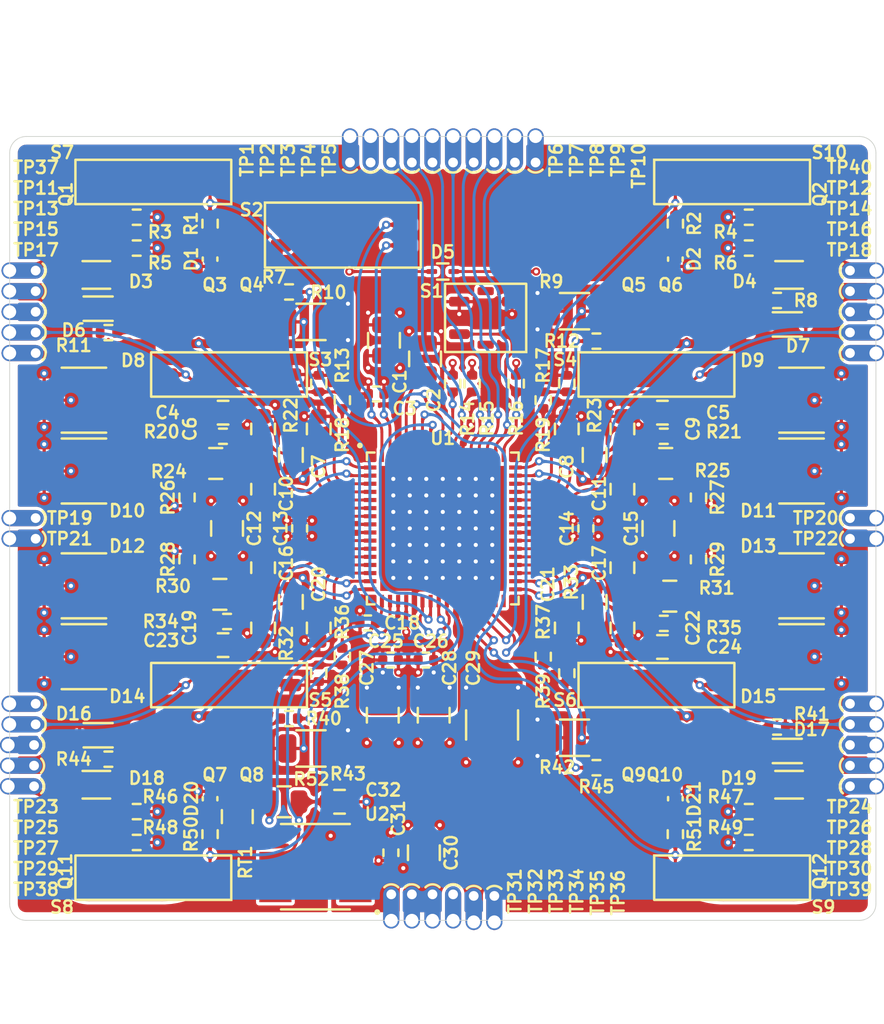
<source format=kicad_pcb>
(kicad_pcb (version 20241229) (generator "pcbnew") (generator_version "9.0")
  (layers (0 "F.Cu" signal) (4 "In1.Cu" power) (6 "In2.Cu" power) (2 "B.Cu" signal) (13 "F.Paste" user) (15 "B.Paste" user) (5 "F.SilkS" user "F.Silkscreen") (7 "B.SilkS" user "B.Silkscreen") (1 "F.Mask" user) (3 "B.Mask" user) (25 "Edge.Cuts" user))
  (net 0 "")
  (net 1 "GNDA")
  (net 3 "/VSENSEP_A")
  (net 4 "/VSENSEP_B")
  (net 6 "/AVCC")
  (net 7 "/AVSS")
  (net 8 "/DVCC")
  (net 9 "/LDO1V8")
  (net 10 "/~{RESET}")
  (net 11 "Net-(U1-~{ALERT})")
  (net 12 "Net-(U1-~{ADC_RDY})")
  (net 13 "/VIOUT_A")
  (net 14 "/VIOUT_B")
  (net 15 "/VIOUT_C")
  (net 16 "/VIOUT_D")
  (net 17 "/SENSELF_A")
  (net 18 "/SENSELF_B")
  (net 19 "/SENSELF_C")
  (net 20 "/SENSELF_D")
  (net 21 "/SENSEHF_A")
  (net 22 "/SENSEHF_B")
  (net 23 "/SENSEHF_C")
  (net 24 "/SENSEHF_D")
  (net 25 "/CCOMP_A")
  (net 26 "/CCOMP_B")
  (net 27 "/CCOMP_C")
  (net 28 "/CCOMP_D")
  (net 29 "/VSENSEP_C")
  (net 30 "/VSENSEP_D")
  (net 31 "/I{slash}OP_A")
  (net 32 "/I{slash}OP_B")
  (net 33 "/I{slash}OP_C")
  (net 34 "/I{slash}OP_D")
  (net 35 "/ISN_A")
  (net 36 "/ISN_B")
  (net 37 "/ISN_C")
  (net 38 "/ISN_D")
  (net 39 "/LKG_COMP_A")
  (net 40 "/LKG_COMP_B")
  (net 41 "/LKG_COMP_C")
  (net 42 "/LKG_COMP_D")
  (net 43 "/ISP_A")
  (net 44 "/ISP_B")
  (net 45 "/ISP_C")
  (net 46 "/ISP_D")
  (net 47 "/DO_SRC_SNS_A")
  (net 48 "Net-(Q5-G)")
  (net 49 "/DO_SRC_SNS_B")
  (net 50 "Net-(Q6-G)")
  (net 51 "/DO_SRC_SNS_C")
  (net 52 "Net-(Q7-G)")
  (net 53 "/DO_SRC_SNS_D")
  (net 54 "Net-(Q8-G)")
  (net 55 "/DO_SRC_GATE_A")
  (net 56 "/DO_SRC_GATE_B")
  (net 57 "/DO_SRC_GATE_C")
  (net 58 "/DO_SRC_GATE_D")
  (net 59 "/DO_VDD")
  (net 60 "Net-(Q1-G)")
  (net 61 "Net-(Q2-G)")
  (net 62 "Net-(Q3-G)")
  (net 63 "Net-(Q4-G)")
  (net 64 "Net-(D1-Pad2)")
  (net 65 "Net-(D2-Pad2)")
  (net 66 "Net-(Q11-D)")
  (net 67 "Net-(Q12-D)")
  (net 68 "Net-(Q9-G)")
  (net 69 "Net-(Q10-G)")
  (net 70 "Net-(Q11-G)")
  (net 71 "Net-(Q12-G)")
  (net 72 "Net-(Q1-D)")
  (net 73 "Net-(Q2-D)")
  (net 74 "Net-(Q11-S)")
  (net 75 "Net-(Q12-S)")
  (net 76 "/GPIO_A")
  (net 77 "/GPIO_B")
  (net 78 "/GPIO_C")
  (net 79 "/GPIO_D")
  (net 80 "Net-(U1-SDO)")
  (net 81 "Net-(U1-SDI)")
  (net 82 "Net-(U1-SCLK)")
  (net 83 "Net-(U1-~{SYNC})")
  (net 84 "Net-(D21-Pad2)")
  (net 85 "Net-(Q1-S)")
  (net 86 "Net-(Q2-S)")
  (net 87 "Net-(D20-Pad2)")
  (net 88 "/AVDD_LO")
  (net 89 "/AVDD_HI")
  (net 95 "/REFIO")
  (net 96 "/AD1")
  (net 97 "/AD0")
  (net 98 "/LVIN")
  (footprint "test_point_footprints:TestPoint_THTPad_Castelated" (layer "F.Cu") (at 136.1059 137.541 90)
    (property "Reference" "TP34")
    (property "Value" "TestPoint" (hide yes))
  )
  (footprint "test_point_footprints:TestPoint_THTPad_Castelated" (layer "F.Cu") (at 108.7882 102.61524)
    (property "Reference" "TP17")
    (property "Value" "TestPoint" (hide yes))
  )
  (footprint "resistor_footprints:R_0402_1005Metric" (layer "F.Cu") (at 116.6134 94.2492)
    (property "Reference" "R3")
    (property "Value" "3.9 kΩ")
  )
  (footprint "capacitor_footprints:C_0603_1608Metric" (layer "F.Cu") (at 146.536793 119.53608 -90)
    (property "Reference" "C22")
    (property "Value" "4.7 nF")
  )
  (footprint "resistor_footprints:R_0402_1005Metric" (layer "F.Cu") (at 141.6558 105.51436 90)
    (property "Reference" "R19")
    (property "Value" "2 kΩ")
  )
  (footprint "capacitor_footprints:C_0805_125_2012Metric" (layer "F.Cu") (at 131.773772 124.91212 -90)
    (property "Reference" "C27")
    (property "Value" "10 µF")
  )
  (footprint "diode_footprints:LED_GREEN_0402_1005Metric" (layer "F.Cu") (at 121.13372 96.82988 90)
    (property "Reference" "D1")
    (property "Value" "1.8 V")
  )
  (footprint "diode_footprints:SOD323" (layer "F.Cu") (at 114.23896 99.88068)
    (property "Reference" "D6")
    (property "Value" "5.0 V")
  )
  (footprint "resistor_footprints:R_0402_1005Metric" (layer "F.Cu") (at 129.28092 121.3064 -90)
    (property "Reference" "R36")
    (property "Value" "2 kΩ")
  )
  (footprint "capacitor_footprints:C_0603_1608Metric" (layer "F.Cu") (at 124.39904 119.53608 -90)
    (property "Reference" "C19")
    (property "Value" "4.7 nF")
  )
  (footprint "resistor_footprints:R_0402_1005Metric" (layer "F.Cu") (at 143.109233 122.3264 90)
    (property "Reference" "R39")
    (property "Value" "10 kΩ")
  )
  (footprint "resistor_footprints:RT_0805_RT_2012Metric" (layer "F.Cu") (at 122.81154 131.15304 -90)
    (property "Reference" "RT1")
    (property "Value" "33 kΩ")
  )
  (footprint "dip_switches_footprints:416131160801" (layer "F.Cu") (at 148.63318 103.93426 -90)
    (property "Reference" "S4")
    (property "Value" "416131160801")
  )
  (footprint "resistor_footprints:R_0402_1005Metric" (layer "F.Cu") (at 116.6134 132.74552)
    (property "Reference" "R48")
    (property "Value" "100 kΩ")
  )
  (footprint "diode_footprints:DO-214AA" (layer "F.Cu") (at 113.36274 116.944858)
    (property "Reference" "D12")
    (property "Value" "36 V")
  )
  (footprint "test_point_footprints:TestPoint_THTPad_Castelated" (layer "F.Cu") (at 129.753913 89.2812 -90)
    (property "Reference" "TP1")
    (property "Value" "TestPoint" (hide yes))
  )
  (footprint "resistor_footprints:R_0402_1005Metric" (layer "F.Cu") (at 137.274914 104.49512 -90)
    (property "Reference" "R15")
    (property "Value" "10 kΩ")
  )
  (footprint "test_point_footprints:TestPoint_THTPad_Castelated" (layer "F.Cu") (at 162.1536 124.206 180)
    (property "Reference" "TP24")
    (property "Value" "TestPoint" (hide yes))
  )
  (footprint "resistor_footprints:R_0402_1005Metric" (layer "F.Cu") (at 143.109233 104.49436 -90)
    (property "Reference" "R17")
    (property "Value" "10 kΩ")
  )
  (footprint "test_point_footprints:TestPoint_THTPad_Castelated" (layer "F.Cu") (at 162.1536 125.476 180)
    (property "Reference" "TP26")
    (property "Value" "TestPoint" (hide yes))
  )
  (footprint "capacitor_footprints:C_0603_1608Metric" (layer "F.Cu") (at 129.11074 130.24104)
    (property "Reference" "C32")
    (property "Value" "2.2 µF")
  )
  (footprint "transistor_footprints:PowerPAK 1212-8" (layer "F.Cu") (at 148.37156 126.62816)
    (property "Reference" "Q9")
    (property "Value" "-100.0 V")
  )
  (footprint "resistor_footprints:R_0402_1005Metric" (layer "F.Cu") (at 116.6134 96.1492)
    (property "Reference" "R5")
    (property "Value" "100 kΩ")
  )
  (footprint "dip_switches_footprints:416131160801" (layer "F.Cu") (at 148.63318 123.05792 -90)
    (property "Reference" "S6")
    (property "Value" "416131160801")
  )
  (footprint "resistor_footprints:R_0805_2012Metric" (layer "F.Cu") (at 121.735133 117.46958 180)
    (property "Reference" "R30")
    (property "Value" "12 Ω")
  )
  (footprint "capacitor_footprints:C_0603_1608Metric" (layer "F.Cu") (at 149.00062 106.28376 180)
    (property "Reference" "C5")
    (property "Value" "4.7 nF")
  )
  (footprint "diode_footprints:DO-219AD" (layer "F.Cu") (at 114.12896 97.8027)
    (property "Reference" "D3")
    (property "Value" "100.0 V")
  )
  (footprint "resistor_footprints:R_0805_2012Metric" (layer "F.Cu") (at 121.481133 109.41092 180)
    (property "Reference" "R24")
    (property "Value" "12 Ω")
  )
  (footprint "capacitor_footprints:C_0805_125_2012Metric" (layer "F.Cu") (at 148.7551 113.411 -90)
    (property "Reference" "C15")
    (property "Value" "10 µF")
  )
  (footprint "diode_footprints:DO-214AA" (layer "F.Cu") (at 157.57144 116.944858 180)
    (property "Reference" "D13")
    (property "Value" "36 V")
  )
  (footprint "test_point_footprints:TestPoint_THTPad_Castelated" (layer "F.Cu") (at 108.69246 129.286)
    (property "Reference" "TP38")
    (property "Value" "TestPoint" (hide yes))
  )
  (footprint "diode_footprints:DO-214AA" (layer "F.Cu") (at 113.36274 109.876888)
    (property "Reference" "D10")
    (property "Value" "36 V")
  )
  (footprint "test_point_footprints:TestPoint_THTPad_Castelated" (layer "F.Cu") (at 139.913913 89.2812 -90)
    (property "Reference" "TP9")
    (property "Value" "TestPoint" (hide yes))
  )
  (footprint "test_point_footprints:TestPoint_THTPad_Castelated" (layer "F.Cu") (at 136.103913 89.2812 -90)
    (property "Reference" "TP6")
    (property "Value" "TestPoint" (hide yes))
  )
  (footprint "dip_switches_footprints:416131160801" (layer "F.Cu") (at 117.63872 92.08008 90)
    (property "Reference" "S7")
    (property "Value" "416131160801")
  )
  (footprint "resistor_footprints:R_0402_1005Metric" (layer "F.Cu") (at 156.06268 99.37588)
    (property "Reference" "R8")
    (property "Value" "10 kΩ")
  )
  (footprint "test_point_footprints:TestPoint_THTPad_Castelated" (layer "F.Cu") (at 108.7882 100.07524)
    (property "Reference" "TP13")
    (property "Value" "TestPoint" (hide yes))
  )
  (footprint "transistor_footprints:PowerPAK 1212-8" (layer "F.Cu") (at 152.62586 100.36588 180)
    (property "Reference" "Q6")
    (property "Value" "-100.0 V")
  )
  (footprint "dip_switches_footprints:416131160801" (layer "F.Cu") (at 122.30354 103.93426 90)
    (property "Reference" "S3")
    (property "Value" "416131160801")
  )
  (footprint "test_point_footprints:TestPoint_THTPad_Castelated" (layer "F.Cu") (at 162.1536 112.776 180)
    (property "Reference" "TP20")
    (property "Value" "TestPoint" (hide yes))
  )
  (footprint "test_point_footprints:TestPoint_THTPad_Castelated" (layer "F.Cu") (at 108.7882 98.80524)
    (property "Reference" "TP11")
    (property "Value" "TestPoint" (hide yes))
  )
  (footprint "capacitor_footprints:C_0805_2012Metric" (layer "F.Cu") (at 134.377192 102.97156 -90)
    (property "Reference" "C2")
    (property "Value" "2.2 µF")
  )
  (footprint "resistor_footprints:R_0402_1005Metric" (layer "F.Cu") (at 127.82804 122.3264 90)
    (property "Reference" "R38")
    (property "Value" "10 kΩ")
  )
  (footprint "resistor_footprints:R_0402_1005Metric" (layer "F.Cu") (at 141.6558 121.3064 -90)
    (property "Reference" "R37")
    (property "Value" "2 kΩ")
  )
  (footprint "resistor_footprints:R_0402_1005Metric" (layer "F.Cu") (at 154.3177 130.84552 180)
    (property "Reference" "R47")
    (property "Value" "100 kΩ")
  )
  (footprint "transistor_footprints:SOT23-3" (layer "F.Cu") (at 113.82872 131.79552 90)
    (property "Reference" "Q11")
    (property "Value" "50 V")
  )
  (footprint "test_point_footprints:TestPoint_THTPad_Castelated" (layer "F.Cu") (at 162.1536 101.34524 180)
    (property "Reference" "TP16")
    (property "Value" "TestPoint" (hide yes))
  )
  (footprint "capacitor_footprints:C_0603_1608Metric" (layer "F.Cu") (at 124.398833 110.99392 90)
    (property "Reference" "C10")
    (property "Value" "220 pF")
  )
  (footprint "test_point_footprints:TestPoint_THTPad_Castelated" (layer "F.Cu") (at 162.1536 100.07524 180)
    (property "Reference" "TP14")
    (property "Value" "TestPoint" (hide yes))
  )
  (footprint "capacitor_footprints:C_0805_125_2012Metric" (layer "F.Cu") (at 134.910054 124.91212 -90)
    (property "Reference" "C28")
    (property "Value" "10 µF")
  )
  (footprint "resistor_footprints:R_0402_1005Metric" (layer "F.Cu") (at 119.71274 111.50392 -90)
    (property "Reference" "R26")
    (property "Value" "100 kΩ")
  )
  (footprint "test_point_footprints:TestPoint_THTPad_Castelated" (layer "F.Cu") (at 162.1536 128.016 180)
    (property "Reference" "TP30")
    (property "Value" "TestPoint" (hide yes))
  )
  (footprint "diode_footprints:SOD323" (layer "F.Cu") (at 156.69268 100.8507 180)
    (property "Reference" "D7")
    (property "Value" "5.0 V")
  )
  (footprint "resistor_footprints:R_0402_1005Metric" (layer "F.Cu") (at 129.28092 105.51436 90)
    (property "Reference" "R18")
    (property "Value" "2 kΩ")
  )
  (footprint "capacitor_footprints:C_0603_1608Metric" (layer "F.Cu") (at 146.536453 110.99392 90)
    (property "Reference" "C11")
    (property "Value" "220 pF")
  )
  (footprint "resistor_footprints:R_0402_1005Metric" (layer "F.Cu") (at 156.06268 125.63816)
    (property "Reference" "R41")
    (property "Value" "10 kΩ")
  )
  (footprint "diode_footprints:SOD323" (layer "F.Cu") (at 156.69268 127.11176 180)
    (property "Reference" "D17")
    (property "Value" "5.0 V")
  )
  (footprint "resistor_footprints:R_0603_1608Metric" (layer "F.Cu") (at 126.11354 117.93608 90)
    (property "Reference" "R32")
    (property "Value" "2 kΩ")
  )
  (footprint "diode_footprints:DO-214AA" (layer "F.Cu") (at 113.36274 121.307142)
    (property "Reference" "D14")
    (property "Value" "36 V")
  )
  (footprint "capacitor_footprints:C_0402_1005Metric" (layer "F.Cu") (at 132.27304 133.37804 90)
    (property "Reference" "C31")
    (property "Value" "100 nF")
  )
  (footprint "capacitor_footprints:C_0603_1608Metric" (layer "F.Cu") (at 146.536453 115.82808 -90)
    (property "Reference" "C17")
    (property "Value" "220 pF")
  )
  (footprint "capacitor_footprints:C_0402_1005Metric" (layer "F.Cu") (at 131.36638 105.1306 180)
    (property "Reference" "C3")
    (property "Value" "100 nF")
  )
  (footprint "resistor_footprints:R_0402_1005Metric" (layer "F.Cu") (at 125.99948 125.11532 180)
    (property "Reference" "R40")
    (property "Value" "0 Ω")
  )
  (footprint "capacitor_footprints:C_0402_1005Metric" (layer "F.Cu") (at 134.430054 121.51614 180)
    (property "Reference" "C26")
    (property "Value" "100 nF")
  )
  (footprint "dip_switches_footprints:416131160801" (layer "F.Cu") (at 153.29292 92.08008 -90)
    (property "Reference" "S10")
    (property "Value" "416131160801")
  )
  (footprint "resistor_footprints:R_0402_1005Metric" (layer "F.Cu") (at 154.3177 132.74552 180)
    (property "Reference" "R49")
    (property "Value" "3.9 kΩ")
  )
  (footprint "capacitor_footprints:C_0805_125_2012Metric" (layer "F.Cu") (at 122.179633 113.411 -90)
    (property "Reference" "C12")
    (property "Value" "10 µF")
  )
  (footprint "resistor_footprints:R_0402_1005Metric" (layer "F.Cu") (at 114.86896 101.35588 180)
    (property "Reference" "R11")
    (property "Value" "10 kΩ")
  )
  (footprint "transistor_footprints:PowerPAK 1212-8" (layer "F.Cu") (at 122.56262 126.62816 180)
    (property "Reference" "Q8")
    (property "Value" "-100.0 V")
  )
  (footprint "resistor_footprints:R_0402_1005Metric" (layer "F.Cu") (at 144.9347 128.143)
    (property "Reference" "R45")
    (property "Value" "0 Ω")
  )
  (footprint "transistor_footprints:PowerPAK 1212-8" (layer "F.Cu") (at 152.62586 126.62816 180)
    (property "Reference" "Q10")
    (property "Value" "-100.0 V")
  )
  (footprint "test_point_footprints:TestPoint_THTPad_Castelated" (layer "F.Cu") (at 108.69246 126.746)
    (property "Reference" "TP27")
    (property "Value" "TestPoint" (hide yes))
  )
  (footprint "transistor_footprints:SOT23-3" (layer "F.Cu") (at 157.10292 131.79552 -90)
    (property "Reference" "Q12")
    (property "Value" "50 V")
  )
  (footprint "resistor_footprints:R_0603_1608Metric" (layer "F.Cu") (at 126.11354 108.88592 -90)
    (property "Reference" "R22")
    (property "Value" "2 kΩ")
  )
  (footprint "resistor_footprints:R_1206_3216Metric" (layer "F.Cu") (at 127.34948 100.69588 180)
    (property "Reference" "R10")
    (property "Value" "0.15 Ω")
  )
  (footprint "resistor_footprints:R_0402_1005Metric" (layer "F.Cu") (at 136.080574 104.49512 -90)
    (property "Reference" "R14")
    (property "Value" "10 kΩ")
  )
  (footprint "resistor_footprints:R_0402_1005Metric" (layer "F.Cu") (at 151.22144 115.31808 90)
    (property "Reference" "R29")
    (property "Value" "100 kΩ")
  )
  (footprint "test_point_footprints:TestPoint_THTPad_Castelated" (layer "F.Cu") (at 133.5659 137.541 90)
    (property "Reference" "TP32")
    (property "Value" "TestPoint" (hide yes))
  )
  (footprint "capacitor_footprints:C_0603_1608Metric" (layer "F.Cu") (at 127.82804 119.53608 -90)
    (property "Reference" "C20")
    (property "Value" "4.7 nF")
  )
  (footprint "test_point_footprints:TestPoint_THTPad_Castelated" (layer "F.Cu") (at 162.1536 129.286 180)
    (property "Reference" "TP39")
    (property "Value" "TestPoint" (hide yes))
  )
  (footprint "capacitor_footprints:C_0402_1005Metric" (layer "F.Cu") (at 144.285253 113.411 -90)
    (property "Reference" "C14")
    (property "Value" "100 nF")
  )
  (footprint "capacitor_footprints:C_0603_1608Metric" (layer "F.Cu") (at 121.935793 106.28376)
    (property "Reference" "C4")
    (property "Value" "4.7 nF")
  )
  (footprint "resistor_footprints:R_1206_3216Metric" (layer "F.Cu") (at 143.5847 100.03588)
    (property "Reference" "R9")
    (property "Value" "0.15 Ω")
  )
  (footprint "transistor_footprints:PowerPAK 1212-8" (layer "F.Cu") (at 148.37156 100.36588)
    (property "Reference" "Q5")
    (property "Value" "-100.0 V")
  )
  (footprint "test_point_footprints:TestPoint_THTPad_Castelated" (layer "F.Cu") (at 108.7882 124.206)
    (property "Reference" "TP23")
    (property "Value" "TestPoint" (hide yes))
  )
  (footprint "capacitor_footprints:C_0603_1608Metric" (layer "F.Cu") (at 146.536793 107.28592 90)
    (property "Reference" "C9")
    (property "Value" "4.7 nF")
  )
  (footprint "test_point_footprints:TestPoint_THTPad_Castelated" (layer "F.Cu") (at 137.373913 89.2812 -90)
    (property "Reference" "TP7")
    (property "Value" "TestPoint" (hide yes))
  )
  (footprint "capacitor_footprints:C_0402_1005Metric" (layer "F.Cu") (at 126.650033 113.411 -90)
    (property "Reference" "C13")
    (property "Value" "100 nF")
  )
  (footprint "test_point_footprints:TestPoint_THTPad_Castelated" (layer "F.Cu") (at 108.7882 101.34524)
    (property "Reference" "TP15")
    (property "Value" "TestPoint" (hide yes))
  )
  (footprint "capacitor_footprints:C_0603_1608Metric" (layer "F.Cu") (at 124.398833 115.82808 -90)
    (property "Reference" "C16")
    (property "Value" "220 pF")
  )
  (footprint "transistor_footprints:PowerPAK 1212-8" (layer "F.Cu") (at 118.308013 100.36588)
    (property "Reference" "Q3")
    (property "Value" "-100.0 V")
  )
  (footprint "resistor_footprints:R_0402_1005Metric" (layer "F.Cu") (at 154.3177 94.2492 180)
    (property "Reference" "R4")
    (property "Value" "100 kΩ")
  )
  (footprint "test_point_footprints:TestPoint_THTPad_Castelated" (layer "F.Cu") (at 133.563913 89.2812 -90)
    (property "Reference" "TP4")
    (property "Value" "TestPoint" (hide yes))
  )
  (footprint "test_point_footprints:TestPoint_THTPad_Castelated" (layer "F.Cu") (at 141.183913 89.2812 -90)
    (property "Reference" "TP10")
    (property "Value" "TestPoint" (hide yes))
  )
  (footprint "resistor_footprints:R_0402_1005Metric" (layer "F.Cu") (at 154.3177 96.1492 180)
    (property "Reference" "R6")
    (property "Value" "3.9 kΩ")
  )
  (footprint "test_point_footprints:TestPoint_THTPad_Castelated" (layer "F.Cu") (at 134.8359 137.541 90)
    (property "Reference" "TP33")
    (property "Value" "TestPoint" (hide yes))
  )
  (footprint "test_point_footprints:TestPoint_THTPad_Castelated" (layer "F.Cu") (at 108.7882 97.53524)
    (property "Reference" "TP37")
    (property "Value" "TestPoint" (hide yes))
  )
  (footprint "tactile_switches_footprints:TS21" (layer "F.Cu") (at 138.10996 100.44884 90)
    (property "Reference" "S1")
    (property "Value" "TS21-34-035-BK-160-SMT-TR")
  )
  (footprint "resistor_footprints:R_0805_2012Metric" (layer "F.Cu") (at 149.45528 117.58168)
    (property "Reference" "R31")
    (property "Value" "12 Ω")
  )
  (footprint "test_point_footprints:TestPoint_THTPad_Castelated" (layer "F.Cu") (at 132.2959 137.541 90)
    (property "Reference" "TP31")
    (property "Value" "TestPoint" (hide yes))
  )
  (footprint "capacitor_footprints:C_0805_125_2012Metric" (layer "F.Cu") (at 131.84638 101.82856 90)
    (property "Reference" "C1")
    (property "Value" "10 µF")
  )
  (footprint "resistor_footprints:R_0402_1005Metric" (layer "F.Cu") (at 116.6134 130.84552)
    (property "Reference" "R46")
    (property "Value" "3.9 kΩ")
  )
  (footprint "diode_footprints:LED_GREEN_0402_1005Metric" (layer "F.Cu") (at 149.79792 96.82988 90)
    (property "Reference" "D2")
    (property "Value" "1.8 V")
  )
  (footprint "resistor_footprints:R_0603_1608Metric" (layer "F.Cu") (at 144.82318 108.88592 -90)
    (property "Reference" "R23")
    (property "Value" "2 kΩ")
  )
  (footprint "test_point_footprints:TestPoint_THTPad_Castelated" (layer "F.Cu") (at 137.3759 137.63674 90)
    (property "Reference" "TP35")
    (property "Value" "TestPoint" (hide yes))
  )
  (footprint "test_point_footprints:TestPoint_THTPad_Castelated" (layer "F.Cu") (at 138.6459 137.63674 90)
    (property "Reference" "TP36")
    (property "Value" "TestPoint" (hide yes))
  )
  (footprint "test_point_footprints:TestPoint_THTPad_Castelated" (layer "F.Cu") (at 131.023913 89.2812 -90)
    (property "Reference" "TP2")
    (property "Value" "TestPoint" (hide yes))
  )
  (footprint "diode_footprints:LED_GREEN_0402_1005Metric" (layer "F.Cu") (at 121.13372 130.05054 -90)
    (property "Reference" "D20")
    (property "Value" "1.8 V")
  )
  (footprint "analog_devices_footprints:CP-64-15_ADI" (layer "F.Cu") (at 135.468913 113.411)
    (property "Reference" "U1")
    (property "Value" "AD74416HBCPZ-RL7")
  )
  (footprint "capacitor_footprints:C_0603_1608Metric" (layer "F.Cu") (at 127.82804 107.28592 90)
    (property "Reference" "C7")
    (property "Value" "4.7 nF")
  )
  (footprint "resistor_footprints:R_0402_1005Metric" (layer "F.Cu") (at 149.08562 119.25666)
    (property "Reference" "R35")
    (property "Value" "2 kΩ")
  )
  (footprint "test_point_footprints:TestPoint_THTPad_Castelated" (layer "F.Cu") (at 162.1536 97.53524 180)
    (property "Reference" "TP40")
    (property "Value" "TestPoint" (hide yes))
  )
  (footprint "resistor_footprints:R_0805_2012Metric" (layer "F.Cu") (at 125.69654 130.24104 180)
    (property "Reference" "R52")
    (property "Value" "33 kΩ")
  )
  (footprint "diode_footprints:SOD_523" (layer "F.Cu") (at 135.468913 97.59442 180)
    (property "Reference" "D5")
    (property "Value" "100.0 V")
  )
  (footprint "test_point_footprints:TestPoint_THTPad_Castelated" (layer "F.Cu") (at 162.1536 114.046 180)
    (property "Reference" "TP22")
    (property "Value" "TestPoint" (hide yes))
  )
  (footprint "transistor_footprints:PowerPAK 1212-8" (layer "F.Cu") (at 118.308013 126.62816)
    (property "Reference" "Q7")
    (property "Value" "-100.0 V")
  )
  (footprint "diode_footprints:DO-214AA" (layer "F.Cu") (at 157.57144 105.514352 180)
    (property "Reference" "D9")
    (property "Value" "36 V")
  )
  (footprint "resistor_footprints:R_0402_1005Metric" (layer "F.Cu") (at 151.22144 111.50392 -90)
    (property "Reference" "R27")
    (property "Value" "100 kΩ")
  )
  (footprint "diode_footprints:DO-219AD" (layer "F.Cu") (at 114.12896 129.19202)
    (property "Reference" "D18")
    (property "Value" "100.0 V")
  )
  (footprint "diode_footprints:LED_GREEN_0402_1005Metric" (layer "F.Cu") (at 149.79792 130.05054 -90)
    (property "Reference" "D21")
    (property "Value" "1.8 V")
  )
  (footprint "capacitor_footprints:C_0402_1005Metric" (layer "F.Cu") (at 130.849911 119.23014 180)
    (property "Reference" "C18")
    (property "Value" "39 nF")
  )
  (footprint "diode_footprints:DO-214AA" (layer "F.Cu") (at 157.57144 121.307142 180)
    (property "Reference" "D15")
    (property "Value" "36 V")
  )
  (footprint "resistor_footprints:R_1206_3216Metric" (layer "F.Cu") (at 127.34948 126.95816 180)
    (property "Reference" "R43")
    (property "Value" "0.15 Ω")
  )
  (footprint "diode_footprints:DO-214AA" (layer "F.Cu") (at 113.36274 105.514352)
    (property "Reference" "D8")
    (property "Value" "36 V")
  )
  (footprint "dip_switches_footprints:416131160801" (layer "F.Cu") (at 153.29292 134.91464 -90)
    (property "Reference" "S9")
    (property "Value" "416131160801")
  )
  (footprint "test_point_footprints:TestPoint_THTPad_Castelated" (layer "F.Cu") (at 138.643913 89.2812 -90)
    (property "Reference" "TP8")
    (property "Value" "TestPoint" (hide yes))
  )
  (footprint "diode_footprints:DO-214AA" (layer "F.Cu") (at 157.57144 109.876888 180)
    (property "Reference" "D11")
    (property "Value" "36 V")
  )
  (footprint "test_point_footprints:TestPoint_THTPad_Castelated" (layer "F.Cu") (at 108.7882 112.776)
    (property "Reference" "TP19")
    (property "Value" "TestPoint" (hide yes))
  )
  (footprint "analog_devices_footprints:R_8_ADI" (layer "F.Cu") (at 127.6223 134.23904 180)
    (property "Reference" "U2")
    (property "Value" "ADR4525BRZ")
  )
  (footprint "resistor_footprints:R_0402_1005Metric" (layer "F.Cu") (at 121.13372 132.23552 90)
    (property "Reference" "R50")
    (property "Value" "10 kΩ")
  )
  (footprint "capacitor_footprints:C_0603_1608Metric" (layer "F.Cu") (at 143.109233 119.53608 -90)
    (property "Reference" "C21")
    (property "Value" "4.7 nF")
  )
  (footprint "test_point_footprints:TestPoint_THTPad_Castelated" (layer "F.Cu") (at 162.1536 98.80524 180)
    (property "Reference" "TP12")
    (property "Value" "TestPoint" (hide yes))
  )
  (footprint "resistor_footprints:R_0805_2012Metric" (layer "F.Cu") (at 149.20128 109.41092)
    (property "Reference" "R25")
    (property "Value" "12 Ω")
  )
  (footprint "resistor_footprints:R_1206_3216Metric" (layer "F.Cu") (at 143.5847 126.29816)
    (property "Reference" "R42")
    (property "Value" "0.15 Ω")
  )
  (footprint "resistor_footprints:R_0603_1608Metric" (layer "F.Cu") (at 144.82318 117.93608 90)
    (property "Reference" "R33")
    (property "Value" "2 kΩ")
  )
  (footprint "capacitor_footprints:C_0603_1608Metric" (layer "F.Cu") (at 143.109233 107.28592 90)
    (property "Reference" "C8")
    (property "Value" "4.7 nF")
  )
  (footprint "capacitor_footprints:C_0805_2012Metric" (layer "F.Cu") (at 134.30504 133.37804 90)
    (property "Reference" "C30")
    (property "Value" "1 µF")
  )
  (footprint "capacitor_footprints:C_1210_250_3225Metric" (layer "F.Cu") (at 138.5062 125.51156 90)
    (property "Reference" "C29")
    (property "Value" "10 µF")
  )
  (footprint "test_point_footprints:TestPoint_THTPad_Castelated" (layer "F.Cu") (at 162.1536 102.61524 180)
    (property "Reference" "TP18")
    (property "Value" "TestPoint" (hide yes))
  )
  (footprint "test_point_footprints:TestPoint_THTPad_Castelated" (layer "F.Cu") (at 134.833913 89.2812 -90)
    (property "Reference" "TP5")
    (property "Value" "TestPoint" (hide yes))
  )
  (footprint "diode_footprints:DO-219AD" (layer "F.Cu") (at 156.80268 97.8027 180)
    (property "Reference" "D4")
    (property "Value" "100.0 V")
  )
  (footprint "resistor_footprints:R_0402_1005Metric" (layer "F.Cu") (at 139.992714 104.49512 -90)
    (property "Reference" "R16")
    (property "Value" "10 kΩ")
  )
  (footprint "test_point_footprints:TestPoint_THTPad_Castelated" (layer "F.Cu") (at 132.293913 89.2812 -90)
    (property "Reference" "TP3")
    (property "Value" "TestPoint" (hide yes))
  )
  (footprint "capacitor_footprints:C_0603_1608Metric" (layer "F.Cu") (at 149.00062 120.71014 180)
    (property "Reference" "C24")
    (property "Value" "4.7 nF")
  )
  (footprint "resistor_footprints:R_0402_1005Metric" (layer "F.Cu") (at 127.82804 104.49436 -90)
    (property "Reference" "R13")
    (property "Value" "10 kΩ")
  )
  (footprint "capacitor_footprints:C_0603_1608Metric" (layer "F.Cu") (at 124.39904 107.28592 90)
    (property "Reference" "C6")
    (property "Value" "4.7 nF")
  )
  (footprint "resistor_footprints:R_0402_1005Metric" (layer "F.Cu") (at 121.13372 94.6457 -90)
    (property "Reference" "R1")
    (property "Value" "10 kΩ")
  )
  (footprint "transistor_footprints:PowerPAK 1212-8" (layer "F.Cu") (at 122.56262 100.36588 180)
    (property "Reference" "Q4")
    (property "Value" "-100.0 V")
  )
  (footprint "resistor_footprints:R_0402_1005Metric" (layer "F.Cu") (at 125.99948 98.85172 180)
    (property "Reference" "R7")
    (property "Value" "0 Ω")
  )
  (footprint "test_point_footprints:TestPoint_THTPad_Castelated" (layer "F.Cu") (at 108.7882 114.046)
    (property "Reference" "TP21")
    (property "Value" "TestPoint" (hide yes))
  )
  (footprint "resistor_footprints:R_0402_1005Metric" (layer "F.Cu") (at 144.9347 101.879)
    (property "Reference" "R12")
    (property "Value" "0 Ω")
  )
  (footprint "dip_switches_footprints:416131160802" (layer "F.Cu") (at 129.314972 95.3516 -90)
    (property "Reference" "S2")
    (property "Value" "416131160802")
  )
  (footprint "transistor_footprints:SOT23-3" (layer "F.Cu") (at 113.82872 95.1992 90)
    (property "Reference" "Q1")
    (property "Value" "50 V")
  )
  (footprint "capacitor_footprints:C_0402_1005Metric" (layer "F.Cu") (at 132.253772 121.51614)
    (property "Reference" "C25")
    (property "Value" "100 nF")
  )
  (footprint "resistor_footprints:R_0402_1005Metric" (layer "F.Cu") (at 149.79792 132.23552 90)
    (property "Reference" "R51")
    (property "Value" "10 kΩ")
  )
  (footprint "dip_switches_footprints:416131160801" (layer "F.Cu") (at 122.30354 123.05792 90)
    (property "Reference" "S5")
    (property "Value" "416131160801")
  )
  (footprint "resistor_footprints:R_0402_1005Metric" (layer "F.Cu") (at 122.180133 119.14236 180)
    (property "Reference" "R34")
    (property "Value" "2 kΩ")
  )
  (footprint "capacitor_footprints:C_0603_1608Metric" (layer "F.Cu") (at 121.935793 120.59584)
    (property "Reference" "C23")
    (property "Value" "4.7 nF")
  )
  (footprint "test_point_footprints:TestPoint_THTPad_Castelated" (layer "F.Cu") (at 108.69246 128.016)
    (property "Reference" "TP29")
    (property "Value" "TestPoint" (hide yes))
  )
  (footprint "test_point_footprints:TestPoint_THTPad_Castelated" (layer "F.Cu") (at 162.1536 126.746 180)
    (property "Reference" "TP28")
    (property "Value" "TestPoint" (hide yes))
  )
  (footprint "dip_switches_footprints:416131160801" (layer "F.Cu") (at 117.63872 134.91464 90)
    (property "Reference" "S8")
    (property "Value" "416131160801")
  )
  (footprint "resistor_footprints:R_0402_1005Metric" (layer "F.Cu") (at 114.86896 127.61816 180)
    (property "Reference" "R44")
    (property "Value" "10 kΩ")
  )
  (footprint "resistor_footprints:R_0402_1005Metric" (layer "F.Cu") (at 121.926133 107.73664 180)
    (property "Reference" "R20")
    (property "Value" "2 kΩ")
  )
  (footprint "diode_footprints:SOD323" (layer "F.Cu") (at 114.23896 126.14402)
    (property "Reference" "D16")
    (property "Value" "5.0 V")
  )
  (footprint "resistor_footprints:R_0402_1005Metric" (layer "F.Cu") (at 149.79792 94.6457 -90)
    (property "Reference" "R2")
    (property "Value" "10 kΩ")
  )
  (footprint "test_point_footprints:TestPoint_THTPad_Castelated" (layer "F.Cu") (at 108.7882 125.476)
    (property "Reference" "TP25")
    (property "Value" "TestPoint" (hide yes))
  )
  (footprint "transistor_footprints:SOT23-3" (layer "F.Cu") (at 157.10292 95.1992 -90)
    (property "Reference" "Q2")
    (property "Value" "50 V")
  )
  (footprint "resistor_footprints:R_0402_1005Metric" (layer "F.Cu") (at 149.08562 107.73664)
    (property "Reference" "R21")
    (property "Value" "2 kΩ")
  )
  (footprint "diode_footprints:DO-219AD" (layer "F.Cu") (at 156.80268 129.19202 180)
    (property "Reference" "D19")
    (property "Value" "100.0 V")
  )
  (footprint "resistor_footprints:R_0402_1005Metric" (layer "F.Cu") (at 119.71274 115.31808 90)
    (property "Reference" "R28")
    (property "Value" "100 kΩ")
  )
  (gr_line (start 108.7882 136.525) (end 108.7882 90.297) (stroke (width 0.05)) (layer "Edge.Cuts"))
  (gr_arc (start 108.7882 90.297) (mid 109.08578 89.57858) (end 109.8042 89.281) (stroke (width 0.05)) (layer "Edge.Cuts"))
  (gr_line (start 162.1536 90.297) (end 162.1536 136.525) (stroke (width 0.05)) (layer "Edge.Cuts"))
  (gr_arc (start 161.1376 89.281) (mid 161.85602 89.57858) (end 162.1536 90.297) (stroke (width 0.05)) (layer "Edge.Cuts"))
  (gr_line (start 161.1376 137.541) (end 109.8042 137.541) (stroke (width 0.05)) (layer "Edge.Cuts"))
  (gr_arc (start 162.1536 136.525) (mid 161.85602 137.24342) (end 161.1376 137.541) (stroke (width 0.05)) (layer "Edge.Cuts"))
  (gr_arc (start 109.8042 137.541) (mid 109.08578 137.24342) (end 108.7882 136.525) (stroke (width 0.05)) (layer "Edge.Cuts"))
  (gr_line (start 109.8042 89.281) (end 161.1376 89.281) (stroke (width 0.05)) (layer "Edge.Cuts"))
  (via (at 110.91274 122.958142) (size 0.508) (drill 0.254) (layers "F.Cu" "B.Cu") (net 1))
  (via (at 147.52062 107.01376) (size 0.508) (drill 0.254) (layers "F.Cu" "B.Cu") (remove_unused_layers yes) (zone_layer_connections "F.Cu" "In2.Cu") (net 1))
  (via (at 150.55992 97.27988) (size 0.508) (drill 0.254) (layers "F.Cu" "B.Cu") (net 1))
  (via (at 133.218912 119.7874) (size 0.508) (drill 0.254) (layers "F.Cu" "B.Cu") (remove_unused_layers yes) (zone_layer_connections "F.Cu" "In2.Cu") (net 1))
  (via (at 123.415793 107.01376) (size 0.508) (drill 0.254) (layers "F.Cu" "B.Cu") (remove_unused_layers yes) (zone_layer_connections "F.Cu" "In2.Cu") (net 1))
  (via (at 143.998233 120.31108) (size 0.508) (drill 0.254) (layers "F.Cu" "B.Cu") (remove_unused_layers yes) (zone_layer_connections "F.Cu" "In2.Cu") (net 1))
  (via (at 143.998233 106.51092) (size 0.508) (drill 0.254) (layers "F.Cu" "B.Cu") (remove_unused_layers yes) (zone_layer_connections "F.Cu" "In2.Cu") (net 1))
  (via (at 133.32504 131.67804) (size 0.508) (drill 0.254) (layers "F.Cu" "B.Cu") (remove_unused_layers yes) (zone_layer_connections "F.Cu" "In2.Cu") (net 1))
  (via (at 145.806793 105.80592) (size 0.508) (drill 0.254) (layers "F.Cu" "B.Cu") (remove_unused_layers yes) (zone_layer_connections "F.Cu" "In2.Cu") (net 1))
  (via (at 160.02144 111.528142) (size 0.508) (drill 0.254) (layers "F.Cu" "B.Cu") (net 1))
  (via (at 121.199633 115.111) (size 0.508) (drill 0.254) (layers "F.Cu" "B.Cu") (remove_unused_layers yes) (zone_layer_connections "F.Cu" "In2.Cu") (net 1))
  (via (at 145.806793 121.01608) (size 0.508) (drill 0.254) (layers "F.Cu" "B.Cu") (remove_unused_layers yes) (zone_layer_connections "F.Cu" "In2.Cu") (net 1))
  (via (at 120.37172 129.60054) (size 0.508) (drill 0.254) (layers "F.Cu" "B.Cu") (net 1))
  (via (at 149.7351 115.111) (size 0.508) (drill 0.254) (layers "F.Cu" "B.Cu") (remove_unused_layers yes) (zone_layer_connections "F.Cu" "In2.Cu") (net 1))
  (via (at 151.98344 111.88438) (size 0.508) (drill 0.254) (layers "F.Cu" "B.Cu") (remove_unused_layers yes) (zone_layer_connections "F.Cu" "In2.Cu") (net 1))
  (via (at 125.888033 113.891) (size 0.508) (drill 0.254) (layers "F.Cu" "B.Cu") (remove_unused_layers yes) (zone_layer_connections "F.Cu" "In2.Cu") (net 1))
  (via (at 123.415793 119.86584) (size 0.508) (drill 0.254) (layers "F.Cu" "B.Cu") (remove_unused_layers yes) (zone_layer_connections "F.Cu" "In2.Cu") (net 1))
  (via (at 110.91274 107.166962) (size 0.508) (drill 0.254) (layers "F.Cu" "B.Cu") (net 1))
  (via (at 130.88638 104.3686) (size 0.508) (drill 0.254) (layers "F.Cu" "B.Cu") (remove_unused_layers yes) (zone_layer_connections "F.Cu" "In2.Cu") (net 1))
  (via (at 110.91274 119.656142) (size 0.508) (drill 0.254) (layers "F.Cu" "B.Cu") (net 1))
  (via (at 123.159633 115.111) (size 0.508) (drill 0.254) (layers "F.Cu" "B.Cu") (remove_unused_layers yes) (zone_layer_connections "F.Cu" "In2.Cu") (net 1))
  (via (at 132.82638 100.12856) (size 0.508) (drill 0.254) (layers "F.Cu" "B.Cu") (remove_unused_layers yes) (zone_layer_connections "F.Cu" "In2.Cu") (net 1))
  (via (at 153.0457 130.84552) (size 0.508) (drill 0.254) (layers "F.Cu" "B.Cu") (net 1))
  (via (at 130.77474 130.24104) (size 0.508) (drill 0.254) (layers "F.Cu" "B.Cu") (net 1))
  (via (at 150.55992 129.60054) (size 0.508) (drill 0.254) (layers "F.Cu" "B.Cu") (net 1))
  (via (at 140.1062 127.81156) (size 0.508) (drill 0.254) (layers "F.Cu" "B.Cu") (remove_unused_layers yes) (zone_layer_connections "F.Cu" "In2.Cu") (net 1))
  (via (at 126.93904 120.31108) (size 0.508) (drill 0.254) (layers "F.Cu" "B.Cu") (remove_unused_layers yes) (zone_layer_connections "F.Cu" "In2.Cu") (net 1))
  (via (at 118.95074 114.80808) (size 0.508) (drill 0.254) (layers "F.Cu" "B.Cu") (net 1))
  (via (at 153.0457 96.1492) (size 0.508) (drill 0.254) (layers "F.Cu" "B.Cu") (net 1))
  (via (at 135.357192 101.27156) (size 0.508) (drill 0.254) (layers "F.Cu" "B.Cu") (remove_unused_layers yes) (zone_layer_connections "F.Cu" "In2.Cu") (net 1))
  (via (at 158.37044 105.515962) (size 0.508) (drill 0.254) (layers "F.Cu" "B.Cu") (net 1))
  (via (at 132.733772 122.27814) (size 0.508) (drill 0.254) (layers "F.Cu" "B.Cu") (remove_unused_layers yes) (zone_layer_connections "F.Cu" "In2.Cu") (net 1))
  (via (at 130.793772 126.61212) (size 0.508) (drill 0.254) (layers "F.Cu" "B.Cu") (remove_unused_layers yes) (zone_layer_connections "F.Cu" "In2.Cu") (net 1))
  (via (at 127.412033 113.891) (size 0.508) (drill 0.254) (layers "F.Cu" "B.Cu") (remove_unused_layers yes) (zone_layer_connections "F.Cu" "In2.Cu") (net 1))
  (via (at 130.369911 118.46814) (size 0.508) (drill 0.254) (layers "F.Cu" "B.Cu") (remove_unused_layers yes) (zone_layer_connections "F.Cu" "In2.Cu") (net 1))
  (via (at 160.02144 119.656142) (size 0.508) (drill 0.254) (layers "F.Cu" "B.Cu") (net 1))
  (via (at 112.56374 121.307142) (size 0.508) (drill 0.254) (layers "F.Cu" "B.Cu") (net 1))
  (via (at 160.02144 118.596962) (size 0.508) (drill 0.254) (layers "F.Cu" "B.Cu") (net 1))
  (via (at 133.930054 126.61212) (size 0.508) (drill 0.254) (layers "F.Cu" "B.Cu") (remove_unused_layers yes) (zone_layer_connections "F.Cu" "In2.Cu") (net 1))
  (via (at 132.27304 132.13604) (size 0.508) (drill 0.254) (layers "F.Cu" "B.Cu") (remove_unused_layers yes) (zone_layer_connections "F.Cu" "In2.Cu") (net 1))
  (via (at 130.86638 100.12856) (size 0.508) (drill 0.254) (layers "F.Cu" "B.Cu") (remove_unused_layers yes) (zone_layer_connections "F.Cu" "In2.Cu") (net 1))
  (via (at 135.28504 131.67804) (size 0.508) (drill 0.254) (layers "F.Cu" "B.Cu") (remove_unused_layers yes) (zone_layer_connections "F.Cu" "In2.Cu") (net 1))
  (via (at 117.8854 130.84552) (size 0.508) (drill 0.254) (layers "F.Cu" "B.Cu") (net 1))
  (via (at 153.0457 94.2492) (size 0.508) (drill 0.254) (layers "F.Cu" "B.Cu") (net 1))
  (via (at 112.56374 105.515962) (size 0.508) (drill 0.254) (layers "F.Cu" "B.Cu") (net 1))
  (via (at 125.12904 105.80592) (size 0.508) (drill 0.254) (layers "F.Cu" "B.Cu") (remove_unused_layers yes) (zone_layer_connections "F.Cu" "In2.Cu") (net 1))
  (via (at 158.37044 109.877142) (size 0.508) (drill 0.254) (layers "F.Cu" "B.Cu") (net 1))
  (via (at 143.523253 113.891) (size 0.508) (drill 0.254) (layers "F.Cu" "B.Cu") (remove_unused_layers yes) (zone_layer_connections "F.Cu" "In2.Cu") (net 1))
  (via (at 117.8854 96.1492) (size 0.508) (drill 0.254) (layers "F.Cu" "B.Cu") (net 1))
  (via (at 145.047253 113.891) (size 0.508) (drill 0.254) (layers "F.Cu" "B.Cu") (remove_unused_layers yes) (zone_layer_connections "F.Cu" "In2.Cu") (net 1))
  (via (at 133.950054 122.27814) (size 0.508) (drill 0.254) (layers "F.Cu" "B.Cu") (remove_unused_layers yes) (zone_layer_connections "F.Cu" "In2.Cu") (net 1))
  (via (at 147.7751 115.111) (size 0.508) (drill 0.254) (layers "F.Cu" "B.Cu") (remove_unused_layers yes) (zone_layer_connections "F.Cu" "In2.Cu") (net 1))
  (via (at 153.0457 132.74552) (size 0.508) (drill 0.254) (layers "F.Cu" "B.Cu") (net 1))
  (via (at 112.56374 109.877142) (size 0.508) (drill 0.254) (layers "F.Cu" "B.Cu") (net 1))
  (via (at 158.37044 116.945962) (size 0.508) (drill 0.254) (layers "F.Cu" "B.Cu") (net 1))
  (via (at 139.73496 100.21084) (size 0.508) (drill 0.254) (layers "F.Cu" "B.Cu") (remove_unused_layers yes) (zone_layer_connections "F.Cu" "In2.Cu") (net 1))
  (via (at 110.91274 108.226142) (size 0.508) (drill 0.254) (layers "F.Cu" "B.Cu") (net 1))
  (via (at 120.37172 97.27988) (size 0.508) (drill 0.254) (layers "F.Cu" "B.Cu") (net 1))
  (via (at 160.02144 107.166962) (size 0.508) (drill 0.254) (layers "F.Cu" "B.Cu") (net 1))
  (via (at 112.56374 116.945962) (size 0.508) (drill 0.254) (layers "F.Cu" "B.Cu") (net 1))
  (via (at 160.02144 122.958142) (size 0.508) (drill 0.254) (layers "F.Cu" "B.Cu") (net 1))
  (via (at 147.52062 119.98014) (size 0.508) (drill 0.254) (layers "F.Cu" "B.Cu") (remove_unused_layers yes) (zone_layer_connections "F.Cu" "In2.Cu") (net 1))
  (via (at 110.91274 118.596962) (size 0.508) (drill 0.254) (layers "F.Cu" "B.Cu") (net 1))
  (via (at 118.95074 112.01392) (size 0.508) (drill 0.254) (layers "F.Cu" "B.Cu") (net 1))
  (via (at 136.48496 100.21084) (size 0.508) (drill 0.254) (layers "F.Cu" "B.Cu") (remove_unused_layers yes) (zone_layer_connections "F.Cu" "In2.Cu") (net 1))
  (via (at 135.890054 126.61212) (size 0.508) (drill 0.254) (layers "F.Cu" "B.Cu") (remove_unused_layers yes) (zone_layer_connections "F.Cu" "In2.Cu") (net 1))
  (via (at 160.02144 103.864962) (size 0.508) (drill 0.254) (layers "F.Cu" "B.Cu") (net 1))
  (via (at 137.198714 107.0356) (size 0.508) (drill 0.254) (layers "F.Cu" "B.Cu") (remove_unused_layers yes) (zone_layer_connections "F.Cu" "In2.Cu") (net 1))
  (via (at 158.37044 121.307142) (size 0.508) (drill 0.254) (layers "F.Cu" "B.Cu") (net 1))
  (via (at 110.91274 115.294962) (size 0.508) (drill 0.254) (layers "F.Cu" "B.Cu") (net 1))
  (via (at 128.5621 132.33404) (size 0.508) (drill 0.254) (layers "F.Cu" "B.Cu") (remove_unused_layers yes) (zone_layer_connections "F.Cu" "In2.Cu") (net 1))
  (via (at 136.9062 127.81156) (size 0.508) (drill 0.254) (layers "F.Cu" "B.Cu") (remove_unused_layers yes) (zone_layer_connections "F.Cu" "In2.Cu") (net 1))
  (via (at 117.8854 94.2492) (size 0.508) (drill 0.254) (layers "F.Cu" "B.Cu") (net 1))
  (via (at 133.397192 101.27156) (size 0.508) (drill 0.254) (layers "F.Cu" "B.Cu") (remove_unused_layers yes) (zone_layer_connections "F.Cu" "In2.Cu") (net 1))
  (via (at 125.12904 121.01608) (size 0.508) (drill 0.254) (layers "F.Cu" "B.Cu") (remove_unused_layers yes) (zone_layer_connections "F.Cu" "In2.Cu") (net 1))
  (via (at 117.8854 132.74552) (size 0.508) (drill 0.254) (layers "F.Cu" "B.Cu") (net 1))
  (via (at 110.91274 103.864962) (size 0.508) (drill 0.254) (layers "F.Cu" "B.Cu") (net 1))
  (via (at 160.02144 115.294962) (size 0.508) (drill 0.254) (layers "F.Cu" "B.Cu") (net 1))
  (via (at 151.98344 114.93762) (size 0.508) (drill 0.254) (layers "F.Cu" "B.Cu") (remove_unused_layers yes) (zone_layer_connections "F.Cu" "In2.Cu") (net 1))
  (via (at 110.91274 111.528142) (size 0.508) (drill 0.254) (layers "F.Cu" "B.Cu") (net 1))
  (via (at 126.93904 106.51092) (size 0.508) (drill 0.254) (layers "F.Cu" "B.Cu") (remove_unused_layers yes) (zone_layer_connections "F.Cu" "In2.Cu") (net 1))
  (via (at 132.753772 126.61212) (size 0.508) (drill 0.254) (layers "F.Cu" "B.Cu") (remove_unused_layers yes) (zone_layer_connections "F.Cu" "In2.Cu") (net 1))
  (via (at 160.02144 108.226142) (size 0.508) (drill 0.254) (layers "F.Cu" "B.Cu") (net 1))
  (segment (start 128.778 109.201857) (end 128.778 109.750171) (width 0.1778) (layer "F.Cu") (net 3))
  (segment (start 129.665131 110.661) (end 130.998513 110.661) (width 0.1778) (layer "F.Cu") (net 3))
  (segment (start 129.28092 107.987759) (end 129.28092 106.02436) (width 0.1778) (layer "F.Cu") (net 3))
  (arc (start 128.778 109.201857) (mid 128.840015 108.890088) (end 129.016617 108.625783) (width 0.1778) (layer "F.Cu") (net 3))
  (arc (start 128.778 109.750171) (mid 128.84861 110.105152) (end 129.049665 110.406065) (width 0.1778) (layer "F.Cu") (net 3))
  (arc (start 129.28092 107.987759) (mid 129.212241 108.333032) (end 129.016617 108.625783) (width 0.1778) (layer "F.Cu") (net 3))
  (arc (start 129.665131 110.661) (mid 129.332043 110.594745) (end 129.049665 110.406065) (width 0.1778) (layer "F.Cu") (net 3))
  (segment (start 128.778 117.002958) (end 128.778 117.602305) (width 0.1778) (layer "F.Cu") (net 4))
  (segment (start 130.998513 116.161) (end 129.560446 116.161) (width 0.1778) (layer "F.Cu") (net 4))
  (segment (start 129.28092 118.816455) (end 129.28092 120.7964) (width 0.1778) (layer "F.Cu") (net 4))
  (arc (start 128.778 117.602305) (mid 128.838625 117.907087) (end 129.01127 118.16547) (width 0.1778) (layer "F.Cu") (net 4))
  (arc (start 129.560446 116.161) (mid 129.277142 116.217353) (end 129.036912 116.377888) (width 0.1778) (layer "F.Cu") (net 4))
  (arc (start 129.28092 118.816455) (mid 129.210841 118.464146) (end 129.01127 118.16547) (width 0.1778) (layer "F.Cu") (net 4))
  (arc (start 128.778 117.002958) (mid 128.845289 116.664673) (end 129.036912 116.377888) (width 0.1778) (layer "F.Cu") (net 4))
  (via (at 130.793772 123.21212) (size 0.508) (drill 0.254) (layers "F.Cu" "B.Cu") (remove_unused_layers yes) (zone_layer_connections "F.Cu" "In1.Cu" "B.Cu") (net 6))
  (via (at 131.773772 122.27814) (size 0.508) (drill 0.254) (layers "F.Cu" "B.Cu") (remove_unused_layers yes) (zone_layer_connections "F.Cu" "In1.Cu" "B.Cu") (net 6))
  (via (at 132.753772 123.21212) (size 0.508) (drill 0.254) (layers "F.Cu" "B.Cu") (remove_unused_layers yes) (zone_layer_connections "F.Cu" "In1.Cu" "B.Cu") (net 6))
  (via (at 131.51104 133.85804) (size 0.508) (drill 0.254) (layers "F.Cu" "B.Cu") (remove_unused_layers yes) (zone_layer_connections "F.Cu" "In1.Cu") (net 6))
  (via (at 133.03504 134.32804) (size 0.508) (drill 0.254) (layers "F.Cu" "B.Cu") (remove_unused_layers yes) (zone_layer_connections "F.Cu" "In1.Cu") (net 6))
  (via (at 138.516913 114.427) (size 0.508) (drill 0.254) (layers "F.Cu" "B.Cu") (remove_unused_layers yes) (zone_layer_connections "In1.Cu" "B.Cu") (net 7))
  (via (at 134.452913 115.443) (size 0.508) (drill 0.254) (layers "F.Cu" "B.Cu") (remove_unused_layers yes) (zone_layer_connections "In1.Cu" "B.Cu") (net 7))
  (via (at 134.452913 111.379) (size 0.508) (drill 0.254) (layers "F.Cu" "B.Cu") (remove_unused_layers yes) (zone_layer_connections "In1.Cu" "B.Cu") (net 7))
  (via (at 137.500913 113.411) (size 0.508) (drill 0.254) (layers "F.Cu" "B.Cu") (remove_unused_layers yes) (zone_layer_connections "In1.Cu" "B.Cu") (net 7))
  (via (at 133.436913 110.363) (size 0.508) (drill 0.254) (layers "F.Cu" "B.Cu") (remove_unused_layers yes) (zone_layer_connections "In1.Cu" "B.Cu") (net 7))
  (via (at 135.468913 113.411) (size 0.508) (drill 0.254) (layers "F.Cu" "B.Cu") (remove_unused_layers yes) (zone_layer_connections "In1.Cu" "B.Cu") (net 7))
  (via (at 132.420913 116.459) (size 0.508) (drill 0.254) (layers "F.Cu" "B.Cu") (remove_unused_layers yes) (zone_layer_connections "In1.Cu" "B.Cu") (net 7))
  (via (at 138.516913 112.395) (size 0.508) (drill 0.254) (layers "F.Cu" "B.Cu") (remove_unused_layers yes) (zone_layer_connections "In1.Cu" "B.Cu") (net 7))
  (via (at 133.436913 113.411) (size 0.508) (drill 0.254) (layers "F.Cu" "B.Cu") (remove_unused_layers yes) (zone_layer_connections "In1.Cu" "B.Cu") (net 7))
  (via (at 132.420913 112.395) (size 0.508) (drill 0.254) (layers "F.Cu" "B.Cu") (remove_unused_layers yes) (zone_layer_connections "In1.Cu" "B.Cu") (net 7))
  (via (at 132.420913 110.363) (size 0.508) (drill 0.254) (layers "F.Cu" "B.Cu") (remove_unused_layers yes) (zone_layer_connections "In1.Cu" "B.Cu") (net 7))
  (via (at 132.420913 113.411) (size 0.508) (drill 0.254) (layers "F.Cu" "B.Cu") (remove_unused_layers yes) (zone_layer_connections "In1.Cu" "B.Cu") (net 7))
  (via (at 137.500913 111.379) (size 0.508) (drill 0.254) (layers "F.Cu" "B.Cu") (remove_unused_layers yes) (zone_layer_connections "In1.Cu" "B.Cu") (net 7))
  (via (at 138.516913 111.379) (size 0.508) (drill 0.254) (layers "F.Cu" "B.Cu") (remove_unused_layers yes) (zone_layer_connections "In1.Cu" "B.Cu") (net 7))
  (via (at 132.420913 111.379) (size 0.508) (drill 0.254) (layers "F.Cu" "B.Cu") (remove_unused_layers yes) (zone_layer_connections "In1.Cu" "B.Cu") (net 7))
  (via (at 134.452913 113.411) (size 0.508) (drill 0.254) (layers "F.Cu" "B.Cu") (remove_unused_layers yes) (zone_layer_connections "In1.Cu" "B.Cu") (net 7))
  (via (at 137.500913 116.459) (size 0.508) (drill 0.254) (layers "F.Cu" "B.Cu") (remove_unused_layers yes) (zone_layer_connections "In1.Cu" "B.Cu") (net 7))
  (via (at 133.930054 123.21212) (size 0.508) (drill 0.254) (layers "F.Cu" "B.Cu") (remove_unused_layers yes) (zone_layer_connections "F.Cu" "In1.Cu" "B.Cu") (net 7))
  (via (at 134.452913 112.395) (size 0.508) (drill 0.254) (layers "F.Cu" "B.Cu") (remove_unused_layers yes) (zone_layer_connections "In1.Cu" "B.Cu") (net 7))
  (via (at 135.468913 111.379) (size 0.508) (drill 0.254) (layers "F.Cu" "B.Cu") (remove_unused_layers yes) (zone_layer_connections "In1.Cu" "B.Cu") (net 7))
  (via (at 136.484913 114.427) (size 0.508) (drill 0.254) (layers "F.Cu" "B.Cu") (remove_unused_layers yes) (zone_layer_connections "In1.Cu" "B.Cu") (net 7))
  (via (at 136.484913 116.459) (size 0.508) (drill 0.254) (layers "F.Cu" "B.Cu") (remove_unused_layers yes) (zone_layer_connections "In1.Cu" "B.Cu") (net 7))
  (via (at 136.484913 111.379) (size 0.508) (drill 0.254) (layers "F.Cu" "B.Cu") (remove_unused_layers yes) (zone_layer_connections "In1.Cu" "B.Cu") (net 7))
  (via (at 134.910054 122.27814) (size 0.508) (drill 0.254) (layers "F.Cu" "B.Cu") (remove_unused_layers yes) (zone_layer_connections "F.Cu" "In1.Cu" "B.Cu") (net 7))
  (via (at 135.468913 112.395) (size 0.508) (drill 0.254) (layers "F.Cu" "B.Cu") (remove_unused_layers yes) (zone_layer_connections "In1.Cu" "B.Cu") (net 7))
  (via (at 137.500913 110.363) (size 0.508) (drill 0.254) (layers "F.Cu" "B.Cu") (remove_unused_layers yes) (zone_layer_connections "In1.Cu" "B.Cu") (net 7))
  (via (at 135.468913 116.459) (size 0.508) (drill 0.254) (layers "F.Cu" "B.Cu") (remove_unused_layers yes) (zone_layer_connections "In1.Cu" "B.Cu") (net 7))
  (via (at 138.516913 110.363) (size 0.508) (drill 0.254) (layers "F.Cu" "B.Cu") (remove_unused_layers yes) (zone_layer_connections "In1.Cu" "B.Cu") (net 7))
  (via (at 137.500913 112.395) (size 0.508) (drill 0.254) (layers "F.Cu" "B.Cu") (remove_unused_layers yes) (zone_layer_connections "In1.Cu" "B.Cu") (net 7))
  (via (at 134.452913 114.427) (size 0.508) (drill 0.254) (layers "F.Cu" "B.Cu") (remove_unused_layers yes) (zone_layer_connections "In1.Cu" "B.Cu") (net 7))
  (via (at 135.468913 115.443) (size 0.508) (drill 0.254) (layers "F.Cu" "B.Cu") (remove_unused_layers yes) (zone_layer_connections "In1.Cu" "B.Cu") (net 7))
  (via (at 132.420913 114.427) (size 0.508) (drill 0.254) (layers "F.Cu" "B.Cu") (remove_unused_layers yes) (zone_layer_connections "In1.Cu" "B.Cu") (net 7))
  (via (at 138.516913 113.411) (size 0.508) (drill 0.254) (layers "F.Cu" "B.Cu") (remove_unused_layers yes) (zone_layer_connections "In1.Cu" "B.Cu") (net 7))
  (via (at 137.500913 115.443) (size 0.508) (drill 0.254) (layers "F.Cu" "B.Cu") (remove_unused_layers yes) (zone_layer_connections "In1.Cu" "B.Cu") (net 7))
  (via (at 135.890054 123.21212) (size 0.508) (drill 0.254) (layers "F.Cu" "B.Cu") (remove_unused_layers yes) (zone_layer_connections "F.Cu" "In1.Cu" "B.Cu") (net 7))
  (via (at 133.436913 114.427) (size 0.508) (drill 0.254) (layers "F.Cu" "B.Cu") (remove_unused_layers yes) (zone_layer_connections "In1.Cu" "B.Cu") (net 7))
  (via (at 133.436913 112.395) (size 0.508) (drill 0.254) (layers "F.Cu" "B.Cu") (remove_unused_layers yes) (zone_layer_connections "In1.Cu" "B.Cu") (net 7))
  (via (at 136.484913 110.363) (size 0.508) (drill 0.254) (layers "F.Cu" "B.Cu") (remove_unused_layers yes) (zone_layer_connections "In1.Cu" "B.Cu") (net 7))
  (via (at 133.436913 116.459) (size 0.508) (drill 0.254) (layers "F.Cu" "B.Cu") (remove_unused_layers yes) (zone_layer_connections "In1.Cu" "B.Cu") (net 7))
  (via (at 133.436913 111.379) (size 0.508) (drill 0.254) (layers "F.Cu" "B.Cu") (remove_unused_layers yes) (zone_layer_connections "In1.Cu" "B.Cu") (net 7))
  (via (at 136.484913 112.395) (size 0.508) (drill 0.254) (layers "F.Cu" "B.Cu") (remove_unused_layers yes) (zone_layer_connections "In1.Cu" "B.Cu") (net 7))
  (via (at 134.452913 110.363) (size 0.508) (drill 0.254) (layers "F.Cu" "B.Cu") (remove_unused_layers yes) (zone_layer_connections "In1.Cu" "B.Cu") (net 7))
  (via (at 134.452913 116.459) (size 0.508) (drill 0.254) (layers "F.Cu" "B.Cu") (remove_unused_layers yes) (zone_layer_connections "In1.Cu" "B.Cu") (net 7))
  (via (at 133.436913 115.443) (size 0.508) (drill 0.254) (layers "F.Cu" "B.Cu") (remove_unused_layers yes) (zone_layer_connections "In1.Cu" "B.Cu") (net 7))
  (via (at 132.420913 115.443) (size 0.508) (drill 0.254) (layers "F.Cu" "B.Cu") (remove_unused_layers yes) (zone_layer_connections "In1.Cu" "B.Cu") (net 7))
  (via (at 138.516913 116.459) (size 0.508) (drill 0.254) (layers "F.Cu" "B.Cu") (remove_unused_layers yes) (zone_layer_connections "In1.Cu" "B.Cu") (net 7))
  (via (at 137.500913 114.427) (size 0.508) (drill 0.254) (layers "F.Cu" "B.Cu") (remove_unused_layers yes) (zone_layer_connections "In1.Cu" "B.Cu") (net 7))
  (via (at 136.484913 115.443) (size 0.508) (drill 0.254) (layers "F.Cu" "B.Cu") (remove_unused_layers yes) (zone_layer_connections "In1.Cu" "B.Cu") (net 7))
  (via (at 135.468913 110.363) (size 0.508) (drill 0.254) (layers "F.Cu" "B.Cu") (remove_unused_layers yes) (zone_layer_connections "In1.Cu" "B.Cu") (net 7))
  (via (at 136.484913 113.411) (size 0.508) (drill 0.254) (layers "F.Cu" "B.Cu") (remove_unused_layers yes) (zone_layer_connections "In1.Cu" "B.Cu") (net 7))
  (via (at 138.516913 115.443) (size 0.508) (drill 0.254) (layers "F.Cu" "B.Cu") (remove_unused_layers yes) (zone_layer_connections "In1.Cu" "B.Cu") (net 7))
  (via (at 135.468913 114.427) (size 0.508) (drill 0.254) (layers "F.Cu" "B.Cu") (remove_unused_layers yes) (zone_layer_connections "In1.Cu" "B.Cu") (net 7))
  (segment (start 136.080574 103.98512) (end 136.080574 103.22312) (width 0.1778) (layer "F.Cu") (net 8))
  (segment (start 139.992714 103.98512) (end 139.992714 103.22312) (width 0.1778) (layer "F.Cu") (net 8))
  (segment (start 137.274914 103.98512) (end 137.274914 103.22312) (width 0.1778) (layer "F.Cu") (net 8))
  (via (at 139.992714 103.22312) (size 0.508) (drill 0.254) (layers "F.Cu" "B.Cu") (remove_unused_layers yes) (zone_layer_connections "F.Cu" "In1.Cu") (net 8))
  (via (at 131.84638 104.3686) (size 0.508) (drill 0.254) (layers "F.Cu" "B.Cu") (remove_unused_layers yes) (zone_layer_connections "F.Cu" "In1.Cu") (net 8))
  (via (at 130.86638 103.52856) (size 0.508) (drill 0.254) (layers "F.Cu" "B.Cu") (remove_unused_layers yes) (zone_layer_connections "F.Cu" "In1.Cu") (net 8))
  (via (at 137.274914 103.22312) (size 0.508) (drill 0.254) (layers "F.Cu" "B.Cu") (remove_unused_layers yes) (zone_layer_connections "F.Cu" "In1.Cu") (net 8))
  (via (at 136.080574 103.22312) (size 0.508) (drill 0.254) (layers "F.Cu" "B.Cu") (remove_unused_layers yes) (zone_layer_connections "F.Cu" "In1.Cu") (net 8))
  (via (at 132.82638 103.52856) (size 0.508) (drill 0.254) (layers "F.Cu" "B.Cu") (remove_unused_layers yes) (zone_layer_connections "F.Cu" "In1.Cu") (net 8))
  (segment (start 133.962323 104.336429) (end 134.377192 103.92156) (width 0.1778) (layer "F.Cu") (net 9))
  (segment (start 133.218912 108.9406) (end 133.218912 106.131183) (width 0.1778) (layer "F.Cu") (net 9))
  (arc (start 133.962323 104.336429) (mid 133.412118 105.159869) (end 133.218912 106.131183) (width 0.1778) (layer "F.Cu") (net 9))
  (segment (start 139.483155 108.065245) (end 139.597545 107.950854) (width 0.1778) (layer "F.Cu") (net 10))
  (segment (start 139.992714 106.4006) (end 139.992714 105.00512) (width 0.1778) (layer "F.Cu") (net 10))
  (segment (start 139.218913 108.9406) (end 139.218913 108.703168) (width 0.1778) (layer "F.Cu") (net 10))
  (segment (start 139.455993 102.885407) (end 139.623368 102.718032) (width 0.1778) (layer "F.Cu") (net 10))
  (segment (start 139.73496 102.448625) (end 139.73496 101.44884) (width 0.1778) (layer "F.Cu") (net 10))
  (segment (start 139.992714 106.4006) (end 139.992714 106.996823) (width 0.1778) (layer "F.Cu") (net 10))
  (segment (start 136.48496 101.44884) (end 139.73496 101.44884) (width 0.1778) (layer "F.Cu") (net 10))
  (segment (start 139.992714 105.00512) (end 139.455992 104.468398) (width 0.1778) (layer "F.Cu") (net 10))
  (segment (start 139.3444 104.198991) (end 139.3444 103.154815) (width 0.1778) (layer "F.Cu") (net 10))
  (via (at 139.992714 106.4006) (size 0.508) (drill 0.254) (layers "F.Cu" "B.Cu") (remove_unused_layers yes) (zone_layer_connections "F.Cu" "B.Cu") (net 10))
  (arc (start 139.597545 107.950854) (mid 139.890013 107.51314) (end 139.992714 106.996823) (width 0.1778) (layer "F.Cu") (net 10))
  (arc (start 139.3444 104.198991) (mid 139.373402 104.344793) (end 139.455992 104.468398) (width 0.1778) (layer "F.Cu") (net 10))
  (arc (start 139.3444 103.154815) (mid 139.373402 103.009012) (end 139.455993 102.885407) (width 0.1778) (layer "F.Cu") (net 10))
  (arc (start 139.73496 102.448625) (mid 139.705958 102.594427) (end 139.623368 102.718032) (width 0.1778) (layer "F.Cu") (net 10))
  (arc (start 139.218913 108.703168) (mid 139.287586 108.357931) (end 139.483155 108.065245) (width 0.1778) (layer "F.Cu") (net 10))
  (segment (start 139.446 103.138569) (end 139.446 102.220431) (width 0.1778) (layer "B.Cu") (net 10))
  (segment (start 139.222815 101.681615) (end 139.209084 101.667884) (width 0.1778) (layer "B.Cu") (net 10))
  (segment (start 138.023582 97.063195) (end 138.023582 93.43969) (width 0.1778) (layer "B.Cu") (net 10))
  (segment (start 138.9859 101.129069) (end 138.9859 99.386423) (width 0.1778) (layer "B.Cu") (net 10))
  (segment (start 139.992714 106.4006) (end 139.992714 104.316545) (width 0.1778) (layer "B.Cu") (net 10))
  (segment (start 139.769529 103.777729) (end 139.669184 103.677384) (width 0.1778) (layer "B.Cu") (net 10))
  (segment (start 138.496041 92.299072) (end 139.913913 90.8812) (width 0.1778) (layer "B.Cu") (net 10))
  (arc (start 138.496041 92.299072) (mid 138.14637 92.822392) (end 138.023582 93.43969) (width 0.1778) (layer "B.Cu") (net 10))
  (arc (start 139.209084 101.667884) (mid 139.043904 101.420673) (end 138.9859 101.129069) (width 0.1778) (layer "B.Cu") (net 10))
  (arc (start 139.669184 103.677384) (mid 139.504003 103.430174) (end 139.446 103.138569) (width 0.1778) (layer "B.Cu") (net 10))
  (arc (start 139.446 102.220431) (mid 139.387996 101.928826) (end 139.222815 101.681615) (width 0.1778) (layer "B.Cu") (net 10))
  (arc (start 138.9859 99.386423) (mid 138.855367 98.730181) (end 138.48364 98.173844) (width 0.1778) (layer "B.Cu") (net 10))
  (arc (start 138.48364 98.173844) (mid 138.143138 97.664256) (end 138.023582 97.063195) (width 0.1778) (layer "B.Cu") (net 10))
  (arc (start 139.992714 104.316545) (mid 139.93471 104.02494) (end 139.769529 103.777729) (width 0.1778) (layer "B.Cu") (net 10))
  (segment (start 137.177548 105.102486) (end 137.274914 105.00512) (width 0.1778) (layer "F.Cu") (net 11))
  (segment (start 136.639914 106.4006) (end 136.639914 107.148538) (width 0.1778) (layer "F.Cu") (net 11))
  (segment (start 136.218914 108.9406) (end 136.218914 108.164932) (width 0.1778) (layer "F.Cu") (net 11))
  (via (at 136.639914 106.4006) (size 0.508) (drill 0.254) (layers "F.Cu" "B.Cu") (remove_unused_layers yes) (zone_layer_connections "F.Cu" "B.Cu") (net 11))
  (arc (start 136.218914 108.164932) (mid 136.267512 107.920615) (end 136.405898 107.713502) (width 0.1778) (layer "F.Cu") (net 11))
  (arc (start 137.177548 105.102486) (mid 136.779641 105.697996) (end 136.639914 106.4006) (width 0.1778) (layer "F.Cu") (net 11))
  (arc (start 136.405898 107.713502) (mid 136.579095 107.454294) (end 136.639914 107.148538) (width 0.1778) (layer "F.Cu") (net 11))
  (segment (start 136.639914 106.4006) (end 136.639914 105.726592) (width 0.1778) (layer "B.Cu") (net 11))
  (segment (start 134.030421 91.347708) (end 133.563913 90.8812) (width 0.1778) (layer "B.Cu") (net 11))
  (segment (start 134.8232 101.340693) (end 134.8232 93.261647) (width 0.1778) (layer "B.Cu") (net 11))
  (arc (start 135.940531 104.038131) (mid 135.113578 102.800521) (end 134.8232 101.340693) (width 0.1778) (layer "B.Cu") (net 11))
  (arc (start 136.639914 105.726592) (mid 136.458151 104.812803) (end 135.940531 104.038131) (width 0.1778) (layer "B.Cu") (net 11))
  (arc (start 134.8232 93.261647) (mid 134.617164 92.225831) (end 134.030421 91.347708) (width 0.1778) (layer "B.Cu") (net 11))
  (segment (start 136.081114 105.00566) (end 136.080574 105.00512) (width 0.1778) (layer "F.Cu") (net 12))
  (segment (start 135.718913 108.9406) (end 135.718913 108.001345) (width 0.1778) (layer "F.Cu") (net 12))
  (segment (start 136.081114 107.270842) (end 136.081114 105.7656) (width 0.1778) (layer "F.Cu") (net 12))
  (segment (start 135.867717 107.642087) (end 135.941182 107.568618) (width 0.1778) (layer "F.Cu") (net 12))
  (segment (start 135.94119 107.56861) (end 135.969522 107.540278) (width 0.1778) (layer "F.Cu") (net 12))
  (segment (start 136.081114 105.7656) (end 136.081114 105.00566) (width 0.1778) (layer "F.Cu") (net 12))
  (via (at 136.081114 105.7656) (size 0.508) (drill 0.254) (layers "F.Cu" "B.Cu") (remove_unused_layers yes) (zone_layer_connections "F.Cu" "B.Cu") (net 12))
  (arc (start 135.718913 108.001345) (mid 135.757586 107.806917) (end 135.867717 107.642087) (width 0.1778) (layer "F.Cu") (net 12))
  (arc (start 136.081114 107.270842) (mid 136.052113 107.416656) (end 135.969522 107.540278) (width 0.1778) (layer "F.Cu") (net 12))
  (arc (start 135.941182 107.568618) (mid 135.941186 107.568614) (end 135.94119 107.56861) (width 0.1778) (layer "F.Cu") (net 12))
  (segment (start 132.293913 90.8812) (end 133.580014 92.167301) (width 0.1778) (layer "B.Cu") (net 12))
  (segment (start 134.2136 93.696913) (end 134.2136 101.257151) (width 0.1778) (layer "B.Cu") (net 12))
  (arc (start 134.2136 101.257151) (mid 134.556672 102.981894) (end 135.533754 104.444154) (width 0.1778) (layer "B.Cu") (net 12))
  (arc (start 133.580014 92.167301) (mid 134.048936 92.869093) (end 134.2136 93.696913) (width 0.1778) (layer "B.Cu") (net 12))
  (arc (start 135.533754 104.444154) (mid 135.93886 105.050438) (end 136.081114 105.7656) (width 0.1778) (layer "B.Cu") (net 12))
  (segment (start 130.998513 109.661) (end 130.471367 109.661) (width 0.1778) (layer "F.Cu") (net 13))
  (via (at 129.535473 109.27334) (size 0.508) (drill 0.254) (layers "F.Cu" "B.Cu") (remove_unused_layers yes) (zone_layer_connections "F.Cu" "B.Cu") (net 13))
  (via (at 126.84354 110.36592) (size 0.508) (drill 0.254) (layers "F.Cu" "B.Cu") (remove_unused_layers yes) (zone_layer_connections "F.Cu" "B.Cu") (net 13))
  (arc (start 130.471367 109.661) (mid 129.964864 109.56025) (end 129.535473 109.27334) (width 0.1778) (layer "F.Cu") (net 13))
  (segment (start 129.535473 109.27334) (end 129.48127 109.27334) (width 0.1778) (layer "B.Cu") (net 13))
  (arc (start 129.48127 109.27334) (mid 128.053737 109.557294) (end 126.84354 110.36592) (width 0.1778) (layer "B.Cu") (net 13))
  (segment (start 130.998513 117.161) (end 130.471316 117.161) (width 0.1778) (layer "F.Cu") (net 14))
  (via (at 129.535473 117.54866) (size 0.508) (drill 0.254) (layers "F.Cu" "B.Cu") (remove_unused_layers yes) (zone_layer_connections "F.Cu" "B.Cu") (net 14))
  (via (at 126.84354 116.45608) (size 0.508) (drill 0.254) (layers "F.Cu" "B.Cu") (remove_unused_layers yes) (zone_layer_connections "F.Cu" "B.Cu") (net 14))
  (arc (start 130.471316 117.161) (mid 129.96486 117.26174) (end 129.535473 117.54866) (width 0.1778) (layer "F.Cu") (net 14))
  (segment (start 129.481129 117.54866) (end 129.535473 117.54866) (width 0.1778) (layer "B.Cu") (net 14))
  (arc (start 126.84354 116.45608) (mid 128.053727 117.264731) (end 129.481129 117.54866) (width 0.1778) (layer "B.Cu") (net 14))
  (segment (start 139.939313 117.161) (end 140.463964 117.161) (width 0.1778) (layer "F.Cu") (net 15))
  (via (at 144.09318 116.45608) (size 0.508) (drill 0.254) (layers "F.Cu" "B.Cu") (remove_unused_layers yes) (zone_layer_connections "F.Cu" "B.Cu") (net 15))
  (via (at 141.399813 117.54866) (size 0.508) (drill 0.254) (layers "F.Cu" "B.Cu") (remove_unused_layers yes) (zone_layer_connections "F.Cu" "B.Cu") (net 15))
  (arc (start 140.463964 117.161) (mid 140.970425 117.261741) (end 141.399813 117.54866) (width 0.1778) (layer "F.Cu") (net 15))
  (segment (start 141.399813 117.54866) (end 141.455501 117.54866) (width 0.1778) (layer "B.Cu") (net 15))
  (arc (start 141.455501 117.54866) (mid 142.882987 117.264715) (end 144.09318 116.45608) (width 0.1778) (layer "B.Cu") (net 15))
  (segment (start 139.939313 109.661) (end 140.46498 109.661) (width 0.1778) (layer "F.Cu") (net 16))
  (via (at 144.09318 110.36592) (size 0.508) (drill 0.254) (layers "F.Cu" "B.Cu") (remove_unused_layers yes) (zone_layer_connections "F.Cu" "B.Cu") (net 16))
  (via (at 141.400813 109.27334) (size 0.508) (drill 0.254) (layers "F.Cu" "B.Cu") (remove_unused_layers yes) (zone_layer_connections "F.Cu" "B.Cu") (net 16))
  (arc (start 141.400813 109.27334) (mid 140.971426 109.560261) (end 140.46498 109.661) (width 0.1778) (layer "F.Cu") (net 16))
  (segment (start 141.400813 109.27334) (end 141.455513 109.27334) (width 0.1778) (layer "B.Cu") (net 16))
  (arc (start 141.455513 109.27334) (mid 142.882988 109.557283) (end 144.09318 110.36592) (width 0.1778) (layer "B.Cu") (net 16))
  (segment (start 122.690133 107.73664) (end 123.616213 107.73664) (width 0.1778) (layer "F.Cu") (net 17))
  (segment (start 126.626137 108.8898) (end 126.400021 108.8898) (width 0.1778) (layer "F.Cu") (net 17))
  (segment (start 130.998513 111.661001) (end 129.507672 111.661001) (width 0.1778) (layer "F.Cu") (net 17))
  (segment (start 128.266484 111.146884) (end 128.086501 110.966901) (width 0.1778) (layer "F.Cu") (net 17))
  (segment (start 127.6858 109.999522) (end 127.6858 109.911395) (width 0.1778) (layer "F.Cu") (net 17))
  (arc (start 129.507672 111.661001) (mid 128.835946 111.527386) (end 128.266484 111.146884) (width 0.1778) (layer "F.Cu") (net 17))
  (arc (start 127.6858 109.911395) (mid 127.610093 109.530774) (end 127.39447 109.20807) (width 0.1778) (layer "F.Cu") (net 17))
  (arc (start 123.616213 107.73664) (mid 124.039855 107.820908) (end 124.39904 108.06092) (width 0.1778) (layer "F.Cu") (net 17))
  (arc (start 128.086501 110.966901) (mid 127.789939 110.523064) (end 127.6858 109.999522) (width 0.1778) (layer "F.Cu") (net 17))
  (arc (start 127.39447 109.20807) (mid 127.041941 108.972508) (end 126.626137 108.8898) (width 0.1778) (layer "F.Cu") (net 17))
  (arc (start 124.39904 108.06092) (mid 125.317142 108.674403) (end 126.400021 108.8898) (width 0.1778) (layer "F.Cu") (net 17))
  (segment (start 124.453591 118.706529) (end 124.39904 118.76108) (width 0.1778) (layer "F.Cu") (net 18))
  (segment (start 122.690133 119.14236) (end 123.478584 119.14236) (width 0.1778) (layer "F.Cu") (net 18))
  (segment (start 127.5842 116.663906) (end 127.5842 116.851844) (width 0.1778) (layer "F.Cu") (net 18))
  (segment (start 128.189253 115.650747) (end 127.872771 115.967229) (width 0.1778) (layer "F.Cu") (net 18))
  (segment (start 130.998513 115.160999) (end 129.37161 115.160999) (width 0.1778) (layer "F.Cu") (net 18))
  (arc (start 127.872771 115.967229) (mid 127.659197 116.286866) (end 127.5842 116.663906) (width 0.1778) (layer "F.Cu") (net 18))
  (arc (start 129.37161 115.160999) (mid 128.731723 115.28828) (end 128.189253 115.650747) (width 0.1778) (layer "F.Cu") (net 18))
  (arc (start 123.478584 119.14236) (mid 123.976717 119.043275) (end 124.39904 118.76108) (width 0.1778) (layer "F.Cu") (net 18))
  (arc (start 127.305207 117.525393) (mid 126.854606 117.826477) (end 126.323094 117.9322) (width 0.1778) (layer "F.Cu") (net 18))
  (arc (start 127.305207 117.525393) (mid 127.511692 117.216366) (end 127.5842 116.851844) (width 0.1778) (layer "F.Cu") (net 18))
  (arc (start 124.453591 118.706529) (mid 125.311278 118.133441) (end 126.323094 117.9322) (width 0.1778) (layer "F.Cu") (net 18))
  (segment (start 141.280873 115.160999) (end 139.939313 115.160999) (width 0.1778) (layer "F.Cu") (net 19))
  (segment (start 148.57562 119.25666) (end 147.733168 119.25666) (width 0.1778) (layer "F.Cu") (net 19))
  (segment (start 143.738621 117.602021) (end 143.552967 117.416392) (width 0.1778) (layer "F.Cu") (net 19))
  (segment (start 142.942231 115.942031) (end 142.783683 115.783483) (width 0.1778) (layer "F.Cu") (net 19))
  (arc (start 144.53575 117.9322) (mid 144.104343 117.846389) (end 143.738621 117.602021) (width 0.1778) (layer "F.Cu") (net 19))
  (arc (start 146.536793 118.76108) (mid 147.085718 119.127875) (end 147.733168 119.25666) (width 0.1778) (layer "F.Cu") (net 19))
  (arc (start 143.306809 116.822199) (mid 143.370789 117.143779) (end 143.552967 117.416392) (width 0.1778) (layer "F.Cu") (net 19))
  (arc (start 141.280873 115.160999) (mid 142.094188 115.322777) (end 142.783683 115.783483) (width 0.1778) (layer "F.Cu") (net 19))
  (arc (start 146.536793 118.76108) (mid 145.618686 118.147608) (end 144.53575 117.9322) (width 0.1778) (layer "F.Cu") (net 19))
  (arc (start 143.306809 116.822199) (mid 143.21205 116.345837) (end 142.942231 115.942031) (width 0.1778) (layer "F.Cu") (net 19))
  (segment (start 141.807687 111.661001) (end 139.939313 111.661001) (width 0.1778) (layer "F.Cu") (net 20))
  (segment (start 148.57562 107.73664) (end 147.319615 107.73664) (width 0.1778) (layer "F.Cu") (net 20))
  (segment (start 143.3068 109.9025) (end 143.3068 110.115981) (width 0.1778) (layer "F.Cu") (net 20))
  (segment (start 144.535744 108.8898) (end 144.288691 108.8898) (width 0.1778) (layer "F.Cu") (net 20))
  (arc (start 142.844775 111.231425) (mid 143.18672 110.719661) (end 143.3068 110.115981) (width 0.1778) (layer "F.Cu") (net 20))
  (arc (start 146.536793 108.06092) (mid 145.618686 108.67439) (end 144.535744 108.8898) (width 0.1778) (layer "F.Cu") (net 20))
  (arc (start 142.844775 111.231425) (mid 142.368955 111.549358) (end 141.807687 111.661001) (width 0.1778) (layer "F.Cu") (net 20))
  (arc (start 146.536793 108.06092) (mid 146.895978 107.820907) (end 147.319615 107.73664) (width 0.1778) (layer "F.Cu") (net 20))
  (arc (start 143.60979 109.17101) (mid 143.921272 108.962884) (end 144.288691 108.8898) (width 0.1778) (layer "F.Cu") (net 20))
  (arc (start 143.60979 109.17101) (mid 143.385546 109.506618) (end 143.3068 109.9025) (width 0.1778) (layer "F.Cu") (net 20))
  (segment (start 128.1938 109.535464) (end 128.19427 109.534994) (width 0.1778) (layer "F.Cu") (net 21))
  (segment (start 128.19427 109.534994) (end 128.19427 108.945032) (width 0.1778) (layer "F.Cu") (net 21))
  (segment (start 126.11354 108.06092) (end 127.82804 108.06092) (width 0.1778) (layer "F.Cu") (net 21))
  (segment (start 130.998513 111.160999) (end 129.639666 111.160999) (width 0.1778) (layer "F.Cu") (net 21))
  (arc (start 129.639666 111.160999) (mid 129.134981 111.06061) (end 128.707129 110.774729) (width 0.1778) (layer "F.Cu") (net 21))
  (arc (start 128.707129 110.774729) (mid 128.327205 110.206141) (end 128.1938 109.535464) (width 0.1778) (layer "F.Cu") (net 21))
  (arc (start 128.19427 108.945032) (mid 128.099098 108.466572) (end 127.82804 108.06092) (width 0.1778) (layer "F.Cu") (net 21))
  (segment (start 126.11354 118.76108) (end 127.82804 118.76108) (width 0.1778) (layer "F.Cu") (net 22))
  (segment (start 129.460394 115.661001) (end 130.998513 115.661001) (width 0.1778) (layer "F.Cu") (net 22))
  (segment (start 128.607902 116.095698) (end 128.747174 115.956426) (width 0.1778) (layer "F.Cu") (net 22))
  (segment (start 128.1938 117.878069) (end 128.1938 117.095428) (width 0.1778) (layer "F.Cu") (net 22))
  (arc (start 128.1938 117.878069) (mid 128.098744 118.355945) (end 127.82804 118.76108) (width 0.1778) (layer "F.Cu") (net 22))
  (arc (start 128.1938 117.095428) (mid 128.301422 116.554378) (end 128.607902 116.095698) (width 0.1778) (layer "F.Cu") (net 22))
  (arc (start 128.747174 115.956426) (mid 129.074402 115.737779) (end 129.460394 115.661001) (width 0.1778) (layer "F.Cu") (net 22))
  (segment (start 142.007315 115.921515) (end 142.444383 116.358583) (width 0.1778) (layer "F.Cu") (net 23))
  (segment (start 143.109233 118.76108) (end 144.82318 118.76108) (width 0.1778) (layer "F.Cu") (net 23))
  (segment (start 142.748 117.091581) (end 142.748 117.888971) (width 0.1778) (layer "F.Cu") (net 23))
  (segment (start 139.939313 115.661001) (end 141.378379 115.661001) (width 0.1778) (layer "F.Cu") (net 23))
  (arc (start 142.748 117.091581) (mid 142.669092 116.694886) (end 142.444383 116.358583) (width 0.1778) (layer "F.Cu") (net 23))
  (arc (start 142.007315 115.921515) (mid 141.718757 115.728707) (end 141.378379 115.661001) (width 0.1778) (layer "F.Cu") (net 23))
  (arc (start 142.748 117.888971) (mid 142.841884 118.360958) (end 143.109233 118.76108) (width 0.1778) (layer "F.Cu") (net 23))
  (segment (start 143.109233 108.06092) (end 144.82318 108.06092) (width 0.1778) (layer "F.Cu") (net 24))
  (segment (start 142.7226 110.081144) (end 142.7226 108.994295) (width 0.1778) (layer "F.Cu") (net 24))
  (segment (start 139.939313 111.160999) (end 141.511646 111.160999) (width 0.1778) (layer "F.Cu") (net 24))
  (arc (start 142.433407 110.779193) (mid 142.647464 110.458878) (end 142.7226 110.081144) (width 0.1778) (layer "F.Cu") (net 24))
  (arc (start 142.7226 108.994295) (mid 142.823076 108.48917) (end 143.109233 108.06092) (width 0.1778) (layer "F.Cu") (net 24))
  (arc (start 141.511646 111.160999) (mid 142.010499 111.061771) (end 142.433407 110.779193) (width 0.1778) (layer "F.Cu") (net 24))
  (segment (start 128.876192 112.660999) (end 130.998513 112.660999) (width 0.1778) (layer "F.Cu") (net 25))
  (segment (start 126.722393 111.76892) (end 124.398833 111.76892) (width 0.1778) (layer "F.Cu") (net 25))
  (arc (start 126.722393 111.76892) (mid 127.127908 111.849582) (end 127.471597 112.079197) (width 0.1778) (layer "F.Cu") (net 25))
  (arc (start 128.876192 112.660999) (mid 128.116031 112.509794) (end 127.471597 112.079197) (width 0.1778) (layer "F.Cu") (net 25))
  (segment (start 128.763661 114.161001) (end 130.998513 114.161001) (width 0.1778) (layer "F.Cu") (net 26))
  (segment (start 126.610127 115.05308) (end 124.398833 115.05308) (width 0.1778) (layer "F.Cu") (net 26))
  (arc (start 127.464446 114.699154) (mid 127.07243 114.961122) (end 126.610127 115.05308) (width 0.1778) (layer "F.Cu") (net 26))
  (arc (start 127.464446 114.699154) (mid 128.060531 114.300863) (end 128.763661 114.161001) (width 0.1778) (layer "F.Cu") (net 26))
  (segment (start 142.142037 114.161001) (end 139.939313 114.161001) (width 0.1778) (layer "F.Cu") (net 27))
  (segment (start 146.536453 115.18262) (end 144.608355 115.18262) (width 0.1778) (layer "F.Cu") (net 27))
  (arc (start 144.608355 115.18262) (mid 144.033577 115.06829) (end 143.546304 114.742704) (width 0.1778) (layer "F.Cu") (net 27))
  (arc (start 143.546304 114.742704) (mid 142.901986 114.312164) (end 142.142037 114.161001) (width 0.1778) (layer "F.Cu") (net 27))
  (segment (start 142.24784 112.660999) (end 139.939313 112.660999) (width 0.1778) (layer "F.Cu") (net 28))
  (segment (start 146.536453 111.63938) (end 144.714189 111.63938) (width 0.1778) (layer "F.Cu") (net 28))
  (arc (start 143.471428 112.154172) (mid 142.910041 112.529279) (end 142.24784 112.660999) (width 0.1778) (layer "F.Cu") (net 28))
  (arc (start 144.714189 111.63938) (mid 144.041633 111.77316) (end 143.471428 112.154172) (width 0.1778) (layer "F.Cu") (net 28))
  (segment (start 141.767393 118.277807) (end 142.026808 118.018392) (width 0.1778) (layer "F.Cu") (net 29))
  (segment (start 142.1384 117.748985) (end 142.1384 117.081807) (width 0.1778) (layer "F.Cu") (net 29))
  (segment (start 141.6558 120.7964) (end 141.6558 118.547215) (width 0.1778) (layer "F.Cu") (net 29))
  (segment (start 141.261368 116.161) (end 139.939313 116.161) (width 0.1778) (layer "F.Cu") (net 29))
  (arc (start 141.859594 116.408794) (mid 142.065955 116.717606) (end 142.1384 117.081807) (width 0.1778) (layer "F.Cu") (net 29))
  (arc (start 141.6558 118.547215) (mid 141.684802 118.401412) (end 141.767393 118.277807) (width 0.1778) (layer "F.Cu") (net 29))
  (arc (start 141.261368 116.161) (mid 141.585126 116.225399) (end 141.859594 116.408794) (width 0.1778) (layer "F.Cu") (net 29))
  (arc (start 142.026808 118.018392) (mid 142.109398 117.894787) (end 142.1384 117.748985) (width 0.1778) (layer "F.Cu") (net 29))
  (segment (start 142.1638 109.073015) (end 142.1638 109.876233) (width 0.1778) (layer "F.Cu") (net 30))
  (segment (start 141.767393 108.518793) (end 142.052208 108.803608) (width 0.1778) (layer "F.Cu") (net 30))
  (segment (start 141.324089 110.661) (end 139.939313 110.661) (width 0.1778) (layer "F.Cu") (net 30))
  (segment (start 141.6558 106.02436) (end 141.6558 108.249385) (width 0.1778) (layer "F.Cu") (net 30))
  (arc (start 141.324089 110.661) (mid 141.660298 110.594124) (end 141.945323 110.403677) (width 0.1778) (layer "F.Cu") (net 30))
  (arc (start 142.052208 108.803608) (mid 142.134798 108.927213) (end 142.1638 109.073015) (width 0.1778) (layer "F.Cu") (net 30))
  (arc (start 142.1638 109.876233) (mid 142.107021 110.161681) (end 141.945323 110.403677) (width 0.1778) (layer "F.Cu") (net 30))
  (arc (start 141.6558 108.249385) (mid 141.684802 108.395188) (end 141.767393 108.518793) (width 0.1778) (layer "F.Cu") (net 30))
  (segment (start 119.71274 110.99392) (end 126.403665 110.99392) (width 0.1778) (layer "F.Cu") (net 35))
  (segment (start 114.774849 108.838997) (end 115.81274 109.876888) (width 0.1778) (layer "F.Cu") (net 35))
  (segment (start 111.644633 103.135633) (end 112.955423 104.446423) (width 0.1778) (layer "F.Cu") (net 35))
  (segment (start 119.71274 110.99392) (end 118.509502 110.99392) (width 0.1778) (layer "F.Cu") (net 35))
  (segment (start 129.221226 112.161) (end 130.998513 112.161) (width 0.1778) (layer "F.Cu") (net 35))
  (arc (start 113.3602 105.423641) (mid 113.255002 104.894774) (end 112.955423 104.446423) (width 0.1778) (layer "F.Cu") (net 35))
  (arc (start 114.774849 108.838997) (mid 113.727855 107.272059) (end 113.3602 105.423641) (width 0.1778) (layer "F.Cu") (net 35))
  (arc (start 110.3882 102.61524) (mid 111.068219 102.750486) (end 111.644633 103.135633) (width 0.1778) (layer "F.Cu") (net 35))
  (arc (start 118.509502 110.99392) (mid 117.050022 110.703611) (end 115.81274 109.876888) (width 0.1778) (layer "F.Cu") (net 35))
  (arc (start 127.631531 111.50253) (mid 127.068172 111.126099) (end 126.403665 110.99392) (width 0.1778) (layer "F.Cu") (net 35))
  (arc (start 127.631531 111.50253) (mid 128.36089 111.989869) (end 129.221226 112.161) (width 0.1778) (layer "F.Cu") (net 35))
  (segment (start 129.075477 114.661) (end 130.998513 114.661) (width 0.1778) (layer "F.Cu") (net 36))
  (segment (start 114.735727 118.021871) (end 115.81274 116.944858) (width 0.1778) (layer "F.Cu") (net 36))
  (segment (start 119.71274 115.82808) (end 118.508861 115.82808) (width 0.1778) (layer "F.Cu") (net 36))
  (segment (start 111.645954 123.685046) (end 112.916084 122.414916) (width 0.1778) (layer "F.Cu") (net 36))
  (segment (start 119.71274 115.82808) (end 126.258049 115.82808) (width 0.1778) (layer "F.Cu") (net 36))
  (arc (start 111.645954 123.685046) (mid 111.06892 124.070608) (end 110.3882 124.206) (width 0.1778) (layer "F.Cu") (net 36))
  (arc (start 126.258049 115.82808) (mid 127.057079 115.669143) (end 127.73454 115.216452) (width 0.1778) (layer "F.Cu") (net 36))
  (arc (start 127.73454 115.216452) (mid 128.349764 114.805358) (end 129.075477 114.661) (width 0.1778) (layer "F.Cu") (net 36))
  (arc (start 118.508861 115.82808) (mid 117.049739 116.118317) (end 115.81274 116.944858) (width 0.1778) (layer "F.Cu") (net 36))
  (arc (start 113.3602 121.342725) (mid 113.244778 121.922991) (end 112.916084 122.414916) (width 0.1778) (layer "F.Cu") (net 36))
  (arc (start 114.735727 118.021871) (mid 113.717688 119.545474) (end 113.3602 121.342725) (width 0.1778) (layer "F.Cu") (net 36))
  (segment (start 158.033079 122.422279) (end 159.295795 123.684995) (width 0.1778) (layer "F.Cu") (net 37))
  (segment (start 155.12144 116.944858) (end 156.218771 118.042189) (width 0.1778) (layer "F.Cu") (net 37))
  (segment (start 151.22144 115.82808) (end 152.425342 115.82808) (width 0.1778) (layer "F.Cu") (net 37))
  (segment (start 151.22144 115.82808) (end 144.568162 115.82808) (width 0.1778) (layer "F.Cu") (net 37))
  (segment (start 141.750578 114.661) (end 139.939313 114.661) (width 0.1778) (layer "F.Cu") (net 37))
  (arc (start 155.12144 116.944858) (mid 153.884443 116.118313) (end 152.425342 115.82808) (width 0.1778) (layer "F.Cu") (net 37))
  (arc (start 160.5536 124.206) (mid 159.872885 124.070595) (end 159.295795 123.684995) (width 0.1778) (layer "F.Cu") (net 37))
  (arc (start 157.5816 121.332312) (mid 157.227412 119.551727) (end 156.218771 118.042189) (width 0.1778) (layer "F.Cu") (net 37))
  (arc (start 143.375781 115.334181) (mid 142.630131 114.835954) (end 141.750578 114.661) (width 0.1778) (layer "F.Cu") (net 37))
  (arc (start 157.5816 121.332312) (mid 157.698936 121.922198) (end 158.033079 122.422279) (width 0.1778) (layer "F.Cu") (net 37))
  (arc (start 144.568162 115.82808) (mid 143.922848 115.699719) (end 143.375781 115.334181) (width 0.1778) (layer "F.Cu") (net 37))
  (segment (start 155.12144 109.876888) (end 156.202344 108.795984) (width 0.1778) (layer "F.Cu") (net 38))
  (segment (start 151.22144 110.99392) (end 144.716761 110.99392) (width 0.1778) (layer "F.Cu") (net 38))
  (segment (start 141.899269 112.161) (end 139.939313 112.161) (width 0.1778) (layer "F.Cu") (net 38))
  (segment (start 151.22144 110.99392) (end 152.424737 110.99392) (width 0.1778) (layer "F.Cu") (net 38))
  (segment (start 157.998435 104.459765) (end 159.340495 103.117705) (width 0.1778) (layer "F.Cu") (net 38))
  (arc (start 152.424737 110.99392) (mid 153.884162 110.703622) (end 155.12144 109.876888) (width 0.1778) (layer "F.Cu") (net 38))
  (arc (start 159.340495 103.117705) (mid 159.897051 102.745826) (end 160.5536 102.61524) (width 0.1778) (layer "F.Cu") (net 38))
  (arc (start 157.998435 104.459765) (mid 157.689932 104.921472) (end 157.5816 105.466093) (width 0.1778) (layer "F.Cu") (net 38))
  (arc (start 157.5816 105.466093) (mid 157.223143 107.268252) (end 156.202344 108.795984) (width 0.1778) (layer "F.Cu") (net 38))
  (arc (start 144.716761 110.99392) (mid 143.93417 111.149587) (end 143.270681 111.592928) (width 0.1778) (layer "F.Cu") (net 38))
  (arc (start 141.899269 112.161) (mid 142.641475 112.013363) (end 143.270681 111.592928) (width 0.1778) (layer "F.Cu") (net 38))
  (segment (start 130.998513 110.160999) (end 129.820289 110.160999) (width 0.1778) (layer "F.Cu") (net 39))
  (segment (start 129.550881 110.049406) (end 129.535473 110.033998) (width 0.1778) (layer "F.Cu") (net 39))
  (via (at 129.535473 110.033998) (size 0.508) (drill 0.254) (layers "F.Cu" "B.Cu") (remove_unused_layers yes) (zone_layer_connections "F.Cu" "B.Cu") (net 39))
  (via (at 120.435317 102.01688) (size 0.508) (drill 0.254) (layers "F.Cu" "B.Cu") (remove_unused_layers yes) (zone_layer_connections "F.Cu" "B.Cu") (net 39))
  (arc (start 129.820289 110.160999) (mid 129.674486 110.131997) (end 129.550881 110.049406) (width 0.1778) (layer "F.Cu") (net 39))
  (segment (start 124.157221 105.738784) (end 120.435317 102.01688) (width 0.1778) (layer "B.Cu") (net 39))
  (segment (start 129.535473 110.033998) (end 129.463166 110.033998) (width 0.1778) (layer "B.Cu") (net 39))
  (arc (start 127.467547 110.860653) (mid 128.383184 110.24882) (end 129.463166 110.033998) (width 0.1778) (layer "B.Cu") (net 39))
  (arc (start 127.467547 110.860653) (mid 127.174743 111.056298) (end 126.829218 111.125) (width 0.1778) (layer "B.Cu") (net 39))
  (arc (start 126.829218 111.125) (mid 126.541135 111.067697) (end 126.296911 110.904511) (width 0.1778) (layer "B.Cu") (net 39))
  (arc (start 124.157221 105.738784) (mid 125.00167 107.002591) (end 125.2982 108.493444) (width 0.1778) (layer "B.Cu") (net 39))
  (arc (start 125.2982 108.493444) (mid 125.55775 109.798291) (end 126.296911 110.904511) (width 0.1778) (layer "B.Cu") (net 39))
  (segment (start 130.998513 116.661001) (end 129.820288 116.661001) (width 0.1778) (layer "F.Cu") (net 40))
  (segment (start 129.55088 116.772594) (end 129.535473 116.788001) (width 0.1778) (layer "F.Cu") (net 40))
  (via (at 129.535473 116.788001) (size 0.508) (drill 0.254) (layers "F.Cu" "B.Cu") (remove_unused_layers yes) (zone_layer_connections "F.Cu" "B.Cu") (net 40))
  (via (at 120.435317 124.97716) (size 0.508) (drill 0.254) (layers "F.Cu" "B.Cu") (remove_unused_layers yes) (zone_layer_connections "F.Cu" "B.Cu") (net 40))
  (arc (start 129.55088 116.772594) (mid 129.674485 116.690003) (end 129.820288 116.661001) (width 0.1778) (layer "F.Cu") (net 40))
  (segment (start 120.435317 124.97716) (end 123.996492 121.415985) (width 0.1778) (layer "B.Cu") (net 40))
  (segment (start 129.518267 116.788001) (end 129.535473 116.788001) (width 0.1778) (layer "B.Cu") (net 40))
  (arc (start 126.884438 115.697) (mid 127.225866 115.764921) (end 127.515343 115.958343) (width 0.1778) (layer "B.Cu") (net 40))
  (arc (start 126.257865 115.956535) (mid 126.545339 115.764451) (end 126.884438 115.697) (width 0.1778) (layer "B.Cu") (net 40))
  (arc (start 129.518267 116.788001) (mid 128.434312 116.572389) (end 127.515343 115.958343) (width 0.1778) (layer "B.Cu") (net 40))
  (arc (start 126.257865 115.956535) (mid 125.547597 117.019503) (end 125.2982 118.273301) (width 0.1778) (layer "B.Cu") (net 40))
  (arc (start 123.996492 121.415985) (mid 124.959897 119.974147) (end 125.2982 118.273301) (width 0.1778) (layer "B.Cu") (net 40))
  (segment (start 141.384406 116.772594) (end 141.399813 116.788001) (width 0.1778) (layer "F.Cu") (net 41))
  (segment (start 139.939313 116.661001) (end 141.114998 116.661001) (width 0.1778) (layer "F.Cu") (net 41))
  (via (at 141.399813 116.788001) (size 0.508) (drill 0.254) (layers "F.Cu" "B.Cu") (remove_unused_layers yes) (zone_layer_connections "F.Cu" "B.Cu") (net 41))
  (via (at 150.49871 124.97716) (size 0.508) (drill 0.254) (layers "F.Cu" "B.Cu") (remove_unused_layers yes) (zone_layer_connections "F.Cu" "B.Cu") (net 41))
  (arc (start 141.384406 116.772594) (mid 141.260801 116.690003) (end 141.114998 116.661001) (width 0.1778) (layer "F.Cu") (net 41))
  (segment (start 141.399813 116.788001) (end 141.470991 116.788001) (width 0.1778) (layer "B.Cu") (net 41))
  (segment (start 146.917245 121.395695) (end 150.49871 124.97716) (width 0.1778) (layer "B.Cu") (net 41))
  (arc (start 145.6436 118.320868) (mid 145.385462 117.023123) (end 144.650354 115.922954) (width 0.1778) (layer "B.Cu") (net 41))
  (arc (start 144.104853 115.697) (mid 144.400076 115.755723) (end 144.650354 115.922954) (width 0.1778) (layer "B.Cu") (net 41))
  (arc (start 145.6436 118.320868) (mid 145.97461 119.984941) (end 146.917245 121.395695) (width 0.1778) (layer "B.Cu") (net 41))
  (arc (start 143.479629 115.955971) (mid 143.766478 115.764305) (end 144.104853 115.697) (width 0.1778) (layer "B.Cu") (net 41))
  (arc (start 143.479629 115.955971) (mid 142.558034 116.571775) (end 141.470991 116.788001) (width 0.1778) (layer "B.Cu") (net 41))
  (segment (start 141.384405 110.049406) (end 141.399813 110.033998) (width 0.1778) (layer "F.Cu") (net 42))
  (segment (start 139.939313 110.160999) (end 141.115048 110.160999) (width 0.1778) (layer "F.Cu") (net 42))
  (via (at 150.49871 102.01688) (size 0.508) (drill 0.254) (layers "F.Cu" "B.Cu") (remove_unused_layers yes) (zone_layer_connections "F.Cu" "B.Cu") (net 42))
  (via (at 141.399813 110.033998) (size 0.508) (drill 0.254) (layers "F.Cu" "B.Cu") (remove_unused_layers yes) (zone_layer_connections "F.Cu" "B.Cu") (net 42))
  (arc (start 141.384405 110.049406) (mid 141.260802 110.132007) (end 141.115048 110.160999) (width 0.1778) (layer "F.Cu") (net 42))
  (segment (start 146.87153 105.64406) (end 150.49871 102.01688) (width 0.1778) (layer "B.Cu") (net 42))
  (segment (start 141.399813 110.033998) (end 141.450384 110.033998) (width 0.1778) (layer "B.Cu") (net 42))
  (arc (start 141.450384 110.033998) (mid 142.556465 110.254011) (end 143.494222 110.880622) (width 0.1778) (layer "B.Cu") (net 42))
  (arc (start 145.6436 108.608538) (mid 145.962728 107.004176) (end 146.87153 105.64406) (width 0.1778) (layer "B.Cu") (net 42))
  (arc (start 144.708274 110.866526) (mid 145.400532 109.830519) (end 145.6436 108.608538) (width 0.1778) (layer "B.Cu") (net 42))
  (arc (start 144.084263 111.125) (mid 144.421975 111.057825) (end 144.708274 110.866526) (width 0.1778) (layer "B.Cu") (net 42))
  (arc (start 143.494222 110.880622) (mid 143.764907 111.061488) (end 144.084263 111.125) (width 0.1778) (layer "B.Cu") (net 42))
  (segment (start 118.49354 103.93426) (end 119.63654 103.93426) (width 0.1778) (layer "F.Cu") (net 43))
  (segment (start 129.28092 105.00436) (end 127.82804 105.00436) (width 0.1778) (layer "F.Cu") (net 43))
  (segment (start 127.82804 105.00436) (end 122.219961 105.00436) (width 0.1778) (layer "F.Cu") (net 43))
  (via (at 119.63654 103.93426) (size 0.508) (drill 0.254) (layers "F.Cu" "B.Cu") (net 43))
  (arc (start 122.219961 105.00436) (mid 120.821835 104.726255) (end 119.63654 103.93426) (width 0.1778) (layer "F.Cu") (net 43))
  (segment (start 110.3882 101.34524) (end 113.38607 101.34524) (width 0.1778) (layer "B.Cu") (net 43))
  (arc (start 113.38607 101.34524) (mid 116.768809 102.018109) (end 119.63654 103.93426) (width 0.1778) (layer "B.Cu") (net 43))
  (segment (start 129.28092 121.8164) (end 127.82804 121.8164) (width 0.1778) (layer "F.Cu") (net 44))
  (segment (start 118.49354 123.05792) (end 119.63654 123.05792) (width 0.1778) (layer "F.Cu") (net 44))
  (segment (start 122.633768 121.8164) (end 127.82804 121.8164) (width 0.1778) (layer "F.Cu") (net 44))
  (via (at 119.63654 123.05792) (size 0.508) (drill 0.254) (layers "F.Cu" "B.Cu") (net 44))
  (arc (start 122.633768 121.8164) (mid 121.011706 122.139048) (end 119.63654 123.05792) (width 0.1778) (layer "F.Cu") (net 44))
  (segment (start 110.3882 125.476) (end 113.798845 125.476) (width 0.1778) (layer "B.Cu") (net 44))
  (arc (start 113.798845 125.476) (mid 116.958158 124.847574) (end 119.63654 123.05792) (width 0.1778) (layer "B.Cu") (net 44))
  (segment (start 152.44318 123.05792) (end 151.30018 123.05792) (width 0.1778) (layer "F.Cu") (net 45))
  (segment (start 141.6558 121.8164) (end 143.109233 121.8164) (width 0.1778) (layer "F.Cu") (net 45))
  (segment (start 148.303011 121.8164) (end 143.109233 121.8164) (width 0.1778) (layer "F.Cu") (net 45))
  (via (at 151.30018 123.05792) (size 0.508) (drill 0.254) (layers "F.Cu" "B.Cu") (net 45))
  (arc (start 151.30018 123.05792) (mid 149.925018 122.139036) (end 148.303011 121.8164) (width 0.1778) (layer "F.Cu") (net 45))
  (segment (start 160.5536 125.476) (end 157.137963 125.476) (width 0.1778) (layer "B.Cu") (net 45))
  (arc (start 157.137963 125.476) (mid 153.978569 124.847557) (end 151.30018 123.05792) (width 0.1778) (layer "B.Cu") (net 45))
  (segment (start 152.44318 103.93426) (end 151.30018 103.93426) (width 0.1778) (layer "F.Cu") (net 46))
  (segment (start 143.109233 105.00436) (end 141.6558 105.00436) (width 0.1778) (layer "F.Cu") (net 46))
  (segment (start 143.109233 105.00436) (end 148.716827 105.00436) (width 0.1778) (layer "F.Cu") (net 46))
  (via (at 151.30018 103.93426) (size 0.508) (drill 0.254) (layers "F.Cu" "B.Cu") (net 46))
  (arc (start 151.30018 103.93426) (mid 150.114891 104.726268) (end 148.716827 105.00436) (width 0.1778) (layer "F.Cu") (net 46))
  (segment (start 160.5536 101.34524) (end 157.550586 101.34524) (width 0.1778) (layer "B.Cu") (net 46))
  (arc (start 157.550586 101.34524) (mid 154.167906 102.018097) (end 151.30018 103.93426) (width 0.1778) (layer "B.Cu") (net 46))
  (segment (start 134.718912 117.8814) (end 134.718912 118.897399) (width 0.1778) (layer "F.Cu") (net 47))
  (segment (start 134.718912 118.897399) (end 134.591911 119.0244) (width 0.1778) (layer "F.Cu") (net 47))
  (via (at 126.90348 100.69588) (size 0.508) (drill 0.254) (layers "F.Cu" "B.Cu") (remove_unused_layers yes) (zone_layer_connections "F.Cu" "B.Cu") (net 47))
  (via (at 134.591911 119.0244) (size 0.508) (drill 0.254) (layers "F.Cu" "B.Cu") (remove_unused_layers yes) (zone_layer_connections "F.Cu" "B.Cu") (net 47))
  (segment (start 130.210642 107.934842) (end 129.143069 106.867269) (width 0.1778) (layer "B.Cu") (net 47))
  (segment (start 130.978193 116.071689) (end 130.978193 109.787875) (width 0.1778) (layer "B.Cu") (net 47))
  (segment (start 126.90348 100.69588) (end 126.90348 101.46042) (width 0.1778) (layer "B.Cu") (net 47))
  (segment (start 134.591911 119.0244) (end 134.062442 118.494931) (width 0.1778) (layer "B.Cu") (net 47))
  (arc (start 131.55116 117.454831) (mid 131.127104 116.820252) (end 130.978193 116.071689) (width 0.1778) (layer "B.Cu") (net 47))
  (arc (start 134.062442 118.494931) (mid 133.524279 118.135342) (end 132.889372 118.009071) (width 0.1778) (layer "B.Cu") (net 47))
  (arc (start 130.978193 109.787875) (mid 130.778713 108.785021) (end 130.210642 107.934842) (width 0.1778) (layer "B.Cu") (net 47))
  (arc (start 132.889372 118.009071) (mid 132.165117 117.865024) (end 131.55116 117.454831) (width 0.1778) (layer "B.Cu") (net 47))
  (arc (start 126.90348 101.46042) (mid 127.48553 104.386588) (end 129.143069 106.867269) (width 0.1778) (layer "B.Cu") (net 47))
  (segment (start 146.707603 101.35588) (end 146.93656 101.35588) (width 0.1778) (layer "F.Cu") (net 48))
  (arc (start 146.707603 101.35588) (mid 146.024132 101.491831) (end 145.4447 101.879) (width 0.1778) (layer "F.Cu") (net 48))
  (segment (start 135.757359 119.375954) (end 135.345913 119.7874) (width 0.1778) (layer "F.Cu") (net 49))
  (segment (start 135.718913 117.8814) (end 135.718913 118.5803) (width 0.1778) (layer "F.Cu") (net 49))
  (segment (start 135.867613 118.939166) (end 135.867613 119.109778) (width 0.1778) (layer "F.Cu") (net 49))
  (via (at 126.90348 126.95816) (size 0.508) (drill 0.254) (layers "F.Cu" "B.Cu") (remove_unused_layers yes) (zone_layer_connections "F.Cu" "B.Cu") (net 49))
  (via (at 135.345913 119.7874) (size 0.508) (drill 0.254) (layers "F.Cu" "B.Cu") (remove_unused_layers yes) (zone_layer_connections "F.Cu" "B.Cu") (net 49))
  (arc (start 135.757359 119.375954) (mid 135.838959 119.253831) (end 135.867613 119.109778) (width 0.1778) (layer "F.Cu") (net 49))
  (arc (start 135.77499 118.715681) (mid 135.843565 118.818266) (end 135.867613 118.939166) (width 0.1778) (layer "F.Cu") (net 49))
  (arc (start 135.718913 118.5803) (mid 135.733487 118.653568) (end 135.77499 118.715681) (width 0.1778) (layer "F.Cu") (net 49))
  (segment (start 134.985687 120.147626) (end 135.345913 119.7874) (width 0.1778) (layer "B.Cu") (net 49))
  (segment (start 126.90348 126.95816) (end 126.90348 125.892895) (width 0.1778) (layer "B.Cu") (net 49))
  (segment (start 127.390817 123.154783) (end 129.056758 121.488842) (width 0.1778) (layer "B.Cu") (net 49))
  (segment (start 131.290393 120.56364) (end 133.98134 120.56364) (width 0.1778) (layer "B.Cu") (net 49))
  (segment (start 126.572704 125.246489) (end 126.572704 125.129883) (width 0.1778) (layer "B.Cu") (net 49))
  (segment (start 126.791887 125.623487) (end 126.684296 125.515896) (width 0.1778) (layer "B.Cu") (net 49))
  (arc (start 133.98134 120.56364) (mid 134.524889 120.455522) (end 134.985687 120.147626) (width 0.1778) (layer "B.Cu") (net 49))
  (arc (start 126.791887 125.623487) (mid 126.874478 125.747092) (end 126.90348 125.892895) (width 0.1778) (layer "B.Cu") (net 49))
  (arc (start 126.572704 125.246489) (mid 126.601706 125.392291) (end 126.684296 125.515896) (width 0.1778) (layer "B.Cu") (net 49))
  (arc (start 129.056758 121.488842) (mid 130.081558 120.804092) (end 131.290393 120.56364) (width 0.1778) (layer "B.Cu") (net 49))
  (arc (start 126.572704 125.129883) (mid 126.785325 124.060967) (end 127.390817 123.154783) (width 0.1778) (layer "B.Cu") (net 49))
  (segment (start 155.55268 99.37588) (end 155.55268 97.8027) (width 0.1778) (layer "F.Cu") (net 50))
  (segment (start 154.06086 99.37588) (end 155.55268 99.37588) (width 0.1778) (layer "F.Cu") (net 50))
  (segment (start 155.55268 100.8507) (end 155.55268 99.37588) (width 0.1778) (layer "F.Cu") (net 50))
  (segment (start 137.279107 119.720596) (end 138.615911 121.0574) (width 0.1778) (layer "F.Cu") (net 51))
  (segment (start 136.718913 117.8814) (end 136.718913 118.368167) (width 0.1778) (layer "F.Cu") (net 51))
  (via (at 144.0307 126.29816) (size 0.508) (drill 0.254) (layers "F.Cu" "B.Cu") (remove_unused_layers yes) (zone_layer_connections "F.Cu" "B.Cu") (net 51))
  (via (at 138.615911 121.0574) (size 0.508) (drill 0.254) (layers "F.Cu" "B.Cu") (remove_unused_layers yes) (zone_layer_connections "F.Cu" "B.Cu") (net 51))
  (arc (start 136.718913 118.368167) (mid 136.864503 119.100096) (end 137.279107 119.720596) (width 0.1778) (layer "F.Cu") (net 51))
  (segment (start 138.615911 121.0574) (end 139.042859 121.484348) (width 0.1778) (layer "B.Cu") (net 51))
  (segment (start 144.0307 125.45488) (end 144.0307 126.29816) (width 0.1778) (layer "B.Cu") (net 51))
  (segment (start 139.312266 121.59594) (end 140.142005 121.59594) (width 0.1778) (layer "B.Cu") (net 51))
  (segment (start 142.25973 122.47313) (end 143.174553 123.387953) (width 0.1778) (layer "B.Cu") (net 51))
  (arc (start 144.0307 125.45488) (mid 143.808195 124.336266) (end 143.174553 123.387953) (width 0.1778) (layer "B.Cu") (net 51))
  (arc (start 139.042859 121.484348) (mid 139.166464 121.566938) (end 139.312266 121.59594) (width 0.1778) (layer "B.Cu") (net 51))
  (arc (start 140.142005 121.59594) (mid 141.288109 121.823914) (end 142.25973 122.47313) (width 0.1778) (layer "B.Cu") (net 51))
  (segment (start 115.37896 127.61816) (end 115.37896 126.14402) (width 0.1778) (layer "F.Cu") (net 52))
  (segment (start 115.37896 129.19202) (end 115.37896 127.61816) (width 0.1778) (layer "F.Cu") (net 52))
  (segment (start 116.873013 127.61816) (end 115.37896 127.61816) (width 0.1778) (layer "F.Cu") (net 52))
  (segment (start 137.718914 117.8814) (end 137.718914 118.342353) (width 0.1778) (layer "F.Cu") (net 53))
  (segment (start 137.931786 118.856272) (end 139.369914 120.2944) (width 0.1778) (layer "F.Cu") (net 53))
  (via (at 139.369914 120.2944) (size 0.508) (drill 0.254) (layers "F.Cu" "B.Cu") (remove_unused_layers yes) (zone_layer_connections "F.Cu" "B.Cu") (net 53))
  (via (at 144.0307 100.03588) (size 0.508) (drill 0.254) (layers "F.Cu" "B.Cu") (remove_unused_layers yes) (zone_layer_connections "F.Cu" "B.Cu") (net 53))
  (arc (start 137.718914 118.342353) (mid 137.774238 118.620484) (end 137.931786 118.856272) (width 0.1778) (layer "F.Cu") (net 53))
  (segment (start 143.718861 100.347719) (end 144.0307 100.03588) (width 0.1778) (layer "B.Cu") (net 53))
  (segment (start 139.958363 110.035624) (end 139.958363 118.873831) (width 0.1778) (layer "B.Cu") (net 53))
  (segment (start 142.9258 102.871655) (end 142.9258 102.262337) (width 0.1778) (layer "B.Cu") (net 53))
  (arc (start 140.897458 107.768542) (mid 140.202409 108.808724) (end 139.958363 110.035624) (width 0.1778) (layer "B.Cu") (net 53))
  (arc (start 140.897458 107.768542) (mid 142.398651 105.521849) (end 142.9258 102.871655) (width 0.1778) (layer "B.Cu") (net 53))
  (arc (start 139.369914 120.2944) (mid 139.805443 119.64261) (end 139.958363 118.873831) (width 0.1778) (layer "B.Cu") (net 53))
  (arc (start 142.9258 102.262337) (mid 143.13191 101.226153) (end 143.718861 100.347719) (width 0.1778) (layer "B.Cu") (net 53))
  (segment (start 123.99762 125.63816) (end 124.227319 125.63816) (width 0.1778) (layer "F.Cu") (net 54))
  (arc (start 125.48948 125.11532) (mid 124.910363 125.502294) (end 124.227319 125.63816) (width 0.1778) (layer "F.Cu") (net 54))
  (segment (start 134.070211 118.915975) (end 134.070211 119.030162) (width 0.1778) (layer "F.Cu") (net 55))
  (segment (start 134.236762 119.432251) (end 134.591911 119.7874) (width 0.1778) (layer "F.Cu") (net 55))
  (segment (start 126.50948 98.85172) (end 127.27148 98.85172) (width 0.1778) (layer "F.Cu") (net 55))
  (segment (start 134.218913 117.8814) (end 134.218913 118.556995) (width 0.1778) (layer "F.Cu") (net 55))
  (via (at 134.591911 119.7874) (size 0.508) (drill 0.254) (layers "F.Cu" "B.Cu") (remove_unused_layers yes) (zone_layer_connections "F.Cu" "B.Cu") (net 55))
  (via (at 127.27148 98.85172) (size 0.508) (drill 0.254) (layers "F.Cu" "B.Cu") (remove_unused_layers yes) (zone_layer_connections "F.Cu" "B.Cu") (net 55))
  (arc (start 134.070211 119.030162) (mid 134.113496 119.247771) (end 134.236762 119.432251) (width 0.1778) (layer "F.Cu") (net 55))
  (arc (start 134.218913 118.556995) (mid 134.200057 118.651791) (end 134.146359 118.732156) (width 0.1778) (layer "F.Cu") (net 55))
  (arc (start 134.070211 118.915975) (mid 134.089998 118.8165) (end 134.146359 118.732156) (width 0.1778) (layer "F.Cu") (net 55))
  (segment (start 130.339383 116.224485) (end 130.339383 109.895145) (width 0.1778) (layer "B.Cu") (net 55))
  (segment (start 129.726772 108.416172) (end 128.623671 107.313071) (width 0.1778) (layer "B.Cu") (net 55))
  (segment (start 126.2634 100.850234) (end 126.2634 101.614774) (width 0.1778) (layer "B.Cu") (net 55))
  (segment (start 134.591911 119.7874) (end 133.951942 119.147431) (width 0.1778) (layer "B.Cu") (net 55))
  (segment (start 126.561214 100.131246) (end 126.868935 99.823525) (width 0.1778) (layer "B.Cu") (net 55))
  (segment (start 131.267201 118.035406) (end 130.96383 117.732035) (width 0.1778) (layer "B.Cu") (net 55))
  (arc (start 130.96383 117.732035) (mid 130.501671 117.040365) (end 130.339383 116.224485) (width 0.1778) (layer "B.Cu") (net 55))
  (arc (start 133.951942 119.147431) (mid 133.367296 118.756783) (end 132.677658 118.619605) (width 0.1778) (layer "B.Cu") (net 55))
  (arc (start 128.623671 107.313071) (mid 126.876814 104.698715) (end 126.2634 101.614774) (width 0.1778) (layer "B.Cu") (net 55))
  (arc (start 126.868935 99.823525) (mid 127.166862 99.377645) (end 127.27148 98.85172) (width 0.1778) (layer "B.Cu") (net 55))
  (arc (start 132.677658 118.619605) (mid 131.914289 118.467777) (end 131.267201 118.035406) (width 0.1778) (layer "B.Cu") (net 55))
  (arc (start 130.339383 109.895145) (mid 130.180171 109.09473) (end 129.726772 108.416172) (width 0.1778) (layer "B.Cu") (net 55))
  (arc (start 126.2634 100.850234) (mid 126.340799 100.461121) (end 126.561214 100.131246) (width 0.1778) (layer "B.Cu") (net 55))
  (segment (start 135.218913 117.8814) (end 135.218913 118.8974) (width 0.1778) (layer "F.Cu") (net 56))
  (segment (start 126.50948 125.11532) (end 127.27148 125.11532) (width 0.1778) (layer "F.Cu") (net 56))
  (segment (start 135.218913 118.8974) (end 135.345913 119.0244) (width 0.1778) (layer "F.Cu") (net 56))
  (via (at 135.345913 119.0244) (size 0.508) (drill 0.254) (layers "F.Cu" "B.Cu") (remove_unused_layers yes) (zone_layer_connections "F.Cu" "B.Cu") (net 56))
  (via (at 127.27148 125.11532) (size 0.508) (drill 0.254) (layers "F.Cu" "B.Cu") (remove_unused_layers yes) (zone_layer_connections "F.Cu" "B.Cu") (net 56))
  (segment (start 133.964199 121.13514) (end 131.462494 121.13514) (width 0.1778) (layer "B.Cu") (net 56))
  (segment (start 135.728437 120.252763) (end 135.46963 120.51157) (width 0.1778) (layer "B.Cu") (net 56))
  (segment (start 135.345913 119.0244) (end 135.768673 119.44716) (width 0.1778) (layer "B.Cu") (net 56))
  (segment (start 129.663009 121.880511) (end 127.867736 123.675784) (width 0.1778) (layer "B.Cu") (net 56))
  (arc (start 135.46963 120.51157) (mid 134.778932 120.973079) (end 133.964199 121.13514) (width 0.1778) (layer "B.Cu") (net 56))
  (arc (start 135.768673 119.44716) (mid 135.877267 119.609683) (end 135.9154 119.801392) (width 0.1778) (layer "B.Cu") (net 56))
  (arc (start 127.27148 125.11532) (mid 127.426442 124.336229) (end 127.867736 123.675784) (width 0.1778) (layer "B.Cu") (net 56))
  (arc (start 131.462494 121.13514) (mid 130.48862 121.328856) (end 129.663009 121.880511) (width 0.1778) (layer "B.Cu") (net 56))
  (arc (start 135.9154 119.801392) (mid 135.866811 120.045672) (end 135.728437 120.252763) (width 0.1778) (layer "B.Cu") (net 56))
  (segment (start 144.4247 128.143) (end 143.6627 128.143) (width 0.1778) (layer "F.Cu") (net 57))
  (segment (start 137.595245 119.273734) (end 138.615911 120.2944) (width 0.1778) (layer "F.Cu") (net 57))
  (segment (start 137.218912 117.8814) (end 137.218912 118.365185) (width 0.1778) (layer "F.Cu") (net 57))
  (via (at 143.6627 128.143) (size 0.508) (drill 0.254) (layers "F.Cu" "B.Cu") (remove_unused_layers yes) (zone_layer_connections "F.Cu" "B.Cu") (net 57))
  (via (at 138.615911 120.2944) (size 0.508) (drill 0.254) (layers "F.Cu" "B.Cu") (remove_unused_layers yes) (zone_layer_connections "F.Cu" "B.Cu") (net 57))
  (arc (start 137.595245 119.273734) (mid 137.316718 118.856888) (end 137.218912 118.365185) (width 0.1778) (layer "F.Cu") (net 57))
  (segment (start 139.361442 122.13448) (end 140.107443 122.13448) (width 0.1778) (layer "B.Cu") (net 57))
  (segment (start 141.642537 122.770337) (end 142.660454 123.788254) (width 0.1778) (layer "B.Cu") (net 57))
  (segment (start 138.615911 120.2944) (end 138.281073 120.629238) (width 0.1778) (layer "B.Cu") (net 57))
  (segment (start 143.3576 125.471314) (end 143.3576 127.406484) (width 0.1778) (layer "B.Cu") (net 57))
  (arc (start 142.660454 123.788254) (mid 143.176418 124.560449) (end 143.3576 125.471314) (width 0.1778) (layer "B.Cu") (net 57))
  (arc (start 138.281073 120.629238) (mid 138.128112 120.858161) (end 138.0744 121.128193) (width 0.1778) (layer "B.Cu") (net 57))
  (arc (start 140.107443 122.13448) (mid 140.93823 122.299734) (end 141.642537 122.770337) (width 0.1778) (layer "B.Cu") (net 57))
  (arc (start 138.0744 121.128193) (mid 138.135865 121.43734) (end 138.310902 121.699302) (width 0.1778) (layer "B.Cu") (net 57))
  (arc (start 143.3576 127.406484) (mid 143.436882 127.80506) (end 143.6627 128.143) (width 0.1778) (layer "B.Cu") (net 57))
  (arc (start 138.310902 121.699302) (mid 138.792921 122.021394) (end 139.361442 122.13448) (width 0.1778) (layer "B.Cu") (net 57))
  (segment (start 139.780021 120.647293) (end 139.369914 121.0574) (width 0.1778) (layer "F.Cu") (net 58))
  (segment (start 144.4247 101.879) (end 143.6627 101.879) (width 0.1778) (layer "F.Cu") (net 58))
  (segment (start 139.891614 120.236119) (end 139.891614 120.377885) (width 0.1778) (layer "F.Cu") (net 58))
  (segment (start 138.218913 117.8814) (end 138.218913 118.247788) (width 0.1778) (layer "F.Cu") (net 58))
  (segment (start 138.330506 118.517196) (end 139.780022 119.966712) (width 0.1778) (layer "F.Cu") (net 58))
  (via (at 143.6627 101.879) (size 0.508) (drill 0.254) (layers "F.Cu" "B.Cu") (remove_unused_layers yes) (zone_layer_connections "F.Cu" "B.Cu") (net 58))
  (via (at 139.369914 121.0574) (size 0.508) (drill 0.254) (layers "F.Cu" "B.Cu") (remove_unused_layers yes) (zone_layer_connections "F.Cu" "B.Cu") (net 58))
  (arc (start 138.218913 118.247788) (mid 138.247915 118.393591) (end 138.330506 118.517196) (width 0.1778) (layer "F.Cu") (net 58))
  (arc (start 139.780022 119.966712) (mid 139.862612 120.090317) (end 139.891614 120.236119) (width 0.1778) (layer "F.Cu") (net 58))
  (arc (start 139.891614 120.377885) (mid 139.862612 120.523688) (end 139.780021 120.647293) (width 0.1778) (layer "F.Cu") (net 58))
  (segment (start 143.6627 102.64354) (end 143.6627 101.879) (width 0.1778) (layer "B.Cu") (net 58))
  (segment (start 139.939737 120.487577) (end 139.369914 121.0574) (width 0.1778) (layer "B.Cu") (net 58))
  (segment (start 141.311628 108.319572) (end 141.14655 108.48465) (width 0.1778) (layer "B.Cu") (net 58))
  (segment (start 140.596538 109.812497) (end 140.596538 118.901918) (width 0.1778) (layer "B.Cu") (net 58))
  (arc (start 141.311628 108.319572) (mid 143.051677 105.715405) (end 143.6627 102.64354) (width 0.1778) (layer "B.Cu") (net 58))
  (arc (start 141.14655 108.48465) (mid 140.739481 109.093871) (end 140.596538 109.812497) (width 0.1778) (layer "B.Cu") (net 58))
  (arc (start 139.939737 120.487577) (mid 140.425841 119.76007) (end 140.596538 118.901918) (width 0.1778) (layer "B.Cu") (net 58))
  (via (at 140.1062 123.21156) (size 0.508) (drill 0.254) (layers "F.Cu" "B.Cu") (remove_unused_layers yes) (zone_layer_connections "F.Cu" "B.Cu") (net 59))
  (via (at 141.3047 125.17816) (size 0.508) (drill 0.254) (layers "F.Cu" "B.Cu") (remove_unused_layers yes) (zone_layer_connections "F.Cu" "B.Cu") (net 59))
  (via (at 136.9062 123.21156) (size 0.508) (drill 0.254) (layers "F.Cu" "B.Cu") (remove_unused_layers yes) (zone_layer_connections "F.Cu" "B.Cu") (net 59))
  (via (at 141.3047 98.91588) (size 0.508) (drill 0.254) (layers "F.Cu" "B.Cu") (remove_unused_layers yes) (zone_layer_connections "F.Cu" "B.Cu") (net 59))
  (via (at 129.62948 99.57588) (size 0.508) (drill 0.254) (layers "F.Cu" "B.Cu") (remove_unused_layers yes) (zone_layer_connections "F.Cu" "B.Cu") (net 59))
  (via (at 129.62948 101.81588) (size 0.508) (drill 0.254) (layers "F.Cu" "B.Cu") (remove_unused_layers yes) (zone_layer_connections "F.Cu" "B.Cu") (net 59))
  (via (at 141.3047 101.15588) (size 0.508) (drill 0.254) (layers "F.Cu" "B.Cu") (remove_unused_layers yes) (zone_layer_connections "F.Cu" "B.Cu") (net 59))
  (via (at 141.3047 127.41816) (size 0.508) (drill 0.254) (layers "F.Cu" "B.Cu") (remove_unused_layers yes) (zone_layer_connections "F.Cu" "B.Cu") (net 59))
  (via (at 129.62948 128.07816) (size 0.508) (drill 0.254) (layers "F.Cu" "B.Cu") (remove_unused_layers yes) (zone_layer_connections "F.Cu" "B.Cu") (net 59))
  (via (at 129.62948 125.83816) (size 0.508) (drill 0.254) (layers "F.Cu" "B.Cu") (remove_unused_layers yes) (zone_layer_connections "F.Cu" "B.Cu") (net 59))
  (segment (start 116.1034 96.1492) (end 114.82872 96.1492) (width 0.1778) (layer "F.Cu") (net 60))
  (segment (start 113.82872 92.08008) (end 113.82872 93.734985) (width 0.1778) (layer "F.Cu") (net 60))
  (arc (start 114.82872 96.1492) (mid 114.088611 95.041549) (end 113.82872 93.734985) (width 0.1778) (layer "F.Cu") (net 60))
  (segment (start 156.10292 94.2492) (end 154.8277 94.2492) (width 0.1778) (layer "F.Cu") (net 61))
  (segment (start 156.276249 94.075871) (end 156.10292 94.2492) (width 0.1778) (layer "F.Cu") (net 61))
  (arc (start 157.10292 92.08008) (mid 156.888075 93.160209) (end 156.276249 94.075871) (width 0.1778) (layer "F.Cu") (net 61))
  (segment (start 115.37896 99.88068) (end 115.37896 101.35588) (width 0.1778) (layer "F.Cu") (net 62))
  (segment (start 115.37896 97.8027) (end 115.37896 99.88068) (width 0.1778) (layer "F.Cu") (net 62))
  (segment (start 116.873013 101.35588) (end 115.37896 101.35588) (width 0.1778) (layer "F.Cu") (net 62))
  (segment (start 123.99762 99.37588) (end 124.224119 99.37588) (width 0.1778) (layer "F.Cu") (net 63))
  (arc (start 125.48948 98.85172) (mid 124.908899 99.23967) (end 124.224119 99.37588) (width 0.1778) (layer "F.Cu") (net 63))
  (segment (start 121.13372 96.37988) (end 121.13372 95.1557) (width 0.1778) (layer "F.Cu") (net 64))
  (segment (start 149.79792 96.37988) (end 149.79792 95.1557) (width 0.1778) (layer "F.Cu") (net 65))
  (segment (start 113.47896 129.19202) (end 113.47896 130.22575) (width 0.1778) (layer "F.Cu") (net 66))
  (arc (start 113.47896 130.22575) (mid 113.309977 131.075285) (end 112.82872 131.79552) (width 0.1778) (layer "F.Cu") (net 66))
  (segment (start 157.45268 129.19202) (end 157.45268 130.225716) (width 0.1778) (layer "F.Cu") (net 67))
  (arc (start 157.45268 130.225716) (mid 157.621669 131.075282) (end 158.10292 131.79552) (width 0.1778) (layer "F.Cu") (net 67))
  (segment (start 146.93656 127.61816) (end 146.711672 127.61816) (width 0.1778) (layer "F.Cu") (net 68))
  (arc (start 145.4447 128.143) (mid 146.026031 127.754543) (end 146.711672 127.61816) (width 0.1778) (layer "F.Cu") (net 68))
  (segment (start 155.55268 127.11176) (end 155.55268 125.63816) (width 0.1778) (layer "F.Cu") (net 69))
  (segment (start 154.06086 125.63816) (end 155.55268 125.63816) (width 0.1778) (layer "F.Cu") (net 69))
  (segment (start 155.55268 129.19202) (end 155.55268 127.11176) (width 0.1778) (layer "F.Cu") (net 69))
  (segment (start 116.1034 132.74552) (end 114.82872 132.74552) (width 0.1778) (layer "F.Cu") (net 70))
  (segment (start 114.655375 132.918865) (end 114.82872 132.74552) (width 0.1778) (layer "F.Cu") (net 70))
  (arc (start 113.82872 134.91464) (mid 114.043561 133.834509) (end 114.655375 132.918865) (width 0.1778) (layer "F.Cu") (net 70))
  (segment (start 154.8277 130.84552) (end 156.10292 130.84552) (width 0.1778) (layer "F.Cu") (net 71))
  (segment (start 157.10292 134.91464) (end 157.10292 133.25968) (width 0.1778) (layer "F.Cu") (net 71))
  (arc (start 156.10292 130.84552) (mid 156.843039 131.953167) (end 157.10292 133.25968) (width 0.1778) (layer "F.Cu") (net 71))
  (segment (start 113.47896 97.8027) (end 113.47896 96.76897) (width 0.1778) (layer "F.Cu") (net 72))
  (arc (start 112.82872 95.1992) (mid 113.309976 95.919434) (end 113.47896 96.76897) (width 0.1778) (layer "F.Cu") (net 72))
  (segment (start 157.45268 97.8027) (end 157.45268 96.768961) (width 0.1778) (layer "F.Cu") (net 73))
  (arc (start 157.45268 96.768961) (mid 157.621661 95.919434) (end 158.10292 95.1992) (width 0.1778) (layer "F.Cu") (net 73))
  (segment (start 116.1034 130.84552) (end 114.82872 130.84552) (width 0.1778) (layer "F.Cu") (net 74))
  (segment (start 154.8277 132.74552) (end 156.10292 132.74552) (width 0.1778) (layer "F.Cu") (net 75))
  (segment (start 121.13372 94.1357) (end 121.13372 93.3737) (width 0.1778) (layer "F.Cu") (net 76))
  (segment (start 135.330506 107.544294) (end 135.372008 107.502792) (width 0.1778) (layer "F.Cu") (net 76))
  (segment (start 135.4836 107.233385) (end 135.4836 107.053328) (width 0.1778) (layer "F.Cu") (net 76))
  (segment (start 121.13372 93.3737) (end 121.13372 92.840549) (width 0.1778) (layer "F.Cu") (net 76))
  (segment (start 135.218913 108.9406) (end 135.218913 107.813702) (width 0.1778) (layer "F.Cu") (net 76))
  (segment (start 113.820767 90.7288) (end 118.186479 90.7288) (width 0.1778) (layer "F.Cu") (net 76))
  (segment (start 111.6584 94.468815) (end 111.6584 92.815682) (width 0.1778) (layer "F.Cu") (net 76))
  (segment (start 135.219618 106.416018) (end 134.637067 105.833467) (width 0.1778) (layer "F.Cu") (net 76))
  (via (at 134.345913 105.1306) (size 0.508) (drill 0.254) (layers "F.Cu" "B.Cu") (remove_unused_layers yes) (zone_layer_connections "F.Cu" "B.Cu") (net 76))
  (via (at 121.13372 93.3737) (size 0.508) (drill 0.254) (layers "F.Cu" "B.Cu") (net 76))
  (arc (start 118.186479 90.7288) (mid 119.951975 91.079979) (end 121.44872 92.08008) (width 0.1778) (layer "F.Cu") (net 76))
  (arc (start 110.3882 97.53524) (mid 111.328307 96.128309) (end 111.6584 94.468815) (width 0.1778) (layer "F.Cu") (net 76))
  (arc (start 112.254041 91.377759) (mid 111.813188 92.037514) (end 111.6584 92.815682) (width 0.1778) (layer "F.Cu") (net 76))
  (arc (start 135.218913 107.813702) (mid 135.247915 107.667899) (end 135.330506 107.544294) (width 0.1778) (layer "F.Cu") (net 76))
  (arc (start 135.219618 106.416018) (mid 135.414993 106.708418) (end 135.4836 107.053328) (width 0.1778) (layer "F.Cu") (net 76))
  (arc (start 135.372008 107.502792) (mid 135.454598 107.379187) (end 135.4836 107.233385) (width 0.1778) (layer "F.Cu") (net 76))
  (arc (start 112.254041 91.377759) (mid 112.972861 90.897459) (end 113.820767 90.7288) (width 0.1778) (layer "F.Cu") (net 76))
  (arc (start 134.345913 105.1306) (mid 134.421581 105.510971) (end 134.637067 105.833467) (width 0.1778) (layer "F.Cu") (net 76))
  (arc (start 121.13372 92.840549) (mid 121.215584 92.42899) (end 121.44872 92.08008) (width 0.1778) (layer "F.Cu") (net 76))
  (segment (start 127.965199 98.854585) (end 127.965199 99.286801) (width 0.1778) (layer "B.Cu") (net 76))
  (segment (start 132.841914 106.051577) (end 132.841913 106.074465) (width 0.1778) (layer "B.Cu") (net 76))
  (segment (start 124.042587 94.578587) (end 127.715317 98.251317) (width 0.1778) (layer "B.Cu") (net 76))
  (segment (start 127.5334 101.482964) (end 127.5334 100.329139) (width 0.1778) (layer "B.Cu") (net 76))
  (segment (start 134.345913 105.1306) (end 133.719484 105.1306) (width 0.1778) (layer "B.Cu") (net 76))
  (segment (start 133.132136 105.373864) (end 133.11597 105.390028) (width 0.1778) (layer "B.Cu") (net 76))
  (arc (start 132.638356 106.566144) (mid 132.062104 106.951212) (end 131.382471 107.0864) (width 0.1778) (layer "B.Cu") (net 76))
  (arc (start 127.715317 98.251317) (mid 127.900257 98.528099) (end 127.965199 98.854585) (width 0.1778) (layer "B.Cu") (net 76))
  (arc (start 127.76816 99.7625) (mid 127.913991 99.544247) (end 127.965199 99.286801) (width 0.1778) (layer "B.Cu") (net 76))
  (arc (start 132.841913 106.074465) (mid 132.789036 106.340611) (end 132.638356 106.566144) (width 0.1778) (layer "B.Cu") (net 76))
  (arc (start 131.382471 107.0864) (mid 130.384245 106.887843) (end 129.538002 106.322402) (width 0.1778) (layer "B.Cu") (net 76))
  (arc (start 133.719484 105.1306) (mid 133.401614 105.193823) (end 133.132136 105.373864) (width 0.1778) (layer "B.Cu") (net 76))
  (arc (start 129.538002 106.322402) (mid 128.054362 104.102012) (end 127.5334 101.482964) (width 0.1778) (layer "B.Cu") (net 76))
  (arc (start 133.11597 105.390028) (mid 132.913145 105.693545) (end 132.841914 106.051577) (width 0.1778) (layer "B.Cu") (net 76))
  (arc (start 121.13372 93.3737) (mid 122.707994 93.68684) (end 124.042587 94.578587) (width 0.1778) (layer "B.Cu") (net 76))
  (arc (start 127.5334 100.329139) (mid 127.59439 100.022523) (end 127.76816 99.7625) (width 0.1778) (layer "B.Cu") (net 76))
  (segment (start 111.5314 132.277027) (end 111.5314 133.998453) (width 0.1778) (layer "F.Cu") (net 77))
  (segment (start 134.718912 108.9406) (end 134.718912 107.320383) (width 0.1778) (layer "F.Cu") (net 77))
  (segment (start 121.13372 133.50752) (end 121.13372 134.154253) (width 0.1778) (layer "F.Cu") (net 77))
  (segment (start 113.681539 136.271) (end 118.174201 136.271) (width 0.1778) (layer "F.Cu") (net 77))
  (segment (start 134.830505 107.051007) (end 134.845912 107.0356) (width 0.1778) (layer "F.Cu") (net 77))
  (segment (start 121.13372 132.74552) (end 121.13372 133.50752) (width 0.1778) (layer "F.Cu") (net 77))
  (via (at 121.13372 133.50752) (size 0.508) (drill 0.254) (layers "F.Cu" "B.Cu") (net 77))
  (via (at 134.845912 107.0356) (size 0.508) (drill 0.254) (layers "F.Cu" "B.Cu") (remove_unused_layers yes) (zone_layer_connections "F.Cu" "B.Cu") (net 77))
  (arc (start 134.718912 107.320383) (mid 134.747907 107.174612) (end 134.830505 107.051007) (width 0.1778) (layer "F.Cu") (net 77))
  (arc (start 121.44872 134.91464) (mid 119.94635 135.918497) (end 118.174201 136.271) (width 0.1778) (layer "F.Cu") (net 77))
  (arc (start 121.44872 134.91464) (mid 121.21557 134.565737) (end 121.13372 134.154253) (width 0.1778) (layer "F.Cu") (net 77))
  (arc (start 113.681539 136.271) (mid 112.891864 136.113924) (end 112.222409 135.666609) (width 0.1778) (layer "F.Cu") (net 77))
  (arc (start 110.29246 129.286) (mid 111.209417 130.65831) (end 111.5314 132.277027) (width 0.1778) (layer "F.Cu") (net 77))
  (arc (start 111.5314 133.998453) (mid 111.710971 134.901219) (end 112.222409 135.666609) (width 0.1778) (layer "F.Cu") (net 77))
  (segment (start 134.845912 107.0356) (end 134.0472 107.0356) (width 0.1778) (layer "B.Cu") (net 77))
  (segment (start 132.869884 117.398536) (end 133.127788 117.398536) (width 0.1778) (layer "B.Cu") (net 77))
  (segment (start 130.172221 122.354579) (end 128.867358 123.659442) (width 0.1778) (layer "B.Cu") (net 77))
  (segment (start 124.170537 133.50752) (end 121.13372 133.50752) (width 0.1778) (layer "B.Cu") (net 77))
  (segment (start 136.028832 120.815968) (end 135.87459 120.97021) (width 0.1778) (layer "B.Cu") (net 77))
  (segment (start 131.617003 109.394714) (end 131.617003 116.116734) (width 0.1778) (layer "B.Cu") (net 77))
  (segment (start 127.685803 126.512107) (end 127.685803 130.154444) (width 0.1778) (layer "B.Cu") (net 77))
  (segment (start 134.096691 121.70664) (end 131.736484 121.70664) (width 0.1778) (layer "B.Cu") (net 77))
  (arc (start 135.934875 118.561275) (mid 136.315235 119.130524) (end 136.4488 119.802076) (width 0.1778) (layer "B.Cu") (net 77))
  (arc (start 136.4488 119.802076) (mid 136.339654 120.35079) (end 136.028832 120.815968) (width 0.1778) (layer "B.Cu") (net 77))
  (arc (start 126.737322 132.444278) (mid 125.55963 133.231212) (end 124.170537 133.50752) (width 0.1778) (layer "B.Cu") (net 77))
  (arc (start 134.0472 107.0356) (mid 133.098006 107.224406) (end 132.293222 107.762178) (width 0.1778) (layer "B.Cu") (net 77))
  (arc (start 126.737322 132.444278) (mid 127.4393 131.393693) (end 127.685803 130.154444) (width 0.1778) (layer "B.Cu") (net 77))
  (arc (start 128.867358 123.659442) (mid 127.992878 124.968193) (end 127.685803 126.512107) (width 0.1778) (layer "B.Cu") (net 77))
  (arc (start 131.736484 121.70664) (mid 130.889911 121.875034) (end 130.172221 122.354579) (width 0.1778) (layer "B.Cu") (net 77))
  (arc (start 135.87459 120.97021) (mid 135.058883 121.515248) (end 134.096691 121.70664) (width 0.1778) (layer "B.Cu") (net 77))
  (arc (start 131.998432 117.037568) (mid 132.398258 117.304723) (end 132.869884 117.398536) (width 0.1778) (layer "B.Cu") (net 77))
  (arc (start 133.127788 117.398536) (mid 134.646968 117.700721) (end 135.934875 118.561275) (width 0.1778) (layer "B.Cu") (net 77))
  (arc (start 131.617003 116.116734) (mid 131.71613 116.615079) (end 131.998432 117.037568) (width 0.1778) (layer "B.Cu") (net 77))
  (arc (start 132.293222 107.762178) (mid 131.792747 108.511192) (end 131.617003 109.394714) (width 0.1778) (layer "B.Cu") (net 77))
  (segment (start 134.330506 106.416007) (end 134.345913 106.4006) (width 0.1778) (layer "F.Cu") (net 78))
  (segment (start 159.3342 132.229803) (end 159.3342 134.268541) (width 0.1778) (layer "F.Cu") (net 78))
  (segment (start 134.218913 108.9406) (end 134.218913 106.685406) (width 0.1778) (layer "F.Cu") (net 78))
  (segment (start 149.79792 132.74552) (end 149.79792 133.50752) (width 0.1778) (layer "F.Cu") (net 78))
  (segment (start 149.79792 133.50752) (end 149.79792 134.154176) (width 0.1778) (layer "F.Cu") (net 78))
  (segment (start 157.087355 136.271) (end 152.757405 136.271) (width 0.1778) (layer "F.Cu") (net 78))
  (via (at 134.345913 106.4006) (size 0.508) (drill 0.254) (layers "F.Cu" "B.Cu") (remove_unused_layers yes) (zone_layer_connections "F.Cu" "B.Cu") (net 78))
  (via (at 149.79792 133.50752) (size 0.508) (drill 0.254) (layers "F.Cu" "B.Cu") (net 78))
  (arc (start 159.3342 132.229803) (mid 159.651095 130.636663) (end 160.5536 129.286) (width 0.1778) (layer "F.Cu") (net 78))
  (arc (start 152.757405 136.271) (mid 150.985287 135.918504) (end 149.48292 134.91464) (width 0.1778) (layer "F.Cu") (net 78))
  (arc (start 134.330506 106.416007) (mid 134.247912 106.539613) (end 134.218913 106.685406) (width 0.1778) (layer "F.Cu") (net 78))
  (arc (start 159.3342 134.268541) (mid 159.194927 134.968711) (end 158.798313 135.562287) (width 0.1778) (layer "F.Cu") (net 78))
  (arc (start 157.087355 136.271) (mid 158.013308 136.086817) (end 158.798313 135.562287) (width 0.1778) (layer "F.Cu") (net 78))
  (arc (start 149.48292 134.91464) (mid 149.716056 134.565731) (end 149.79792 134.154176) (width 0.1778) (layer "F.Cu") (net 78))
  (segment (start 142.7226 125.443297) (end 142.7226 127.1906) (width 0.1778) (layer "B.Cu") (net 78))
  (segment (start 134.345913 106.4006) (end 134.693846 106.4006) (width 0.1778) (layer "B.Cu") (net 78))
  (segment (start 143.306246 128.599646) (end 147.094244 132.387644) (width 0.1778) (layer "B.Cu") (net 78))
  (segment (start 137.539207 108.1532) (end 138.252407 108.1532) (width 0.1778) (layer "B.Cu") (net 78))
  (segment (start 135.304912 106.653712) (end 136.284813 107.633613) (width 0.1778) (layer "B.Cu") (net 78))
  (segment (start 141.135496 123.126896) (end 142.206909 124.198309) (width 0.1778) (layer "B.Cu") (net 78))
  (segment (start 139.320188 109.257399) (end 139.320188 116.768527) (width 0.1778) (layer "B.Cu") (net 78))
  (segment (start 138.972215 122.67302) (end 140.039741 122.67302) (width 0.1778) (layer "B.Cu") (net 78))
  (arc (start 138.252407 108.1532) (mid 138.651147 108.232514) (end 138.989182 108.458382) (width 0.1778) (layer "B.Cu") (net 78))
  (arc (start 138.048246 119.839142) (mid 137.65403 120.429126) (end 137.5156 121.125065) (width 0.1778) (layer "B.Cu") (net 78))
  (arc (start 139.320188 116.768527) (mid 138.989644 118.430284) (end 138.048246 119.839142) (width 0.1778) (layer "B.Cu") (net 78))
  (arc (start 134.693846 106.4006) (mid 135.024553 106.466382) (end 135.304912 106.653712) (width 0.1778) (layer "B.Cu") (net 78))
  (arc (start 138.989182 108.458382) (mid 139.234181 108.825013) (end 139.320188 109.257399) (width 0.1778) (layer "B.Cu") (net 78))
  (arc (start 142.206909 124.198309) (mid 142.588576 124.769514) (end 142.7226 125.443297) (width 0.1778) (layer "B.Cu") (net 78))
  (arc (start 149.79792 133.50752) (mid 148.334676 133.216474) (end 147.094244 132.387644) (width 0.1778) (layer "B.Cu") (net 78))
  (arc (start 140.039741 122.67302) (mid 140.632759 122.790979) (end 141.135496 123.126896) (width 0.1778) (layer "B.Cu") (net 78))
  (arc (start 142.7226 127.1906) (mid 142.874285 127.95317) (end 143.306246 128.599646) (width 0.1778) (layer "B.Cu") (net 78))
  (arc (start 137.5156 121.125065) (mid 137.638347 121.742156) (end 137.987906 122.265306) (width 0.1778) (layer "B.Cu") (net 78))
  (arc (start 137.987906 122.265306) (mid 138.439511 122.567059) (end 138.972215 122.67302) (width 0.1778) (layer "B.Cu") (net 78))
  (arc (start 136.284813 107.633613) (mid 136.860334 108.018164) (end 137.539207 108.1532) (width 0.1778) (layer "B.Cu") (net 78))
  (segment (start 149.79792 94.1357) (end 149.79792 93.3737) (width 0.1778) (layer "F.Cu") (net 79))
  (segment (start 159.3596 94.652752) (end 159.3596 92.910908) (width 0.1778) (layer "F.Cu") (net 79))
  (segment (start 157.231128 90.7034) (end 152.806414 90.7034) (width 0.1778) (layer "F.Cu") (net 79))
  (segment (start 133.830507 105.781007) (end 133.845914 105.7656) (width 0.1778) (layer "F.Cu") (net 79))
  (segment (start 133.718914 108.9406) (end 133.718914 106.050415) (width 0.1778) (layer "F.Cu") (net 79))
  (segment (start 149.79792 93.3737) (end 149.79792 92.840471) (width 0.1778) (layer "F.Cu") (net 79))
  (via (at 149.79792 93.3737) (size 0.508) (drill 0.254) (layers "F.Cu" "B.Cu") (net 79))
  (via (at 133.845914 105.7656) (size 0.508) (drill 0.254) (layers "F.Cu" "B.Cu") (remove_unused_layers yes) (zone_layer_connections "F.Cu" "B.Cu") (net 79))
  (arc (start 133.830507 105.781007) (mid 133.747916 105.904612) (end 133.718914 106.050415) (width 0.1778) (layer "F.Cu") (net 79))
  (arc (start 160.5536 97.53524) (mid 159.669895 96.212711) (end 159.3596 94.652752) (width 0.1778) (layer "F.Cu") (net 79))
  (arc (start 149.48292 92.08008) (mid 149.716069 92.428983) (end 149.79792 92.840471) (width 0.1778) (layer "F.Cu") (net 79))
  (arc (start 157.231128 90.7034) (mid 158.024252 90.861162) (end 158.696631 91.310431) (width 0.1778) (layer "F.Cu") (net 79))
  (arc (start 149.48292 92.08008) (mid 151.007792 91.061169) (end 152.806414 90.7034) (width 0.1778) (layer "F.Cu") (net 79))
  (arc (start 159.3596 92.910908) (mid 159.187313 92.044764) (end 158.696631 91.310431) (width 0.1778) (layer "F.Cu") (net 79))
  (segment (start 142.2146 103.171063) (end 142.2146 102.438513) (width 0.1778) (layer "B.Cu") (net 79))
  (segment (start 137.719006 107.696) (end 139.108136 107.696) (width 0.1778) (layer "B.Cu") (net 79))
  (segment (start 143.262174 99.909446) (end 149.79792 93.3737) (width 0.1778) (layer "B.Cu") (net 79))
  (segment (start 135.689587 106.352587) (end 136.547921 107.210921) (width 0.1778) (layer "B.Cu") (net 79))
  (segment (start 133.845914 105.7656) (end 134.272474 105.7656) (width 0.1778) (layer "B.Cu") (net 79))
  (arc (start 134.272474 105.7656) (mid 135.03941 105.918153) (end 135.689587 106.352587) (width 0.1778) (layer "B.Cu") (net 79))
  (arc (start 136.547921 107.210921) (mid 137.085219 107.569932) (end 137.719006 107.696) (width 0.1778) (layer "B.Cu") (net 79))
  (arc (start 139.108136 107.696) (mid 139.913079 107.535887) (end 140.595476 107.079924) (width 0.1778) (layer "B.Cu") (net 79))
  (arc (start 140.595476 107.079924) (mid 141.793813 105.286503) (end 142.2146 103.171063) (width 0.1778) (layer "B.Cu") (net 79))
  (arc (start 143.262174 99.909446) (mid 142.486856 101.069792) (end 142.2146 102.438513) (width 0.1778) (layer "B.Cu") (net 79))
  (segment (start 137.757514 106.4006) (end 137.757514 107.247082) (width 0.1778) (layer "F.Cu") (net 80))
  (segment (start 137.479345 107.825482) (end 137.545218 107.759609) (width 0.1778) (layer "F.Cu") (net 80))
  (segment (start 137.218912 108.9406) (end 137.218912 108.454226) (width 0.1778) (layer "F.Cu") (net 80))
  (via (at 137.757514 106.4006) (size 0.508) (drill 0.254) (layers "F.Cu" "B.Cu") (remove_unused_layers yes) (zone_layer_connections "F.Cu" "B.Cu") (net 80))
  (arc (start 137.545218 107.759609) (mid 137.70234 107.52446) (end 137.757514 107.247082) (width 0.1778) (layer "F.Cu") (net 80))
  (arc (start 137.218912 108.454226) (mid 137.286596 108.113952) (end 137.479345 107.825482) (width 0.1778) (layer "F.Cu") (net 80))
  (segment (start 135.4582 92.388351) (end 135.4582 99.359977) (width 0.1778) (layer "B.Cu") (net 80))
  (segment (start 136.6774 102.303349) (end 136.6774 103.312736) (width 0.1778) (layer "B.Cu") (net 80))
  (segment (start 137.757514 105.920329) (end 137.757514 106.4006) (width 0.1778) (layer "B.Cu") (net 80))
  (arc (start 137.082758 104.291358) (mid 137.582157 105.03875) (end 137.757514 105.920329) (width 0.1778) (layer "B.Cu") (net 80))
  (arc (start 136.054309 100.799109) (mid 136.515471 101.489274) (end 136.6774 102.303349) (width 0.1778) (layer "B.Cu") (net 80))
  (arc (start 134.833913 90.8812) (mid 135.295955 91.57269) (end 135.4582 92.388351) (width 0.1778) (layer "B.Cu") (net 80))
  (arc (start 136.6774 103.312736) (mid 136.782749 103.842362) (end 137.082758 104.291358) (width 0.1778) (layer "B.Cu") (net 80))
  (arc (start 135.4582 99.359977) (mid 135.613124 100.13883) (end 136.054309 100.799109) (width 0.1778) (layer "B.Cu") (net 80))
  (segment (start 137.940905 107.905695) (end 137.9666 107.88) (width 0.1778) (layer "F.Cu") (net 81))
  (segment (start 137.718914 108.9406) (end 137.718914 108.44163) (width 0.1778) (layer "F.Cu") (net 81))
  (via (at 138.316314 107.0356) (size 0.508) (drill 0.254) (layers "F.Cu" "B.Cu") (remove_unused_layers yes) (zone_layer_connections "F.Cu" "B.Cu") (net 81))
  (arc (start 137.9666 107.88) (mid 138.225427 107.492639) (end 138.316314 107.0356) (width 0.1778) (layer "F.Cu") (net 81))
  (arc (start 137.718914 108.44163) (mid 137.776607 108.151584) (end 137.940905 107.905695) (width 0.1778) (layer "F.Cu") (net 81))
  (segment (start 137.23402 101.967989) (end 137.23402 100.51238) (width 0.1778) (layer "B.Cu") (net 81))
  (segment (start 136.103913 97.784269) (end 136.103913 90.8812) (width 0.1778) (layer "B.Cu") (net 81))
  (segment (start 137.573429 102.623029) (end 137.457204 102.506804) (width 0.1778) (layer "B.Cu") (net 81))
  (segment (start 138.316314 107.0356) (end 138.316314 105.096584) (width 0.1778) (layer "B.Cu") (net 81))
  (segment (start 137.796614 103.841939) (end 137.796614 103.161845) (width 0.1778) (layer "B.Cu") (net 81))
  (arc (start 136.727835 99.290392) (mid 136.266048 98.599345) (end 136.103913 97.784269) (width 0.1778) (layer "B.Cu") (net 81))
  (arc (start 137.457204 102.506804) (mid 137.292023 102.259594) (end 137.23402 101.967989) (width 0.1778) (layer "B.Cu") (net 81))
  (arc (start 138.070332 104.502752) (mid 137.867751 104.199569) (end 137.796614 103.841939) (width 0.1778) (layer "B.Cu") (net 81))
  (arc (start 138.316314 105.096584) (mid 138.252388 104.775212) (end 138.070332 104.502752) (width 0.1778) (layer "B.Cu") (net 81))
  (arc (start 137.796614 103.161845) (mid 137.73861 102.87024) (end 137.573429 102.623029) (width 0.1778) (layer "B.Cu") (net 81))
  (arc (start 137.23402 100.51238) (mid 137.102467 99.851041) (end 136.727835 99.290392) (width 0.1778) (layer "B.Cu") (net 81))
  (segment (start 138.218913 108.9406) (end 138.218913 108.493048) (width 0.1778) (layer "F.Cu") (net 82))
  (segment (start 138.875114 106.4006) (end 138.875114 106.908807) (width 0.1778) (layer "F.Cu") (net 82))
  (via (at 138.875114 106.4006) (size 0.508) (drill 0.254) (layers "F.Cu" "B.Cu") (remove_unused_layers yes) (zone_layer_connections "F.Cu" "B.Cu") (net 82))
  (arc (start 138.218913 108.493048) (mid 138.277584 108.19809) (end 138.444664 107.948036) (width 0.1778) (layer "F.Cu") (net 82))
  (arc (start 138.444664 107.948036) (mid 138.763238 107.471246) (end 138.875114 106.908807) (width 0.1778) (layer "F.Cu") (net 82))
  (segment (start 137.81798 101.662949) (end 137.81798 100.239531) (width 0.1778) (layer "B.Cu") (net 82))
  (segment (start 138.130615 102.291215) (end 138.041164 102.201764) (width 0.1778) (layer "B.Cu") (net 82))
  (segment (start 138.3538 103.611007) (end 138.3538 102.830031) (width 0.1778) (layer "B.Cu") (net 82))
  (segment (start 138.875114 106.4006) (end 138.875114 104.869538) (width 0.1778) (layer "B.Cu") (net 82))
  (segment (start 136.7282 97.60861) (end 136.7282 92.440018) (width 0.1778) (layer "B.Cu") (net 82))
  (arc (start 136.7282 92.440018) (mid 136.896002 91.59642) (end 137.373913 90.8812) (width 0.1778) (layer "B.Cu") (net 82))
  (arc (start 138.875114 104.869538) (mid 138.799506 104.489432) (end 138.584193 104.167193) (width 0.1778) (layer "B.Cu") (net 82))
  (arc (start 138.584193 104.167193) (mid 138.413671 103.912) (end 138.3538 103.611007) (width 0.1778) (layer "B.Cu") (net 82))
  (arc (start 138.041164 102.201764) (mid 137.875984 101.954553) (end 137.81798 101.662949) (width 0.1778) (layer "B.Cu") (net 82))
  (arc (start 137.81798 100.239531) (mid 137.666117 99.476072) (end 137.233649 98.828844) (width 0.1778) (layer "B.Cu") (net 82))
  (arc (start 138.3538 102.830031) (mid 138.295796 102.538426) (end 138.130615 102.291215) (width 0.1778) (layer "B.Cu") (net 82))
  (arc (start 137.233649 98.828844) (mid 136.85956 98.268992) (end 136.7282 97.60861) (width 0.1778) (layer "B.Cu") (net 82))
  (segment (start 138.718914 108.525899) (end 138.718914 108.9406) (width 0.1778) (layer "F.Cu") (net 83))
  (segment (start 139.08191 107.885406) (end 138.915134 108.052182) (width 0.1778) (layer "F.Cu") (net 83))
  (via (at 139.433914 107.0356) (size 0.508) (drill 0.254) (layers "F.Cu" "B.Cu") (remove_unused_layers yes) (zone_layer_connections "F.Cu" "B.Cu") (net 83))
  (arc (start 139.433914 107.0356) (mid 139.342431 107.495508) (end 139.08191 107.885406) (width 0.1778) (layer "F.Cu") (net 83))
  (arc (start 138.915134 108.052182) (mid 138.76991 108.269525) (end 138.718914 108.525899) (width 0.1778) (layer "F.Cu") (net 83))
  (segment (start 139.163313 103.958904) (end 139.157269 103.952716) (width 0.1778) (layer "B.Cu") (net 83))
  (segment (start 139.081631 103.863602) (end 139.060074 103.833001) (width 0.1778) (layer "B.Cu") (net 83))
  (segment (start 139.32076 104.17008) (end 139.302325 104.13754) (width 0.1778) (layer "B.Cu") (net 83))
  (segment (start 139.194791 103.992185) (end 139.183942 103.980062) (width 0.1778) (layer "B.Cu") (net 83))
  (segment (start 139.123841 103.916466) (end 139.092756 103.878598) (width 0.1778) (layer "B.Cu") (net 83))
  (segment (start 139.391356 104.336465) (end 139.379633 104.300982) (width 0.1778) (layer "B.Cu") (net 83))
  (segment (start 139.428142 104.513447) (end 139.423565 104.476345) (width 0.1778) (layer "B.Cu") (net 83))
  (segment (start 139.016456 103.761136) (end 139.012072 103.752936) (width 0.1778) (layer "B.Cu") (net 83))
  (segment (start 138.938652 103.561377) (end 138.934113 103.543258) (width 0.1778) (layer "B.Cu") (net 83))
  (segment (start 139.433759 104.599112) (end 139.432654 104.566401) (width 0.1778) (layer "B.Cu") (net 83))
  (segment (start 138.963066 103.641843) (end 138.95677 103.624252) (width 0.1778) (layer "B.Cu") (net 83))
  (segment (start 139.414099 104.424062) (end 139.405903 104.38757) (width 0.1778) (layer "B.Cu") (net 83))
  (segment (start 138.948638 103.597451) (end 138.938652 103.561377) (width 0.1778) (layer "B.Cu") (net 83))
  (segment (start 139.034905 103.793694) (end 139.016456 103.761136) (width 0.1778) (layer "B.Cu") (net 83))
  (segment (start 139.379633 104.300982) (end 139.373335 104.283379) (width 0.1778) (layer "B.Cu") (net 83))
  (segment (start 139.423565 104.476345) (end 139.420822 104.457855) (width 0.1778) (layer "B.Cu") (net 83))
  (segment (start 139.432654 104.566401) (end 139.431751 104.550069) (width 0.1778) (layer "B.Cu") (net 83))
  (segment (start 138.924994 103.497428) (end 138.922253 103.478957) (width 0.1778) (layer "B.Cu") (net 83))
  (segment (start 139.420822 104.457855) (end 139.414099 104.424062) (width 0.1778) (layer "B.Cu") (net 83))
  (segment (start 139.157269 103.952716) (end 139.134815 103.928715) (width 0.1778) (layer "B.Cu") (net 83))
  (segment (start 138.995247 103.71952) (end 138.987256 103.702628) (width 0.1778) (layer "B.Cu") (net 83))
  (segment (start 138.9126 103.348818) (end 138.9126 102.550631) (width 0.1778) (layer "B.Cu") (net 83))
  (segment (start 138.912896 103.378791) (end 138.912651 103.357582) (width 0.1778) (layer "B.Cu") (net 83))
  (segment (start 139.273587 104.092881) (end 139.25204 104.062288) (width 0.1778) (layer "B.Cu") (net 83))
  (segment (start 139.302325 104.13754) (end 139.292722 104.121519) (width 0.1778) (layer "B.Cu") (net 83))
  (segment (start 139.215987 104.016915) (end 139.194791 103.992185) (width 0.1778) (layer "B.Cu") (net 83))
  (segment (start 138.922253 103.478957) (end 138.91767 103.441812) (width 0.1778) (layer "B.Cu") (net 83))
  (segment (start 139.433899 104.61165) (end 139.433856 104.606992) (width 0.1778) (layer "B.Cu") (net 83))
  (segment (start 139.25204 104.062288) (end 139.240913 104.047286) (width 0.1778) (layer "B.Cu") (net 83))
  (segment (start 138.689415 102.011815) (end 138.625124 101.947524) (width 0.1778) (layer "B.Cu") (net 83))
  (segment (start 139.04451 103.809714) (end 139.034905 103.793694) (width 0.1778) (layer "B.Cu") (net 83))
  (segment (start 138.916326 103.428168) (end 138.913801 103.395262) (width 0.1778) (layer "B.Cu") (net 83))
  (segment (start 139.433914 107.0356) (end 139.433914 104.614006) (width 0.1778) (layer "B.Cu") (net 83))
  (segment (start 139.060074 103.833001) (end 139.04451 103.809714) (width 0.1778) (layer "B.Cu") (net 83))
  (segment (start 139.433856 104.606992) (end 139.433759 104.599112) (width 0.1778) (layer "B.Cu") (net 83))
  (segment (start 138.934113 103.543258) (end 138.924994 103.497428) (width 0.1778) (layer "B.Cu") (net 83))
  (segment (start 138.95677 103.624252) (end 138.948638 103.597451) (width 0.1778) (layer "B.Cu") (net 83))
  (segment (start 138.912651 103.357582) (end 138.912613 103.353215) (width 0.1778) (layer "B.Cu") (net 83))
  (segment (start 139.405903 104.38757) (end 139.401364 104.369452) (width 0.1778) (layer "B.Cu") (net 83))
  (segment (start 139.360149 104.251548) (end 139.344992 104.217356) (width 0.1778) (layer "B.Cu") (net 83))
  (segment (start 139.401364 104.369452) (end 139.391356 104.336465) (width 0.1778) (layer "B.Cu") (net 83))
  (segment (start 139.012072 103.752936) (end 138.995247 103.71952) (width 0.1778) (layer "B.Cu") (net 83))
  (segment (start 139.240913 104.047286) (end 139.215987 104.016915) (width 0.1778) (layer "B.Cu") (net 83))
  (segment (start 139.134815 103.928715) (end 139.123841 103.916466) (width 0.1778) (layer "B.Cu") (net 83))
  (segment (start 138.976531 103.676743) (end 138.963066 103.641843) (width 0.1778) (layer "B.Cu") (net 83))
  (segment (start 138.91767 103.441812) (end 138.916326 103.428168) (width 0.1778) (layer "B.Cu") (net 83))
  (segment (start 138.912613 103.353215) (end 138.9126 103.348818) (width 0.1778) (layer "B.Cu") (net 83))
  (segment (start 138.987256 103.702628) (end 138.976531 103.676743) (width 0.1778) (layer "B.Cu") (net 83))
  (segment (start 139.337003 104.200467) (end 139.32076 104.17008) (width 0.1778) (layer "B.Cu") (net 83))
  (segment (start 138.098968 91.426142) (end 138.643913 90.8812) (width 0.1778) (layer "B.Cu") (net 83))
  (segment (start 138.913801 103.395262) (end 138.912896 103.378791) (width 0.1778) (layer "B.Cu") (net 83))
  (segment (start 139.292722 104.121519) (end 139.273587 104.092881) (width 0.1778) (layer "B.Cu") (net 83))
  (segment (start 137.3886 97.3227) (end 137.3886 93.141118) (width 0.1778) (layer "B.Cu") (net 83))
  (segment (start 138.40194 101.408709) (end 138.40194 99.769016) (width 0.1778) (layer "B.Cu") (net 83))
  (segment (start 139.344992 104.217356) (end 139.337003 104.200467) (width 0.1778) (layer "B.Cu") (net 83))
  (segment (start 139.433914 104.614006) (end 139.433899 104.61165) (width 0.1778) (layer "B.Cu") (net 83))
  (segment (start 139.183942 103.980062) (end 139.163313 103.958904) (width 0.1778) (layer "B.Cu") (net 83))
  (segment (start 139.431751 104.550069) (end 139.428142 104.513447) (width 0.1778) (layer "B.Cu") (net 83))
  (segment (start 139.092756 103.878598) (end 139.081631 103.863602) (width 0.1778) (layer "B.Cu") (net 83))
  (segment (start 139.373335 104.283379) (end 139.360149 104.251548) (width 0.1778) (layer "B.Cu") (net 83))
  (arc (start 138.40194 99.769016) (mid 138.266483 99.088035) (end 137.880735 98.51073) (width 0.1778) (layer "B.Cu") (net 83))
  (arc (start 138.9126 102.550631) (mid 138.854596 102.259026) (end 138.689415 102.011815) (width 0.1778) (layer "B.Cu") (net 83))
  (arc (start 138.625124 101.947524) (mid 138.459944 101.700313) (end 138.40194 101.408709) (width 0.1778) (layer "B.Cu") (net 83))
  (arc (start 137.880735 98.51073) (mid 137.516488 97.96563) (end 137.3886 97.3227) (width 0.1778) (layer "B.Cu") (net 83))
  (arc (start 137.3886 93.141118) (mid 137.573218 92.212979) (end 138.098968 91.426142) (width 0.1778) (layer "B.Cu") (net 83))
  (segment (start 149.79792 130.50054) (end 149.79792 131.72552) (width 0.1778) (layer "F.Cu") (net 84))
  (segment (start 116.1034 94.2492) (end 114.82872 94.2492) (width 0.1778) (layer "F.Cu") (net 85))
  (segment (start 156.10292 96.1492) (end 154.8277 96.1492) (width 0.1778) (layer "F.Cu") (net 86))
  (segment (start 121.13372 131.72552) (end 121.13372 130.50054) (width 0.1778) (layer "F.Cu") (net 87))
  (segment (start 141.22336 97.59442) (end 136.143913 97.59442) (width 0.1778) (layer "F.Cu") (net 88))
  (via (at 141.22336 97.59442) (size 0.508) (drill 0.254) (layers "F.Cu" "B.Cu") (remove_unused_layers yes) (zone_layer_connections "F.Cu" "In1.Cu") (net 88))
  (via (at 143.523253 112.931) (size 0.508) (drill 0.254) (layers "F.Cu" "B.Cu") (remove_unused_layers yes) (zone_layer_connections "F.Cu" "In1.Cu") (net 88))
  (via (at 147.7751 111.711) (size 0.508) (drill 0.254) (layers "F.Cu" "B.Cu") (remove_unused_layers yes) (zone_layer_connections "F.Cu" "In1.Cu") (net 88))
  (via (at 145.047253 112.931) (size 0.508) (drill 0.254) (layers "F.Cu" "B.Cu") (remove_unused_layers yes) (zone_layer_connections "F.Cu" "In1.Cu") (net 88))
  (via (at 149.7351 111.711) (size 0.508) (drill 0.254) (layers "F.Cu" "B.Cu") (remove_unused_layers yes) (zone_layer_connections "F.Cu" "In1.Cu") (net 88))
  (segment (start 134.793913 97.59442) (end 129.71336 97.59442) (width 0.1778) (layer "F.Cu") (net 89))
  (via (at 129.71336 97.59442) (size 0.508) (drill 0.254) (layers "F.Cu" "B.Cu") (remove_unused_layers yes) (zone_layer_connections "F.Cu" "In1.Cu") (net 89))
  (via (at 125.888033 112.931) (size 0.508) (drill 0.254) (layers "F.Cu" "B.Cu") (remove_unused_layers yes) (zone_layer_connections "F.Cu" "In1.Cu") (net 89))
  (via (at 123.159633 111.711) (size 0.508) (drill 0.254) (layers "F.Cu" "B.Cu") (remove_unused_layers yes) (zone_layer_connections "F.Cu" "In1.Cu") (net 89))
  (via (at 127.412033 112.931) (size 0.508) (drill 0.254) (layers "F.Cu" "B.Cu") (remove_unused_layers yes) (zone_layer_connections "F.Cu" "In1.Cu") (net 89))
  (via (at 121.199633 111.711) (size 0.508) (drill 0.254) (layers "F.Cu" "B.Cu") (remove_unused_layers yes) (zone_layer_connections "F.Cu" "In1.Cu") (net 89))
  (segment (start 126.60854 130.24104) (end 126.60854 131.38404) (width 0.1778) (layer "F.Cu") (net 95))
  (segment (start 128.33574 130.24104) (end 126.60854 130.24104) (width 0.1778) (layer "F.Cu") (net 95))
  (segment (start 131.718913 117.8814) (end 131.718913 118.291055) (width 0.1778) (layer "F.Cu") (net 95))
  (segment (start 126.60854 131.38404) (end 126.60854 131.978148) (width 0.1778) (layer "F.Cu") (net 95))
  (segment (start 125.1585 133.60404) (end 125.711885 133.60404) (width 0.1778) (layer "F.Cu") (net 95))
  (segment (start 131.218315 119.341736) (end 131.329911 119.23014) (width 0.1778) (layer "F.Cu") (net 95))
  (via (at 130.948911 119.99214) (size 0.508) (drill 0.254) (layers "F.Cu" "B.Cu") (net 95))
  (via (at 126.60854 131.38404) (size 0.508) (drill 0.254) (layers "F.Cu" "B.Cu") (net 95))
  (arc (start 130.948911 119.99214) (mid 131.018927 119.640141) (end 131.218315 119.341736) (width 0.1778) (layer "F.Cu") (net 95))
  (arc (start 131.718913 118.291055) (mid 131.617823 118.799267) (end 131.329911 119.23014) (width 0.1778) (layer "F.Cu") (net 95))
  (arc (start 125.711885 133.60404) (mid 125.857688 133.575038) (end 125.981293 133.492447) (width 0.1778) (layer "F.Cu") (net 95))
  (arc (start 125.981293 133.492447) (mid 126.445526 132.797677) (end 126.60854 131.978148) (width 0.1778) (layer "F.Cu") (net 95))
  (segment (start 125.9078 129.692402) (end 125.9078 125.120046) (width 0.1778) (layer "B.Cu") (net 95))
  (segment (start 126.949259 122.605741) (end 128.493059 121.061941) (width 0.1778) (layer "B.Cu") (net 95))
  (arc (start 125.9078 125.120046) (mid 126.178466 123.759314) (end 126.949259 122.605741) (width 0.1778) (layer "B.Cu") (net 95))
  (arc (start 126.60854 131.38404) (mid 126.089899 130.607873) (end 125.9078 129.692402) (width 0.1778) (layer "B.Cu") (net 95))
  (arc (start 128.493059 121.061941) (mid 129.678025 120.270172) (end 131.075911 119.99214) (width 0.1778) (layer "B.Cu") (net 95))
  (segment (start 133.124972 94.7166) (end 131.981972 94.7166) (width 0.1778) (layer "F.Cu") (net 96))
  (segment (start 131.718913 108.9406) (end 131.718913 107.475998) (width 0.1778) (layer "F.Cu") (net 96))
  (segment (start 131.413163 106.737852) (end 131.075911 106.4006) (width 0.1778) (layer "F.Cu") (net 96))
  (via (at 131.981972 94.7166) (size 0.508) (drill 0.254) (layers "F.Cu" "B.Cu") (net 96))
  (via (at 131.075911 106.4006) (size 0.508) (drill 0.254) (layers "F.Cu" "B.Cu") (remove_unused_layers yes) (zone_layer_connections "F.Cu" "B.Cu") (net 96))
  (arc (start 131.718913 107.475998) (mid 131.639451 107.076516) (end 131.413163 106.737852) (width 0.1778) (layer "F.Cu") (net 96))
  (segment (start 130.277653 98.831088) (end 130.277653 103.947961) (width 0.1778) (layer "B.Cu") (net 96))
  (segment (start 131.075911 105.874952) (end 131.075911 106.4006) (width 0.1778) (layer "B.Cu") (net 96))
  (arc (start 130.665671 104.884671) (mid 130.969316 105.339064) (end 131.075911 105.874952) (width 0.1778) (layer "B.Cu") (net 96))
  (arc (start 131.981972 94.7166) (mid 130.720572 96.604382) (end 130.277653 98.831088) (width 0.1778) (layer "B.Cu") (net 96))
  (arc (start 130.277653 103.947961) (mid 130.378487 104.454886) (end 130.665671 104.884671) (width 0.1778) (layer "B.Cu") (net 96))
  (segment (start 132.218912 108.9406) (end 132.218912 107.320347) (width 0.1778) (layer "F.Cu") (net 97))
  (segment (start 133.124972 95.9866) (end 131.981972 95.9866) (width 0.1778) (layer "F.Cu") (net 97))
  (via (at 131.837911 106.4006) (size 0.508) (drill 0.254) (layers "F.Cu" "B.Cu") (remove_unused_layers yes) (zone_layer_connections "F.Cu" "B.Cu") (net 97))
  (via (at 131.981972 95.9866) (size 0.508) (drill 0.254) (layers "F.Cu" "B.Cu") (net 97))
  (arc (start 132.218912 107.320347) (mid 132.119907 106.822611) (end 131.837911 106.4006) (width 0.1778) (layer "F.Cu") (net 97))
  (segment (start 131.3688 104.308943) (end 131.3688 97.466856) (width 0.1778) (layer "B.Cu") (net 97))
  (segment (start 131.837911 106.4006) (end 131.837911 105.441481) (width 0.1778) (layer "B.Cu") (net 97))
  (arc (start 131.837911 105.441481) (mid 131.773923 105.119794) (end 131.591704 104.847082) (width 0.1778) (layer "B.Cu") (net 97))
  (arc (start 131.981972 95.9866) (mid 131.528144 96.665775) (end 131.3688 97.466856) (width 0.1778) (layer "B.Cu") (net 97))
  (arc (start 131.591704 104.847082) (mid 131.426731 104.600182) (end 131.3688 104.308943) (width 0.1778) (layer "B.Cu") (net 97))
  (segment (start 124.78454 130.24104) (end 124.78454 131.38404) (width 0.1778) (layer "F.Cu") (net 98))
  (segment (start 122.81154 130.24104) (end 124.78454 130.24104) (width 0.1778) (layer "F.Cu") (net 98))
  (segment (start 132.218912 117.8814) (end 132.218912 118.765711) (width 0.1778) (layer "F.Cu") (net 98))
  (via (at 124.78454 131.38404) (size 0.508) (drill 0.254) (layers "F.Cu" "B.Cu") (net 98))
  (via (at 131.710911 119.99214) (size 0.508) (drill 0.254) (layers "F.Cu" "B.Cu") (remove_unused_layers yes) (zone_layer_connections "F.Cu" "B.Cu") (net 98))
  (arc (start 132.218912 118.765711) (mid 132.086886 119.429452) (end 131.710911 119.99214) (width 0.1778) (layer "F.Cu") (net 98))
  (segment (start 127.954108 120.584892) (end 126.4669 122.0721) (width 0.1778) (layer "B.Cu") (net 98))
  (segment (start 125.2728 124.954911) (end 125.2728 130.205387) (width 0.1778) (layer "B.Cu") (net 98))
  (segment (start 131.710911 119.99214) (end 131.265411 119.54664) (width 0.1778) (layer "B.Cu") (net 98))
  (arc (start 130.863106 119.38) (mid 129.288707 119.693141) (end 127.954108 120.584892) (width 0.1778) (layer "B.Cu") (net 98))
  (arc (start 125.2728 124.954911) (mid 125.583136 123.394745) (end 126.4669 122.0721) (width 0.1778) (layer "B.Cu") (net 98))
  (arc (start 130.863106 119.38) (mid 131.080832 119.423308) (end 131.265411 119.54664) (width 0.1778) (layer "B.Cu") (net 98))
  (arc (start 124.78454 131.38404) (mid 125.145925 130.843227) (end 125.2728 130.205387) (width 0.1778) (layer "B.Cu") (net 98))
  (zone (net 7) (net_name "/AVSS") (layer "F.Cu") (priority 4) (connect_pads (clearance 0.2032)) (min_thickness 0.2032) (fill yes (thermal_gap 0.2032) (thermal_bridge_width 0.2032) (smoothing fillet) (radius 0.508))
    (polygon (pts (xy 134.4422 122.2756) (xy 133.6548 123.063) (xy 133.6548 124.9172) (xy 136.1694 124.9172) (xy 136.1694 120.4468) (xy 135.8392 120.1166) (xy 135.8392 116.7638) (xy 133.5532 116.7638) (xy 133.5532 119.9134) (xy 134.4422 120.8024)))
  )
  (zone (net 34) (net_name "/I{slash}OP_D") (layer "F.Cu") (priority 1) (connect_pads (clearance 0.2032)) (min_thickness 0.2032) (fill yes (thermal_gap 0.2032) (thermal_bridge_width 0.2032) (smoothing fillet) (radius 0.508))
    (polygon (pts (xy 153.8478 110.998) (xy 157.48 107.3658) (xy 157.48 104.8258) (xy 159.1818 103.124) (xy 162.1536 103.124) (xy 162.1536 98.298) (xy 155.5496 98.298) (xy 155.5496 99.1616) (xy 153.1366 99.1616) (xy 153.1366 102.5144) (xy 141.6558 102.5144) (xy 141.6558 110.998)))
  )
  (zone (net 59) (net_name "/DO_VDD") (layer "F.Cu") (priority 9) (connect_pads (clearance 0.2032)) (min_thickness 0.2032) (fill yes (thermal_gap 0.2032) (thermal_bridge_width 0.2032) (smoothing fillet) (radius 0.508))
    (polygon (pts (xy 127.4826 98.65106) (xy 129.8956 98.65106) (xy 129.8956 102.30866) (xy 127.4826 102.30866)))
  )
  (zone (net 53) (net_name "/DO_SRC_SNS_D") (layer "F.Cu") (priority 8) (connect_pads (clearance 0.2032)) (min_thickness 0.2032) (fill yes (thermal_gap 0.2032) (thermal_bridge_width 0.2032) (smoothing fillet) (radius 0.508))
    (polygon (pts (xy 143.6878 98.39706) (xy 147.8534 98.39706) (xy 147.8534 102.30866) (xy 143.6878 102.30866)))
  )
  (zone (net 59) (net_name "/DO_VDD") (layer "F.Cu") (priority 9) (connect_pads (clearance 0.2032)) (min_thickness 0.2032) (fill yes (thermal_gap 0.2032) (thermal_bridge_width 0.2032) (smoothing fillet) (radius 0.508))
    (polygon (pts (xy 141.0462 98.62566) (xy 143.4846 98.62566) (xy 143.4846 102.30866) (xy 141.0462 102.30866)))
  )
  (zone (net 49) (net_name "/DO_SRC_SNS_B") (layer "F.Cu") (priority 8) (connect_pads (clearance 0.2032)) (min_thickness 0.2032) (fill yes (thermal_gap 0.2032) (thermal_bridge_width 0.2032) (smoothing fillet) (radius 0.508))
    (polygon (pts (xy 123.0884 124.66828) (xy 127.254 124.66828) (xy 127.254 128.57988) (xy 123.0884 128.57988)))
  )
  (zone (net 39) (net_name "/LKG_COMP_A") (layer "F.Cu") (priority 7) (connect_pads (clearance 0.2032)) (min_thickness 0.2032) (fill yes (thermal_gap 0.2032) (thermal_bridge_width 0.2032) (smoothing fillet) (radius 0.508))
    (polygon (pts (xy 118.0084 98.39706) (xy 122.8598 98.39706) (xy 122.8598 102.30866) (xy 118.0084 102.30866)))
  )
  (zone (net 1) (net_name "GNDA") (layer "F.Cu") (priority 15) (connect_pads (clearance 0.2032)) (min_thickness 0.2032) (fill yes (thermal_gap 0.2032) (thermal_bridge_width 0.2032) (smoothing fillet) (radius 0.508))
    (polygon (pts (xy 129.292133 105.19664) (xy 122.180133 105.19664) (xy 122.180133 107.73664) (xy 125.126533 107.73664) (xy 125.126533 108.87964) (xy 129.292133 108.87964)))
  )
  (zone (net 1) (net_name "GNDA") (layer "F.Cu") (priority 15) (connect_pads (clearance 0.2032)) (min_thickness 0.2032) (fill yes (thermal_gap 0.2032) (thermal_bridge_width 0.2032) (smoothing fillet) (radius 0.508))
    (polygon (pts (xy 141.64342 121.92366) (xy 149.08562 121.92366) (xy 149.08562 119.25666) (xy 145.80902 119.25666) (xy 145.80902 118.24066) (xy 141.64342 118.24066)))
  )
  (zone (net 33) (net_name "/I{slash}OP_C") (layer "F.Cu") (priority 1) (connect_pads (clearance 0.2032)) (min_thickness 0.2032) (fill yes (thermal_gap 0.2032) (thermal_bridge_width 0.2032) (smoothing fillet) (radius 0.508))
    (polygon (pts (xy 153.8732 115.824) (xy 157.48 119.4308) (xy 157.48 121.9962) (xy 159.1818 123.698) (xy 162.1536 123.698) (xy 162.1536 128.524) (xy 155.5496 128.524) (xy 155.5496 127.7366) (xy 153.1366 127.7366) (xy 153.1366 124.46) (xy 141.6558 124.46) (xy 141.6558 115.824)))
  )
  (zone (net 8) (net_name "/DVCC") (layer "F.Cu") (priority 12) (connect_pads (clearance 0.2032)) (min_thickness 0.2032) (fill yes (thermal_gap 0.2032) (thermal_bridge_width 0.2032) (smoothing fillet) (radius 0.508))
    (polygon (pts (xy 133.4516 103.0478) (xy 133.4516 109.3216) (xy 131.4704 109.3216) (xy 131.4704 104.5718) (xy 130.556 103.6574) (xy 130.556 102.260179) (xy 132.664037 102.260237)))
  )
  (zone (net 31) (net_name "/I{slash}OP_A") (layer "F.Cu") (priority 1) (connect_pads (clearance 0.2032)) (min_thickness 0.2032) (fill yes (thermal_gap 0.2032) (thermal_bridge_width 0.2032) (smoothing fillet) (radius 0.508))
    (polygon (pts (xy 117.068682 110.998082) (xy 113.4618 107.3912) (xy 113.4618 104.8258) (xy 111.76 103.124) (xy 108.7882 103.124) (xy 108.7882 98.3234) (xy 115.3668 98.3234) (xy 115.3668 99.1616) (xy 117.7798 99.1616) (xy 117.7798 102.5144) (xy 129.286 102.5144) (xy 129.286 110.998303)))
  )
  (zone (net 59) (net_name "/DO_VDD") (layer "F.Cu") (priority 5) (connect_pads (clearance 0.2032)) (min_thickness 0.2032) (fill yes (thermal_gap 0.2032) (thermal_bridge_width 0.2032) (smoothing fillet) (radius 0.508))
    (polygon (pts (xy 136.0932 117.475) (xy 136.8806 117.475) (xy 136.8806 119.0752) (xy 140.3858 122.5804) (xy 140.3858 125.3998) (xy 136.398 125.3998) (xy 136.398 120.2944) (xy 136.0932 119.9896)))
  )
  (zone (net 51) (net_name "/DO_SRC_SNS_C") (layer "F.Cu") (priority 8) (connect_pads (clearance 0.2032)) (min_thickness 0.2032) (fill yes (thermal_gap 0.2032) (thermal_bridge_width 0.2032) (smoothing fillet) (radius 0.508))
    (polygon (pts (xy 143.6878 124.66828) (xy 147.8534 124.66828) (xy 147.8534 128.57988) (xy 143.6878 128.57988)))
  )
  (zone (net 89) (net_name "/AVDD_HI") (layer "F.Cu") (priority 1) (connect_pads (clearance 0.2032)) (min_thickness 0.2032) (fill yes (thermal_gap 0.2032) (thermal_bridge_width 0.2032) (smoothing fillet) (radius 0.508))
    (polygon (pts (xy 120.77192 113.284) (xy 131.38912 113.284) (xy 131.38912 112.7506) (xy 128.01092 112.7506) (xy 126.46152 111.2012) (xy 120.77192 111.2012)))
  )
  (zone (net 41) (net_name "/LKG_COMP_C") (layer "F.Cu") (priority 7) (connect_pads (clearance 0.2032)) (min_thickness 0.2032) (fill yes (thermal_gap 0.2032) (thermal_bridge_width 0.2032) (smoothing fillet) (radius 0.508))
    (polygon (pts (xy 148.082 124.66828) (xy 152.9334 124.66828) (xy 152.9334 128.57988) (xy 148.082 128.57988)))
  )
  (zone (net 59) (net_name "/DO_VDD") (layer "F.Cu") (priority 9) (connect_pads (clearance 0.2032)) (min_thickness 0.2032) (fill yes (thermal_gap 0.2032) (thermal_bridge_width 0.2032) (smoothing fillet) (radius 0.508))
    (polygon (pts (xy 141.0462 124.66828) (xy 143.4846 124.66828) (xy 143.4846 128.37668) (xy 141.0462 128.37668)))
  )
  (zone (net 6) (net_name "/AVCC") (layer "F.Cu") (priority 10) (connect_pads (clearance 0.2032)) (min_thickness 0.2032) (fill yes (thermal_gap 0.2032) (thermal_bridge_width 0.2032) (smoothing fillet) (radius 0.508))
    (polygon (pts (xy 128.6002 133.223) (xy 128.6002 137.541) (xy 132.8166 137.541) (xy 132.8166 135.5852) (xy 133.5786 134.8232) (xy 135.4836 134.8232) (xy 135.4836 133.223)))
  )
  (zone (net 1) (net_name "GNDA") (layer "F.Cu") (priority 15) (connect_pads (clearance 0.2032)) (min_thickness 0.2032) (fill yes (thermal_gap 0.2032) (thermal_bridge_width 0.2032) (smoothing fillet) (radius 0.508))
    (polygon (pts (xy 129.292133 121.79666) (xy 122.180133 121.79666) (xy 122.180133 119.25666) (xy 125.126533 119.25666) (xy 125.126533 118.11366) (xy 129.292133 118.11366)))
  )
  (zone (net 14) (net_name "/VIOUT_B") (layer "F.Cu") (priority 2) (connect_pads (clearance 0.2032)) (min_thickness 0.2032) (fill yes (thermal_gap 0.2032) (thermal_bridge_width 0.2032) (smoothing fillet) (radius 0.508))
    (polygon (pts (xy 124.039413 119.15506) (xy 125.487213 117.70726) (xy 126.858813 117.70726) (xy 127.265213 117.30086) (xy 127.265213 115.82766) (xy 122.180133 115.82766) (xy 122.180133 119.15506)))
  )
  (zone (net 47) (net_name "/DO_SRC_SNS_A") (layer "F.Cu") (priority 8) (connect_pads (clearance 0.2032)) (min_thickness 0.2032) (fill yes (thermal_gap 0.2032) (thermal_bridge_width 0.2032) (smoothing fillet) (radius 0.508))
    (polygon (pts (xy 123.063 98.39706) (xy 127.2286 98.39706) (xy 127.2286 102.30866) (xy 123.063 102.30866)))
  )
  (zone (net 16) (net_name "/VIOUT_D") (layer "F.Cu") (priority 2) (connect_pads (clearance 0.2032)) (min_thickness 0.2032) (fill yes (thermal_gap 0.2032) (thermal_bridge_width 0.2032) (smoothing fillet) (radius 0.508))
    (polygon (pts (xy 147.02314 107.73664) (xy 145.47374 109.28604) (xy 144.10214 109.28604) (xy 143.69574 109.69244) (xy 143.69574 111.01324) (xy 149.08562 111.01324) (xy 149.08562 107.73664)))
  )
  (zone (net 13) (net_name "/VIOUT_A") (layer "F.Cu") (priority 2) (connect_pads (clearance 0.2032)) (min_thickness 0.2032) (fill yes (thermal_gap 0.2032) (thermal_bridge_width 0.2032) (smoothing fillet) (radius 0.508))
    (polygon (pts (xy 123.937813 107.73664) (xy 125.487213 109.28604) (xy 126.858813 109.28604) (xy 127.265213 109.69244) (xy 127.265213 110.98784) (xy 122.180133 110.98784) (xy 122.180133 107.73664)))
  )
  (zone (net 42) (net_name "/LKG_COMP_D") (layer "F.Cu") (priority 7) (connect_pads (clearance 0.2032)) (min_thickness 0.2032) (fill yes (thermal_gap 0.2032) (thermal_bridge_width 0.2032) (smoothing fillet) (radius 0.508))
    (polygon (pts (xy 148.082 98.39706) (xy 152.9334 98.39706) (xy 152.9334 102.30866) (xy 148.082 102.30866)))
  )
  (zone (net 6) (net_name "/AVCC") (layer "F.Cu") (priority 6) (connect_pads (clearance 0.2032)) (min_thickness 0.2032) (fill yes (thermal_gap 0.2032) (thermal_bridge_width 0.2032) (smoothing fillet) (radius 0.508))
    (polygon (pts (xy 132.8674 120.1166) (xy 132.8674 117.475) (xy 132.5372 117.475) (xy 132.5372 119.4054) (xy 130.5306 121.412) (xy 130.5306 124.9172) (xy 133.0198 124.9172) (xy 133.0198 123.0376) (xy 132.2578 122.2756) (xy 132.2578 120.7262)))
  )
  (zone (net 15) (net_name "/VIOUT_C") (layer "F.Cu") (priority 2) (connect_pads (clearance 0.2032)) (min_thickness 0.2032) (fill yes (thermal_gap 0.2032) (thermal_bridge_width 0.2032) (smoothing fillet) (radius 0.508))
    (polygon (pts (xy 147.02314 119.25666) (xy 145.47374 117.70726) (xy 144.10214 117.70726) (xy 143.69574 117.30086) (xy 143.69574 115.82766) (xy 149.08562 115.82766) (xy 149.08562 119.25666)))
  )
  (zone (net 32) (net_name "/I{slash}OP_B") (layer "F.Cu") (priority 1) (connect_pads (clearance 0.2032)) (min_thickness 0.2032) (fill yes (thermal_gap 0.2032) (thermal_bridge_width 0.2032) (smoothing fillet) (radius 0.508))
    (polygon (pts (xy 116.788615 115.824585) (xy 113.2586 119.3546) (xy 113.2586 121.9454) (xy 111.506 123.698) (xy 108.7882 123.698) (xy 108.7882 128.524) (xy 115.3668 128.524) (xy 115.3668 127.7366) (xy 117.7798 127.7366) (xy 117.7798 124.46) (xy 129.286 124.46) (xy 129.286 115.826498)))
  )
  (zone (net 88) (net_name "/AVDD_LO") (layer "F.Cu") (priority 1) (connect_pads (clearance 0.2032)) (min_thickness 0.2032) (fill yes (thermal_gap 0.2032) (thermal_bridge_width 0.2032) (smoothing fillet) (radius 0.508))
    (polygon (pts (xy 150.16734 113.284) (xy 139.55014 113.284) (xy 139.55014 112.7506) (xy 143.00454 112.7506) (xy 144.55394 111.2012) (xy 150.16734 111.2012)))
  )
  (zone (net 40) (net_name "/LKG_COMP_B") (layer "F.Cu") (priority 7) (connect_pads (clearance 0.2032)) (min_thickness 0.2032) (fill yes (thermal_gap 0.2032) (thermal_bridge_width 0.2032) (smoothing fillet) (radius 0.508))
    (polygon (pts (xy 118.0084 124.66828) (xy 122.8598 124.66828) (xy 122.8598 128.57988) (xy 118.0084 128.57988)))
  )
  (zone (net 59) (net_name "/DO_VDD") (layer "F.Cu") (priority 9) (connect_pads (clearance 0.2032)) (min_thickness 0.2032) (fill yes (thermal_gap 0.2032) (thermal_bridge_width 0.2032) (smoothing fillet) (radius 0.508))
    (polygon (pts (xy 127.4826 124.66828) (xy 129.8956 124.66828) (xy 129.8956 128.35128) (xy 127.4826 128.35128)))
  )
  (zone (net 1) (net_name "GNDA") (layer "F.Cu") (priority 15) (connect_pads (clearance 0.2032)) (min_thickness 0.2032) (fill yes (thermal_gap 0.2032) (thermal_bridge_width 0.2032) (smoothing fillet) (radius 0.508))
    (polygon (pts (xy 141.64342 105.06964) (xy 149.08562 105.06964) (xy 149.08562 107.73664) (xy 145.80902 107.73664) (xy 145.80902 108.75264) (xy 141.64342 108.75264)))
  )
  (zone (net 1) (net_name "GNDA") (layers "F.Cu" "B.Cu" "In1.Cu" "In2.Cu") (connect_pads (clearance 0.2032)) (min_thickness 0.2032) (fill yes (thermal_gap 0.2032) (thermal_bridge_width 0.2032) (smoothing fillet) (radius 0.508))
    (polygon (pts (xy 108.7882 89.281) (xy 162.1536 89.281) (xy 162.1536 137.541) (xy 108.7882 137.541)))
  )
  (zone (net 7) (net_name "/AVSS") (layer "B.Cu") (priority 13) (connect_pads (clearance 0.2032)) (min_thickness 0.25) (fill yes (thermal_gap 0.5) (thermal_bridge_width 0.5) (smoothing fillet) (radius 0.508))
    (polygon (pts (xy 135.5598 107.3404) (xy 133.1468 107.3404) (xy 131.826 108.6612) (xy 131.826 117.1448) (xy 134.3406 119.6594) (xy 134.3406 120.5992) (xy 133.4516 121.4882) (xy 133.4516 124.8156) (xy 136.3472 124.8156) (xy 136.3472 122.2756) (xy 139.1158 119.507) (xy 139.1158 108.9914) (xy 138.5824 108.458) (xy 136.6774 108.458)))
  )
  (zone (net 6) (net_name "/AVCC") (layer "B.Cu") (priority 13) (connect_pads (clearance 0.2032)) (min_thickness 0.25) (fill yes (thermal_gap 0.5) (thermal_bridge_width 0.5) (smoothing fillet) (radius 0.508))
    (polygon (pts (xy 133.2484 121.9708) (xy 133.2484 124.8156) (xy 130.3274 124.8156) (xy 130.3274 121.9708)))
  )
  (zone (net 59) (net_name "/DO_VDD") (layer "B.Cu") (priority 3) (connect_pads (clearance 0.2032)) (min_thickness 0.2032) (fill yes (thermal_gap 0.2032) (thermal_bridge_width 0.2032) (smoothing fillet) (radius 0.508))
    (polygon (pts (xy 108.7882 89.281) (xy 108.7882 136.268649) (xy 162.1536 136.268649) (xy 162.1536 89.281)))
  )
)
</source>
